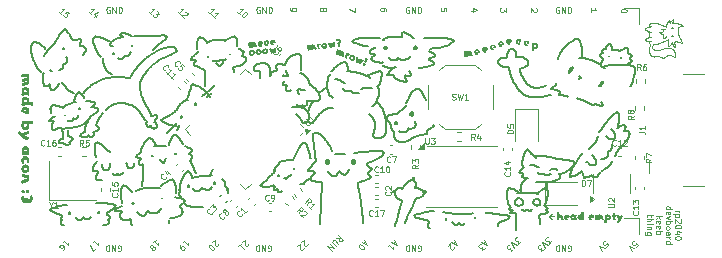
<source format=gbr>
%TF.GenerationSoftware,KiCad,Pcbnew,8.0.4*%
%TF.CreationDate,2025-01-25T23:18:52-05:00*%
%TF.ProjectId,catkeeb_devboard,6361746b-6565-4625-9f64-6576626f6172,rev?*%
%TF.SameCoordinates,Original*%
%TF.FileFunction,Legend,Top*%
%TF.FilePolarity,Positive*%
%FSLAX46Y46*%
G04 Gerber Fmt 4.6, Leading zero omitted, Abs format (unit mm)*
G04 Created by KiCad (PCBNEW 8.0.4) date 2025-01-25 23:18:52*
%MOMM*%
%LPD*%
G01*
G04 APERTURE LIST*
%ADD10C,0.100000*%
%ADD11C,0.071437*%
%ADD12C,0.095249*%
%ADD13C,0.206374*%
%ADD14C,0.000000*%
%ADD15C,0.203199*%
%ADD16C,0.406399*%
%ADD17C,0.120000*%
G04 APERTURE END LIST*
D10*
X93731306Y-61985715D02*
X94064639Y-61985715D01*
X93969401Y-61985715D02*
X94017020Y-62009525D01*
X94017020Y-62009525D02*
X94040830Y-62033334D01*
X94040830Y-62033334D02*
X94064639Y-62080953D01*
X94064639Y-62080953D02*
X94064639Y-62128572D01*
X94064639Y-62295239D02*
X93564639Y-62295239D01*
X94040830Y-62295239D02*
X94064639Y-62342858D01*
X94064639Y-62342858D02*
X94064639Y-62438096D01*
X94064639Y-62438096D02*
X94040830Y-62485715D01*
X94040830Y-62485715D02*
X94017020Y-62509525D01*
X94017020Y-62509525D02*
X93969401Y-62533334D01*
X93969401Y-62533334D02*
X93826544Y-62533334D01*
X93826544Y-62533334D02*
X93778925Y-62509525D01*
X93778925Y-62509525D02*
X93755116Y-62485715D01*
X93755116Y-62485715D02*
X93731306Y-62438096D01*
X93731306Y-62438096D02*
X93731306Y-62342858D01*
X93731306Y-62342858D02*
X93755116Y-62295239D01*
X94183687Y-62723811D02*
X94207496Y-62747620D01*
X94207496Y-62747620D02*
X94231306Y-62795239D01*
X94231306Y-62795239D02*
X94231306Y-62914287D01*
X94231306Y-62914287D02*
X94207496Y-62961906D01*
X94207496Y-62961906D02*
X94183687Y-62985715D01*
X94183687Y-62985715D02*
X94136068Y-63009525D01*
X94136068Y-63009525D02*
X94088449Y-63009525D01*
X94088449Y-63009525D02*
X94017020Y-62985715D01*
X94017020Y-62985715D02*
X93731306Y-62700001D01*
X93731306Y-62700001D02*
X93731306Y-63009525D01*
X94231306Y-63319048D02*
X94231306Y-63366667D01*
X94231306Y-63366667D02*
X94207496Y-63414286D01*
X94207496Y-63414286D02*
X94183687Y-63438096D01*
X94183687Y-63438096D02*
X94136068Y-63461905D01*
X94136068Y-63461905D02*
X94040830Y-63485715D01*
X94040830Y-63485715D02*
X93921782Y-63485715D01*
X93921782Y-63485715D02*
X93826544Y-63461905D01*
X93826544Y-63461905D02*
X93778925Y-63438096D01*
X93778925Y-63438096D02*
X93755116Y-63414286D01*
X93755116Y-63414286D02*
X93731306Y-63366667D01*
X93731306Y-63366667D02*
X93731306Y-63319048D01*
X93731306Y-63319048D02*
X93755116Y-63271429D01*
X93755116Y-63271429D02*
X93778925Y-63247620D01*
X93778925Y-63247620D02*
X93826544Y-63223810D01*
X93826544Y-63223810D02*
X93921782Y-63200001D01*
X93921782Y-63200001D02*
X94040830Y-63200001D01*
X94040830Y-63200001D02*
X94136068Y-63223810D01*
X94136068Y-63223810D02*
X94183687Y-63247620D01*
X94183687Y-63247620D02*
X94207496Y-63271429D01*
X94207496Y-63271429D02*
X94231306Y-63319048D01*
X94064639Y-63914286D02*
X93731306Y-63914286D01*
X94255116Y-63795238D02*
X93897973Y-63676191D01*
X93897973Y-63676191D02*
X93897973Y-63985714D01*
X94231306Y-64271428D02*
X94231306Y-64319047D01*
X94231306Y-64319047D02*
X94207496Y-64366666D01*
X94207496Y-64366666D02*
X94183687Y-64390476D01*
X94183687Y-64390476D02*
X94136068Y-64414285D01*
X94136068Y-64414285D02*
X94040830Y-64438095D01*
X94040830Y-64438095D02*
X93921782Y-64438095D01*
X93921782Y-64438095D02*
X93826544Y-64414285D01*
X93826544Y-64414285D02*
X93778925Y-64390476D01*
X93778925Y-64390476D02*
X93755116Y-64366666D01*
X93755116Y-64366666D02*
X93731306Y-64319047D01*
X93731306Y-64319047D02*
X93731306Y-64271428D01*
X93731306Y-64271428D02*
X93755116Y-64223809D01*
X93755116Y-64223809D02*
X93778925Y-64200000D01*
X93778925Y-64200000D02*
X93826544Y-64176190D01*
X93826544Y-64176190D02*
X93921782Y-64152381D01*
X93921782Y-64152381D02*
X94040830Y-64152381D01*
X94040830Y-64152381D02*
X94136068Y-64176190D01*
X94136068Y-64176190D02*
X94183687Y-64200000D01*
X94183687Y-64200000D02*
X94207496Y-64223809D01*
X94207496Y-64223809D02*
X94231306Y-64271428D01*
X92926334Y-61842857D02*
X93426334Y-61842857D01*
X92950144Y-61842857D02*
X92926334Y-61795238D01*
X92926334Y-61795238D02*
X92926334Y-61700000D01*
X92926334Y-61700000D02*
X92950144Y-61652381D01*
X92950144Y-61652381D02*
X92973953Y-61628571D01*
X92973953Y-61628571D02*
X93021572Y-61604762D01*
X93021572Y-61604762D02*
X93164429Y-61604762D01*
X93164429Y-61604762D02*
X93212048Y-61628571D01*
X93212048Y-61628571D02*
X93235858Y-61652381D01*
X93235858Y-61652381D02*
X93259667Y-61700000D01*
X93259667Y-61700000D02*
X93259667Y-61795238D01*
X93259667Y-61795238D02*
X93235858Y-61842857D01*
X92950144Y-62271428D02*
X92926334Y-62223809D01*
X92926334Y-62223809D02*
X92926334Y-62128571D01*
X92926334Y-62128571D02*
X92950144Y-62080952D01*
X92950144Y-62080952D02*
X92997763Y-62057143D01*
X92997763Y-62057143D02*
X93188239Y-62057143D01*
X93188239Y-62057143D02*
X93235858Y-62080952D01*
X93235858Y-62080952D02*
X93259667Y-62128571D01*
X93259667Y-62128571D02*
X93259667Y-62223809D01*
X93259667Y-62223809D02*
X93235858Y-62271428D01*
X93235858Y-62271428D02*
X93188239Y-62295238D01*
X93188239Y-62295238D02*
X93140620Y-62295238D01*
X93140620Y-62295238D02*
X93093001Y-62057143D01*
X93259667Y-62461904D02*
X92926334Y-62580952D01*
X92926334Y-62580952D02*
X93259667Y-62699999D01*
X92926334Y-62890475D02*
X93426334Y-62890475D01*
X93235858Y-62890475D02*
X93259667Y-62938094D01*
X93259667Y-62938094D02*
X93259667Y-63033332D01*
X93259667Y-63033332D02*
X93235858Y-63080951D01*
X93235858Y-63080951D02*
X93212048Y-63104761D01*
X93212048Y-63104761D02*
X93164429Y-63128570D01*
X93164429Y-63128570D02*
X93021572Y-63128570D01*
X93021572Y-63128570D02*
X92973953Y-63104761D01*
X92973953Y-63104761D02*
X92950144Y-63080951D01*
X92950144Y-63080951D02*
X92926334Y-63033332D01*
X92926334Y-63033332D02*
X92926334Y-62938094D01*
X92926334Y-62938094D02*
X92950144Y-62890475D01*
X92926334Y-63414285D02*
X92950144Y-63366666D01*
X92950144Y-63366666D02*
X92973953Y-63342856D01*
X92973953Y-63342856D02*
X93021572Y-63319047D01*
X93021572Y-63319047D02*
X93164429Y-63319047D01*
X93164429Y-63319047D02*
X93212048Y-63342856D01*
X93212048Y-63342856D02*
X93235858Y-63366666D01*
X93235858Y-63366666D02*
X93259667Y-63414285D01*
X93259667Y-63414285D02*
X93259667Y-63485713D01*
X93259667Y-63485713D02*
X93235858Y-63533332D01*
X93235858Y-63533332D02*
X93212048Y-63557142D01*
X93212048Y-63557142D02*
X93164429Y-63580951D01*
X93164429Y-63580951D02*
X93021572Y-63580951D01*
X93021572Y-63580951D02*
X92973953Y-63557142D01*
X92973953Y-63557142D02*
X92950144Y-63533332D01*
X92950144Y-63533332D02*
X92926334Y-63485713D01*
X92926334Y-63485713D02*
X92926334Y-63414285D01*
X92926334Y-64009523D02*
X93188239Y-64009523D01*
X93188239Y-64009523D02*
X93235858Y-63985713D01*
X93235858Y-63985713D02*
X93259667Y-63938094D01*
X93259667Y-63938094D02*
X93259667Y-63842856D01*
X93259667Y-63842856D02*
X93235858Y-63795237D01*
X92950144Y-64009523D02*
X92926334Y-63961904D01*
X92926334Y-63961904D02*
X92926334Y-63842856D01*
X92926334Y-63842856D02*
X92950144Y-63795237D01*
X92950144Y-63795237D02*
X92997763Y-63771428D01*
X92997763Y-63771428D02*
X93045382Y-63771428D01*
X93045382Y-63771428D02*
X93093001Y-63795237D01*
X93093001Y-63795237D02*
X93116810Y-63842856D01*
X93116810Y-63842856D02*
X93116810Y-63961904D01*
X93116810Y-63961904D02*
X93140620Y-64009523D01*
X92926334Y-64247618D02*
X93259667Y-64247618D01*
X93164429Y-64247618D02*
X93212048Y-64271428D01*
X93212048Y-64271428D02*
X93235858Y-64295237D01*
X93235858Y-64295237D02*
X93259667Y-64342856D01*
X93259667Y-64342856D02*
X93259667Y-64390475D01*
X92926334Y-64771428D02*
X93426334Y-64771428D01*
X92950144Y-64771428D02*
X92926334Y-64723809D01*
X92926334Y-64723809D02*
X92926334Y-64628571D01*
X92926334Y-64628571D02*
X92950144Y-64580952D01*
X92950144Y-64580952D02*
X92973953Y-64557142D01*
X92973953Y-64557142D02*
X93021572Y-64533333D01*
X93021572Y-64533333D02*
X93164429Y-64533333D01*
X93164429Y-64533333D02*
X93212048Y-64557142D01*
X93212048Y-64557142D02*
X93235858Y-64580952D01*
X93235858Y-64580952D02*
X93259667Y-64628571D01*
X93259667Y-64628571D02*
X93259667Y-64723809D01*
X93259667Y-64723809D02*
X93235858Y-64771428D01*
X92121362Y-62461905D02*
X92621362Y-62461905D01*
X92311838Y-62509524D02*
X92121362Y-62652381D01*
X92454695Y-62652381D02*
X92264219Y-62461905D01*
X92145172Y-63057143D02*
X92121362Y-63009524D01*
X92121362Y-63009524D02*
X92121362Y-62914286D01*
X92121362Y-62914286D02*
X92145172Y-62866667D01*
X92145172Y-62866667D02*
X92192791Y-62842858D01*
X92192791Y-62842858D02*
X92383267Y-62842858D01*
X92383267Y-62842858D02*
X92430886Y-62866667D01*
X92430886Y-62866667D02*
X92454695Y-62914286D01*
X92454695Y-62914286D02*
X92454695Y-63009524D01*
X92454695Y-63009524D02*
X92430886Y-63057143D01*
X92430886Y-63057143D02*
X92383267Y-63080953D01*
X92383267Y-63080953D02*
X92335648Y-63080953D01*
X92335648Y-63080953D02*
X92288029Y-62842858D01*
X92145172Y-63485714D02*
X92121362Y-63438095D01*
X92121362Y-63438095D02*
X92121362Y-63342857D01*
X92121362Y-63342857D02*
X92145172Y-63295238D01*
X92145172Y-63295238D02*
X92192791Y-63271429D01*
X92192791Y-63271429D02*
X92383267Y-63271429D01*
X92383267Y-63271429D02*
X92430886Y-63295238D01*
X92430886Y-63295238D02*
X92454695Y-63342857D01*
X92454695Y-63342857D02*
X92454695Y-63438095D01*
X92454695Y-63438095D02*
X92430886Y-63485714D01*
X92430886Y-63485714D02*
X92383267Y-63509524D01*
X92383267Y-63509524D02*
X92335648Y-63509524D01*
X92335648Y-63509524D02*
X92288029Y-63271429D01*
X92121362Y-63723809D02*
X92621362Y-63723809D01*
X92430886Y-63723809D02*
X92454695Y-63771428D01*
X92454695Y-63771428D02*
X92454695Y-63866666D01*
X92454695Y-63866666D02*
X92430886Y-63914285D01*
X92430886Y-63914285D02*
X92407076Y-63938095D01*
X92407076Y-63938095D02*
X92359457Y-63961904D01*
X92359457Y-63961904D02*
X92216600Y-63961904D01*
X92216600Y-63961904D02*
X92168981Y-63938095D01*
X92168981Y-63938095D02*
X92145172Y-63914285D01*
X92145172Y-63914285D02*
X92121362Y-63866666D01*
X92121362Y-63866666D02*
X92121362Y-63771428D01*
X92121362Y-63771428D02*
X92145172Y-63723809D01*
X91649723Y-62307143D02*
X91649723Y-62497619D01*
X91816390Y-62378571D02*
X91387819Y-62378571D01*
X91387819Y-62378571D02*
X91340200Y-62402381D01*
X91340200Y-62402381D02*
X91316390Y-62450000D01*
X91316390Y-62450000D02*
X91316390Y-62497619D01*
X91316390Y-62664285D02*
X91816390Y-62664285D01*
X91316390Y-62878571D02*
X91578295Y-62878571D01*
X91578295Y-62878571D02*
X91625914Y-62854761D01*
X91625914Y-62854761D02*
X91649723Y-62807142D01*
X91649723Y-62807142D02*
X91649723Y-62735714D01*
X91649723Y-62735714D02*
X91625914Y-62688095D01*
X91625914Y-62688095D02*
X91602104Y-62664285D01*
X91316390Y-63116666D02*
X91649723Y-63116666D01*
X91816390Y-63116666D02*
X91792580Y-63092857D01*
X91792580Y-63092857D02*
X91768771Y-63116666D01*
X91768771Y-63116666D02*
X91792580Y-63140476D01*
X91792580Y-63140476D02*
X91816390Y-63116666D01*
X91816390Y-63116666D02*
X91768771Y-63116666D01*
X91649723Y-63354761D02*
X91316390Y-63354761D01*
X91602104Y-63354761D02*
X91625914Y-63378571D01*
X91625914Y-63378571D02*
X91649723Y-63426190D01*
X91649723Y-63426190D02*
X91649723Y-63497618D01*
X91649723Y-63497618D02*
X91625914Y-63545237D01*
X91625914Y-63545237D02*
X91578295Y-63569047D01*
X91578295Y-63569047D02*
X91316390Y-63569047D01*
X91649723Y-64021428D02*
X91244961Y-64021428D01*
X91244961Y-64021428D02*
X91197342Y-63997618D01*
X91197342Y-63997618D02*
X91173533Y-63973809D01*
X91173533Y-63973809D02*
X91149723Y-63926190D01*
X91149723Y-63926190D02*
X91149723Y-63854761D01*
X91149723Y-63854761D02*
X91173533Y-63807142D01*
X91340200Y-64021428D02*
X91316390Y-63973809D01*
X91316390Y-63973809D02*
X91316390Y-63878571D01*
X91316390Y-63878571D02*
X91340200Y-63830952D01*
X91340200Y-63830952D02*
X91364009Y-63807142D01*
X91364009Y-63807142D02*
X91411628Y-63783333D01*
X91411628Y-63783333D02*
X91554485Y-63783333D01*
X91554485Y-63783333D02*
X91602104Y-63807142D01*
X91602104Y-63807142D02*
X91625914Y-63830952D01*
X91625914Y-63830952D02*
X91649723Y-63878571D01*
X91649723Y-63878571D02*
X91649723Y-63973809D01*
X91649723Y-63973809D02*
X91625914Y-64021428D01*
D11*
X92939104Y-47204280D02*
X92944314Y-47187553D01*
X92914482Y-47253499D02*
X92924091Y-47237411D01*
X92891546Y-47283936D02*
X92903601Y-47269060D01*
X92833526Y-47333444D02*
X92841508Y-47328337D01*
D12*
X94320197Y-47755774D02*
X94317642Y-47750867D01*
X91957750Y-48347270D02*
X91943154Y-48342910D01*
D11*
X92817058Y-47342536D02*
X92825372Y-47338184D01*
D13*
X93488426Y-47168549D02*
X93487587Y-47168767D01*
D11*
X92791280Y-47353070D02*
X92800000Y-47349998D01*
D12*
X93463659Y-47690186D02*
X93463764Y-47690266D01*
X92311250Y-48369201D02*
X92292680Y-48371384D01*
D11*
X92782449Y-47355675D02*
X92791280Y-47353070D01*
X92764502Y-47359408D02*
X92773519Y-47357794D01*
X92727810Y-47360416D02*
X92737053Y-47361020D01*
D12*
X93988477Y-46449309D02*
X93988984Y-46448487D01*
D11*
X92723435Y-47359943D02*
X92727810Y-47360416D01*
D12*
X91558617Y-46196797D02*
X91552411Y-46206926D01*
X93697330Y-47664095D02*
X93702145Y-47661558D01*
X93089488Y-47480594D02*
X93090722Y-47480871D01*
D11*
X92719058Y-47359372D02*
X92723435Y-47359943D01*
X92705997Y-47357040D02*
X92710331Y-47357924D01*
X92697425Y-47354932D02*
X92701692Y-47356043D01*
X92693203Y-47353700D02*
X92697425Y-47354932D01*
D12*
X93091618Y-47572156D02*
X93107493Y-47746781D01*
D11*
X92688111Y-47351217D02*
X92690518Y-47352641D01*
D12*
X91869538Y-48302476D02*
X91860039Y-48295169D01*
X91535303Y-48530312D02*
X91542830Y-48564632D01*
D11*
X92678821Y-47336300D02*
X92679816Y-47339431D01*
X92676649Y-47321956D02*
X92677398Y-47329446D01*
X92852065Y-46607726D02*
X92851489Y-46607429D01*
X92676479Y-47314012D02*
X92676649Y-47321956D01*
D12*
X91828437Y-48267365D02*
X91822047Y-48260668D01*
D11*
X92677488Y-47297490D02*
X92676791Y-47305796D01*
X92678473Y-47289277D02*
X92677488Y-47297490D01*
X92680921Y-47273860D02*
X92678473Y-47289277D01*
D12*
X92450817Y-48942724D02*
X92484761Y-48955462D01*
X91461760Y-46791542D02*
X91461089Y-46781661D01*
D11*
X92685019Y-47252164D02*
X92680921Y-47273860D01*
X92707277Y-47150734D02*
X92700599Y-47175758D01*
X92714713Y-47125932D02*
X92707277Y-47150734D01*
X92731896Y-47077000D02*
X92722916Y-47101354D01*
D12*
X93534406Y-48899339D02*
X93573811Y-48924590D01*
D11*
X92742434Y-47050422D02*
X92742136Y-47051591D01*
D12*
X91382932Y-46438966D02*
X91414011Y-46428437D01*
D11*
X92742566Y-47049360D02*
X92742434Y-47050422D01*
X92742366Y-47047537D02*
X92742540Y-47048400D01*
X92741606Y-47046082D02*
X92742052Y-47046765D01*
D12*
X93585584Y-45772623D02*
X93585236Y-45771872D01*
X92843412Y-48988127D02*
X92859297Y-48973853D01*
X93524791Y-47941720D02*
X93535670Y-47967806D01*
X92421296Y-48346348D02*
X92403161Y-48351318D01*
D11*
X92739574Y-47044512D02*
X92740359Y-47044960D01*
D12*
X94168849Y-47443007D02*
X94131067Y-47360165D01*
D11*
X92736683Y-47043567D02*
X92737727Y-47043820D01*
X92735571Y-47043369D02*
X92736683Y-47043567D01*
D12*
X94276715Y-46333672D02*
X94310151Y-46324302D01*
D11*
X92733175Y-47043121D02*
X92735571Y-47043369D01*
X92715708Y-47044001D02*
X92717779Y-47043853D01*
X92676888Y-47043382D02*
X92689225Y-47043774D01*
D12*
X93986664Y-46460111D02*
X93986645Y-46457155D01*
D11*
X92639958Y-47040921D02*
X92652258Y-47041979D01*
X92604206Y-47036058D02*
X92615368Y-47037971D01*
X92855823Y-46612065D02*
X92855505Y-46611399D01*
X92593404Y-47033615D02*
X92604206Y-47036058D01*
X92582935Y-47030665D02*
X92593404Y-47033615D01*
X92572774Y-47027232D02*
X92582935Y-47030665D01*
X92553273Y-47019015D02*
X92562895Y-47023341D01*
X92541579Y-46596263D02*
X92541320Y-46596144D01*
X92525695Y-47003676D02*
X92534699Y-47009158D01*
X92698255Y-46592572D02*
X92663642Y-46592302D01*
X92482491Y-46971686D02*
X92490975Y-46978613D01*
X92465579Y-46957207D02*
X92482491Y-46971686D01*
D12*
X93434112Y-47773598D02*
X93440222Y-47761488D01*
X92330370Y-48902258D02*
X92347889Y-48907068D01*
D11*
X92450424Y-46943522D02*
X92465579Y-46957207D01*
D12*
X94237676Y-47751448D02*
X94249708Y-47755961D01*
D11*
X92701899Y-46704353D02*
X92703488Y-46709367D01*
D12*
X92908407Y-48931653D02*
X92925201Y-48917996D01*
X93158139Y-48050643D02*
X93158966Y-48052160D01*
D11*
X92393469Y-46885724D02*
X92407277Y-46900563D01*
X92379847Y-46870685D02*
X92393469Y-46885724D01*
X92351939Y-46839069D02*
X92352922Y-46840144D01*
D12*
X92780769Y-49046672D02*
X92783664Y-49045655D01*
D11*
X92349008Y-46836275D02*
X92349955Y-46837131D01*
X92852603Y-46608052D02*
X92852065Y-46607726D01*
X92346667Y-46834184D02*
X92347337Y-46834798D01*
D12*
X93652371Y-47721813D02*
X93654978Y-47713516D01*
D11*
X92345688Y-46833026D02*
X92345791Y-46833213D01*
D12*
X91214811Y-47498659D02*
X91212541Y-47491859D01*
D11*
X92345646Y-46832722D02*
X92345639Y-46832863D01*
D13*
X93504576Y-47166508D02*
X93497334Y-47167226D01*
D11*
X92347061Y-46832385D02*
X92346645Y-46832380D01*
X92350406Y-46832802D02*
X92348801Y-46832556D01*
X92357229Y-46833873D02*
X92350406Y-46832802D01*
X92377928Y-46836412D02*
X92371003Y-46835671D01*
D12*
X93166243Y-48057971D02*
X93167509Y-48057935D01*
D11*
X92391789Y-46837606D02*
X92384860Y-46837055D01*
D12*
X93361498Y-48213068D02*
X93333539Y-48202964D01*
X91292632Y-46473245D02*
X91322489Y-46461439D01*
D11*
X92405580Y-46838462D02*
X92398699Y-46838073D01*
X92466629Y-46838221D02*
X92446362Y-46839015D01*
D12*
X91531616Y-46251490D02*
X91527478Y-46263652D01*
D11*
X92486822Y-46836792D02*
X92466629Y-46838221D01*
D12*
X94226553Y-47747607D02*
X94237676Y-47751448D01*
X94007407Y-46713582D02*
X94006837Y-46687197D01*
D11*
X92566984Y-46825925D02*
X92527012Y-46832269D01*
D12*
X92777777Y-49047505D02*
X92780769Y-49046672D01*
D11*
X92606788Y-46818238D02*
X92566984Y-46825925D01*
D12*
X91189117Y-46528161D02*
X91195183Y-46521788D01*
D11*
X92646477Y-46809684D02*
X92606788Y-46818238D01*
X92725715Y-46791892D02*
X92646477Y-46809684D01*
X92726674Y-46791547D02*
X92725715Y-46791892D01*
X92728015Y-46780218D02*
X92728666Y-46783763D01*
D12*
X93647860Y-47748493D02*
X93648850Y-47739332D01*
D11*
X92726967Y-46776285D02*
X92728015Y-46780218D01*
X92542856Y-46596447D02*
X92541925Y-46596352D01*
X92725600Y-46772073D02*
X92726967Y-46776285D01*
D13*
X93490096Y-47168209D02*
X93489263Y-47168361D01*
D11*
X92712078Y-46739449D02*
X92723995Y-46767689D01*
D12*
X94043740Y-47692379D02*
X94089749Y-47705271D01*
X92401537Y-47772378D02*
X92460587Y-47747607D01*
D11*
X92694271Y-46684886D02*
X92696413Y-46689632D01*
D12*
X91512412Y-47648659D02*
X91515568Y-47662022D01*
D11*
X92691934Y-46680246D02*
X92694271Y-46684886D01*
D12*
X91984131Y-46081772D02*
X91929872Y-46075113D01*
X92736426Y-46319387D02*
X92714251Y-46310859D01*
D11*
X92686587Y-46671354D02*
X92689380Y-46675730D01*
D12*
X93464791Y-47706267D02*
X93465311Y-47711762D01*
D11*
X92680193Y-46663082D02*
X92683532Y-46667132D01*
D12*
X94216578Y-46216000D02*
X94187017Y-46204530D01*
D11*
X92675426Y-46657900D02*
X92680193Y-46663082D01*
X92670446Y-46652916D02*
X92675426Y-46657900D01*
X92665269Y-46648124D02*
X92670446Y-46652916D01*
X92618554Y-46615978D02*
X92624769Y-46619451D01*
D12*
X94137664Y-46382639D02*
X94177372Y-46366926D01*
X94312236Y-47741023D02*
X94307090Y-47732075D01*
D11*
X92612277Y-46612644D02*
X92618554Y-46615978D01*
X92574196Y-46595253D02*
X92577085Y-46596373D01*
X92568105Y-46593198D02*
X92571192Y-46594181D01*
D12*
X93159844Y-48053535D02*
X93160774Y-48054753D01*
X91239716Y-47537302D02*
X91234375Y-47531165D01*
X93680323Y-48542405D02*
X93673161Y-48517915D01*
D11*
X92561812Y-46591649D02*
X92564968Y-46592341D01*
D12*
X92931054Y-46399375D02*
X92925257Y-46397027D01*
X91568811Y-48025885D02*
X91566109Y-48037076D01*
D11*
X92558671Y-46591161D02*
X92561812Y-46591649D01*
D12*
X93491362Y-46072323D02*
X93491335Y-46071850D01*
D11*
X92555577Y-46590916D02*
X92558671Y-46591161D01*
X92554058Y-46590897D02*
X92555577Y-46590916D01*
D12*
X91215312Y-46666574D02*
X91207734Y-46660198D01*
X92585893Y-46249485D02*
X92532445Y-46223842D01*
D11*
X92549660Y-46591310D02*
X92551095Y-46591089D01*
D12*
X93585899Y-45774511D02*
X93585802Y-45773505D01*
X93174161Y-45899337D02*
X93167468Y-45907607D01*
X92312695Y-48897965D02*
X92330370Y-48902258D01*
D11*
X92545586Y-46592532D02*
X92546901Y-46592027D01*
X92541946Y-46594693D02*
X92543104Y-46593860D01*
D12*
X91792638Y-48886495D02*
X91810823Y-48895256D01*
D11*
X92541552Y-46595033D02*
X92541946Y-46594693D01*
X92541089Y-46595810D02*
X92541129Y-46595589D01*
D12*
X91245462Y-47543297D02*
X91239716Y-47537302D01*
D11*
X92541155Y-46595994D02*
X92541089Y-46595810D01*
D12*
X93627707Y-48100400D02*
X93637792Y-48108696D01*
X91571333Y-48667650D02*
X91574738Y-48677795D01*
D11*
X92541320Y-46596144D02*
X92541155Y-46595994D01*
D12*
X91702283Y-46088190D02*
X91680520Y-46096384D01*
X91842655Y-47873266D02*
X91844014Y-47871881D01*
D11*
X92727445Y-46790984D02*
X92726674Y-46791547D01*
X92560615Y-46594693D02*
X92557826Y-46594915D01*
D12*
X93989930Y-46907271D02*
X93994457Y-46885145D01*
D11*
X92663642Y-46592302D02*
X92629094Y-46592694D01*
D12*
X93971920Y-47066582D02*
X93971473Y-47065240D01*
D11*
X92732827Y-46593697D02*
X92698255Y-46592572D01*
X92818376Y-46601516D02*
X92801420Y-46599283D01*
D12*
X91514080Y-47137350D02*
X91511301Y-47121709D01*
D11*
X92845239Y-46605727D02*
X92835229Y-46604131D01*
D12*
X91545512Y-48116439D02*
X91536325Y-48151219D01*
X92416794Y-48930027D02*
X92450817Y-48942724D01*
D11*
X92848760Y-46606468D02*
X92847108Y-46606082D01*
X92850873Y-46607157D02*
X92850214Y-46606909D01*
X92854423Y-46609706D02*
X92854013Y-46609234D01*
X92855166Y-46610786D02*
X92854807Y-46610222D01*
D12*
X94259901Y-46338603D02*
X94276715Y-46333672D01*
X91897961Y-47875059D02*
X91920239Y-47878248D01*
D11*
X92856125Y-46612787D02*
X92855823Y-46612065D01*
X92856688Y-46614412D02*
X92856413Y-46613569D01*
D12*
X93975933Y-47010201D02*
X93976562Y-46995584D01*
D13*
X93477860Y-46501188D02*
X93477059Y-46500920D01*
D11*
X92398699Y-46838073D02*
X92391789Y-46837606D01*
D13*
X93480347Y-46501608D02*
X93479506Y-46501528D01*
D12*
X93463764Y-47690266D02*
X93463847Y-47690597D01*
D11*
X92545499Y-46596367D02*
X92544063Y-46596447D01*
D13*
X93482054Y-46501616D02*
X93481197Y-46501636D01*
D12*
X94327503Y-47775454D02*
X94327557Y-47774528D01*
D13*
X93485521Y-46501158D02*
X93483784Y-46501452D01*
D12*
X92451384Y-46187871D02*
X92423989Y-46176923D01*
D13*
X93487252Y-46500773D02*
X93485521Y-46501158D01*
X93493804Y-46499126D02*
X93492251Y-46499474D01*
D12*
X94007021Y-46766306D02*
X94007477Y-46739973D01*
D13*
X93495978Y-46498823D02*
X93495277Y-46498888D01*
X93473339Y-46498384D02*
X93472665Y-46497603D01*
X93507402Y-46499095D02*
X93503815Y-46498966D01*
X93510991Y-46499185D02*
X93507402Y-46499095D01*
D12*
X93752220Y-47647251D02*
X93762556Y-47646381D01*
X93222805Y-45857900D02*
X93222424Y-45854083D01*
D13*
X93519957Y-46498900D02*
X93518165Y-46499041D01*
D12*
X91494157Y-46375410D02*
X91493024Y-46381738D01*
D13*
X93521747Y-46498703D02*
X93519957Y-46498900D01*
X93526412Y-46497861D02*
X93525323Y-46498117D01*
X93531852Y-46495870D02*
X93529677Y-46496765D01*
D12*
X93196427Y-48038750D02*
X93220382Y-48020751D01*
X93762556Y-47646381D02*
X93772962Y-47646023D01*
D13*
X93534027Y-46494943D02*
X93531852Y-46495870D01*
D12*
X91784587Y-48155996D02*
X91785183Y-48147807D01*
D13*
X93536203Y-46494072D02*
X93534027Y-46494943D01*
X93537291Y-46493685D02*
X93536203Y-46494072D01*
D12*
X93434032Y-45863913D02*
X93416031Y-45878417D01*
D13*
X93540557Y-46492843D02*
X93539468Y-46493059D01*
X93516373Y-46499134D02*
X93514579Y-46499185D01*
X93541647Y-46492705D02*
X93540557Y-46492843D01*
X93542192Y-46492669D02*
X93541647Y-46492705D01*
D12*
X94226394Y-46349109D02*
X94243107Y-46343739D01*
D13*
X93542738Y-46492656D02*
X93542192Y-46492669D01*
X93477514Y-47171419D02*
X93476690Y-47171448D01*
D12*
X93654978Y-47713516D02*
X93658199Y-47705567D01*
D13*
X93478342Y-47171337D02*
X93477514Y-47171419D01*
D12*
X94262385Y-47760780D02*
X94275440Y-47765541D01*
D13*
X93480009Y-47171040D02*
X93479174Y-47171209D01*
X93503815Y-46498966D02*
X93500231Y-46498850D01*
D12*
X91562659Y-47841105D02*
X91567835Y-47857360D01*
D13*
X93493715Y-47167678D02*
X93490096Y-47168209D01*
D12*
X91482629Y-46405798D02*
X91481534Y-46406952D01*
X91485505Y-46402111D02*
X91484612Y-46403376D01*
X91490724Y-46390951D02*
X91489698Y-46393890D01*
X91491603Y-46387936D02*
X91490724Y-46390951D01*
X91474641Y-47630721D02*
X91472154Y-47630394D01*
X91492362Y-46384860D02*
X91491603Y-46387936D01*
X91495196Y-46369066D02*
X91494157Y-46375410D01*
X91497738Y-46356375D02*
X91496339Y-46362823D01*
X91541186Y-46228394D02*
X91536189Y-46239738D01*
X91445993Y-46418472D02*
X91479123Y-46409138D01*
X91499273Y-46350002D02*
X91497738Y-46356375D01*
X91506504Y-46325072D02*
X91502697Y-46337441D01*
X93427511Y-47785525D02*
X93434112Y-47773598D01*
X91774135Y-48877270D02*
X91792638Y-48886495D01*
X92463200Y-48333755D02*
X92421296Y-48346348D01*
X91519133Y-46288413D02*
X91510584Y-46312823D01*
X91182058Y-46632710D02*
X91177309Y-46625477D01*
X93985770Y-47088876D02*
X93982358Y-47084322D01*
X93152387Y-48030972D02*
X93153201Y-48035203D01*
X91527478Y-46263652D02*
X91523385Y-46276111D01*
X91536189Y-46239738D02*
X91531616Y-46251490D01*
X91565203Y-46187070D02*
X91558617Y-46196797D01*
X91587139Y-46160282D02*
X91579475Y-46168814D01*
X91595140Y-46152144D02*
X91587139Y-46160282D01*
X93046116Y-46081714D02*
X93030646Y-46112182D01*
D11*
X92346305Y-46832399D02*
X92346039Y-46832443D01*
D12*
X91603467Y-46144399D02*
X91595140Y-46152144D01*
X91724871Y-46081493D02*
X91702283Y-46088190D01*
X91861974Y-47867682D02*
X91864167Y-47867972D01*
X93584411Y-45782642D02*
X93585245Y-45779589D01*
X91748197Y-46076279D02*
X91724871Y-46081493D01*
X91500176Y-47632264D02*
X91497625Y-47632045D01*
X91772173Y-46072534D02*
X91748197Y-46076279D01*
X93677336Y-47967874D02*
X93675754Y-47947187D01*
X91796713Y-46070244D02*
X91772173Y-46072534D01*
X91546598Y-46217458D02*
X91541186Y-46228394D01*
X91291087Y-47373360D02*
X91299847Y-47368987D01*
X92038380Y-46090157D02*
X91984131Y-46081772D01*
X94005623Y-46433799D02*
X94007818Y-46432440D01*
X94037306Y-47169826D02*
X94029712Y-47156760D01*
D11*
X92728461Y-46789254D02*
X92728037Y-46790215D01*
D12*
X92282654Y-46134269D02*
X92253275Y-46128817D01*
X93976562Y-46995584D02*
X93977289Y-46984553D01*
X92368430Y-46157162D02*
X92340197Y-46148536D01*
X91516057Y-48289654D02*
X91514826Y-48324125D01*
X92396349Y-46166656D02*
X92368430Y-46157162D01*
X92423989Y-46176923D02*
X92396349Y-46166656D01*
X91816226Y-48254031D02*
X91810956Y-48247435D01*
X92692600Y-46301355D02*
X92585893Y-46249485D01*
X91469692Y-46840920D02*
X91465799Y-46821171D01*
X92714251Y-46310859D02*
X92703348Y-46306250D01*
X92870050Y-46368562D02*
X92859432Y-46363610D01*
X92913590Y-46391627D02*
X92870050Y-46368562D01*
D13*
X93497334Y-47167226D02*
X93493715Y-47167678D01*
D12*
X92919426Y-46394426D02*
X92913590Y-46391627D01*
X92925257Y-46397027D02*
X92919426Y-46394426D01*
X92947970Y-46404368D02*
X92942439Y-46403099D01*
X92955986Y-46405376D02*
X92953356Y-46405168D01*
X92959574Y-46372016D02*
X92958570Y-46405447D01*
X92801692Y-49034234D02*
X92804015Y-49032111D01*
X93030646Y-46112182D02*
X93016439Y-46143262D01*
X93118891Y-45967374D02*
X93099235Y-45994689D01*
X93187358Y-45882608D02*
X93174161Y-45899337D01*
X93207817Y-45858198D02*
X93204281Y-45862137D01*
X94356792Y-46307417D02*
X94355840Y-46305793D01*
X91207734Y-46660198D02*
X91200518Y-46653596D01*
X93211426Y-45854333D02*
X93207817Y-45858198D01*
X93215117Y-45850552D02*
X93211426Y-45854333D01*
X92292680Y-48371384D02*
X92274065Y-48373103D01*
X93216363Y-45849433D02*
X93215117Y-45850552D01*
X93222951Y-45862407D02*
X93222805Y-45857900D01*
X91481534Y-46406952D02*
X91480367Y-46408066D01*
X93222915Y-45867457D02*
X93222951Y-45862407D01*
X93190571Y-48802347D02*
X93212613Y-48801448D01*
X93222021Y-45890111D02*
X93222915Y-45867457D01*
X93222491Y-45909568D02*
X93222059Y-45905523D01*
X93232292Y-45953342D02*
X93229901Y-45944633D01*
X93471313Y-45836400D02*
X93452470Y-45849919D01*
X91582441Y-48697250D02*
X91586724Y-48706573D01*
X93246794Y-45996316D02*
X93240539Y-45979258D01*
X91876300Y-48921328D02*
X91885953Y-48923901D01*
X93267981Y-46046037D02*
X93260626Y-46029741D01*
X93670255Y-48132783D02*
X93671438Y-48133438D01*
X94354508Y-46304046D02*
X94352775Y-46302172D01*
X93270745Y-46048981D02*
X93269995Y-46048653D01*
X93273175Y-46048557D02*
X93272338Y-46048917D01*
X93274911Y-46047260D02*
X93274034Y-46047999D01*
X93283028Y-46035080D02*
X93281258Y-46038349D01*
X93284725Y-46031726D02*
X93283028Y-46035080D01*
X93287786Y-46025268D02*
X93284725Y-46031726D01*
X93290207Y-46019998D02*
X93287786Y-46025268D01*
X93291104Y-46018128D02*
X93290207Y-46019998D01*
X93333751Y-45959791D02*
X93319071Y-45978078D01*
X92786468Y-49044464D02*
X92789187Y-49043109D01*
X93349067Y-45942221D02*
X93333751Y-45959791D01*
X93381475Y-45909092D02*
X93364986Y-45925333D01*
X91572876Y-48011354D02*
X91568811Y-48025885D01*
X93398501Y-45893465D02*
X93381475Y-45909092D01*
X93265941Y-47982702D02*
X93276847Y-47972688D01*
X91850281Y-47868328D02*
X91852046Y-47867879D01*
X93416031Y-45878417D02*
X93398501Y-45893465D01*
X93279444Y-46041402D02*
X93277616Y-46044114D01*
X91581618Y-47894342D02*
X91585651Y-47904797D01*
X93529935Y-45798353D02*
X93510079Y-45810652D01*
X93572764Y-45773473D02*
X93570432Y-45774733D01*
D11*
X92345639Y-46832863D02*
X92345688Y-46833026D01*
D12*
X93583329Y-45770492D02*
X93582378Y-45770352D01*
X93584750Y-45771260D02*
X93584117Y-45770798D01*
X93585884Y-45775630D02*
X93585899Y-45774511D01*
X93183623Y-48174119D02*
X93151065Y-48172142D01*
X93583330Y-45785946D02*
X93584411Y-45782642D01*
X91514826Y-48324125D02*
X91515017Y-48358555D01*
X93560249Y-45850350D02*
X93576575Y-45803832D01*
X93502441Y-46031412D02*
X93507566Y-46010994D01*
X91535310Y-47281516D02*
X91534929Y-47277431D01*
X93497295Y-46051765D02*
X93499920Y-46041610D01*
X93494466Y-46061854D02*
X93497295Y-46051765D01*
X93420481Y-47797272D02*
X93427511Y-47785525D01*
X93501134Y-46073349D02*
X93496857Y-46073415D01*
X93564630Y-46066696D02*
X93553242Y-46067947D01*
X93572479Y-46066119D02*
X93564630Y-46066696D01*
X94300729Y-47721373D02*
X94293980Y-47709645D01*
X91838486Y-48907731D02*
X91847831Y-48911541D01*
X93665767Y-46063083D02*
X93642853Y-46063567D01*
X91591918Y-47950299D02*
X91591347Y-47953072D01*
X93690561Y-48899609D02*
X93692106Y-48886204D01*
X93735105Y-46066529D02*
X93723370Y-46065247D01*
X93805748Y-46081137D02*
X93790248Y-46077065D01*
X94029712Y-47156760D02*
X94021933Y-47143823D01*
X93455008Y-47724017D02*
X93458553Y-47711134D01*
X93821164Y-46085570D02*
X93805748Y-46081137D01*
X94310151Y-46324302D02*
X94343801Y-46319738D01*
X93663876Y-48492897D02*
X93658350Y-48480201D01*
X93851794Y-46095300D02*
X93821164Y-46085570D01*
X93942926Y-46127538D02*
X93882232Y-46105825D01*
X91943154Y-48342910D02*
X91929048Y-48337845D01*
X93507566Y-46010994D02*
X93510369Y-46000824D01*
X93163886Y-48057318D02*
X93165035Y-48057760D01*
X94004018Y-46147264D02*
X93973373Y-46137864D01*
X91171355Y-46557732D02*
X91172931Y-46553721D01*
X94096589Y-46174281D02*
X94065940Y-46165108D01*
D13*
X93523536Y-46498444D02*
X93521747Y-46498703D01*
D12*
X94127000Y-46183814D02*
X94096589Y-46174281D01*
X91314562Y-46723810D02*
X91292758Y-46714036D01*
X94187017Y-46204530D02*
X94157150Y-46193849D01*
X94245810Y-46228401D02*
X94216578Y-46216000D01*
D11*
X92683532Y-46667132D02*
X92686587Y-46671354D01*
D12*
X94259690Y-46235062D02*
X94252691Y-46231584D01*
X94266776Y-46238812D02*
X94259690Y-46235062D01*
X93573811Y-48924590D02*
X93611834Y-48951821D01*
X91326668Y-47597199D02*
X91310365Y-47589316D01*
D11*
X92742136Y-47051591D02*
X92741661Y-47052869D01*
D12*
X94281086Y-46247038D02*
X94273918Y-46242811D01*
X94288248Y-46251470D02*
X94281086Y-46247038D01*
X94295374Y-46256085D02*
X94288248Y-46251470D01*
X93986874Y-46463285D02*
X93986664Y-46460111D01*
X94322896Y-46275928D02*
X94316225Y-46270804D01*
X93653652Y-48980362D02*
X93654885Y-48979409D01*
X94329377Y-46281123D02*
X94322896Y-46275928D01*
D11*
X92347337Y-46834798D02*
X92349008Y-46836275D01*
D12*
X93167468Y-45907607D02*
X93160610Y-45915711D01*
X91938573Y-47880512D02*
X91946675Y-47881290D01*
X94347366Y-46296914D02*
X94341643Y-46291639D01*
D11*
X92541129Y-46595589D02*
X92541282Y-46595331D01*
D12*
X94355840Y-46305793D02*
X94354508Y-46304046D01*
X94357384Y-46308925D02*
X94356792Y-46307417D01*
X93155313Y-48043458D02*
X93156632Y-48047244D01*
X94357636Y-46310320D02*
X94357384Y-46308925D01*
X94357570Y-46311609D02*
X94357636Y-46310320D01*
X93993269Y-46443413D02*
X93995079Y-46441711D01*
X94347974Y-46318682D02*
X94351600Y-46317381D01*
X93220090Y-45848536D02*
X93219333Y-45848260D01*
X94343801Y-46319738D02*
X94347974Y-46318682D01*
D11*
X92746257Y-47361041D02*
X92755410Y-47360497D01*
D12*
X94243107Y-46343739D02*
X94259901Y-46338603D01*
D11*
X92421333Y-46915165D02*
X92435695Y-46929497D01*
D12*
X91166751Y-46592276D02*
X91166482Y-46587757D01*
X94177372Y-46366926D02*
X94193465Y-46360672D01*
X93308423Y-47941238D02*
X93318570Y-47930243D01*
D11*
X92508127Y-46991722D02*
X92516847Y-46997855D01*
D12*
X94057658Y-46412886D02*
X94097729Y-46397933D01*
X91989981Y-48922761D02*
X92004420Y-48919919D01*
X94017543Y-46427577D02*
X94057658Y-46412886D01*
X94015866Y-46428242D02*
X94017543Y-46427577D01*
X93702145Y-47661558D02*
X93711895Y-47657152D01*
X94007818Y-46432440D02*
X94009970Y-46431190D01*
X94009970Y-46431190D02*
X94012049Y-46430063D01*
X93970273Y-47057082D02*
X93970360Y-47055711D01*
X93790248Y-46077065D02*
X93774652Y-46073406D01*
X94003417Y-46435253D02*
X94005623Y-46433799D01*
X93995079Y-46441711D02*
X93997029Y-46440030D01*
X93990191Y-46446815D02*
X93991629Y-46445119D01*
X91511301Y-47121709D02*
X91509039Y-47106241D01*
X93989557Y-46447655D02*
X93990191Y-46446815D01*
X93162793Y-48056660D02*
X93163886Y-48057318D01*
X93694429Y-48734008D02*
X93694868Y-48715156D01*
X93988984Y-46448487D02*
X93989557Y-46447655D01*
X93986847Y-46454468D02*
X93987041Y-46453243D01*
X93987744Y-46470068D02*
X93987244Y-46466621D01*
X93991096Y-46487087D02*
X93989707Y-46480536D01*
X93992260Y-46492799D02*
X93991096Y-46487087D01*
X93992953Y-46497244D02*
X93992681Y-46495207D01*
X94002382Y-46608718D02*
X93997950Y-46552958D01*
X94004299Y-46634702D02*
X94002382Y-46608718D01*
X91235119Y-47413903D02*
X91242289Y-47406769D01*
X94007477Y-46739973D02*
X94007407Y-46713582D01*
X94006014Y-46792519D02*
X94007021Y-46766306D01*
X94004430Y-46818546D02*
X94006014Y-46792519D01*
X94003438Y-46829674D02*
X94004430Y-46818546D01*
D11*
X92700599Y-47175758D02*
X92694670Y-47201005D01*
D12*
X94002110Y-46840789D02*
X94003438Y-46829674D01*
D13*
X93538379Y-46493343D02*
X93537291Y-46493685D01*
D12*
X93998652Y-46862986D02*
X94002110Y-46840789D01*
X93985474Y-46929371D02*
X93989930Y-46907271D01*
X93647333Y-47757882D02*
X93647860Y-47748493D01*
X93979805Y-46962488D02*
X93981492Y-46951452D01*
X93668801Y-48505470D02*
X93663876Y-48492897D01*
X91520179Y-47168925D02*
X91514080Y-47137350D01*
X91915464Y-48928954D02*
X91925503Y-48929608D01*
X93978387Y-46973521D02*
X93979805Y-46962488D01*
X93648298Y-48980753D02*
X93649241Y-48981327D01*
X93977289Y-46984553D02*
X93978387Y-46973521D01*
X93975121Y-47024367D02*
X93975583Y-47017315D01*
D11*
X92599594Y-46606366D02*
X92612277Y-46612644D01*
D12*
X93974480Y-47031407D02*
X93975121Y-47024367D01*
X93637792Y-48108696D02*
X93648298Y-48116439D01*
X93973039Y-47042056D02*
X93973595Y-47038486D01*
X93681227Y-48121381D02*
X93681375Y-48118667D01*
X93970543Y-47054338D02*
X93970823Y-47052964D01*
X93970773Y-47062539D02*
X93970529Y-47061180D01*
X93977246Y-47077008D02*
X93975685Y-47074462D01*
X91529268Y-47246108D02*
X91528550Y-47242004D01*
X93099235Y-45994689D02*
X93080497Y-46022897D01*
X93978902Y-47079503D02*
X93977246Y-47077008D01*
X93982358Y-47084322D02*
X93980618Y-47081943D01*
X93658199Y-47705567D02*
X93662073Y-47697996D01*
X93988857Y-47093120D02*
X93985770Y-47088876D01*
X93997433Y-47105664D02*
X93988857Y-47093120D01*
X94013965Y-47131003D02*
X94005800Y-47118287D01*
X94131067Y-47360165D02*
X94092771Y-47277606D01*
X94219848Y-47549496D02*
X94208107Y-47525071D01*
X94231026Y-47574249D02*
X94219848Y-47549496D01*
X91876077Y-47870432D02*
X91886626Y-47872917D01*
X94275273Y-47673584D02*
X94263766Y-47648998D01*
X91420030Y-47326083D02*
X91459880Y-47314397D01*
X94317642Y-47750867D02*
X94312236Y-47741023D01*
X92585915Y-48292247D02*
X92504533Y-48320400D01*
X94322522Y-47760483D02*
X94320197Y-47755774D01*
X94324519Y-47764854D02*
X94322522Y-47760483D01*
D11*
X92706441Y-46719459D02*
X92712078Y-46739449D01*
D12*
X94327557Y-47774528D02*
X94327430Y-47773376D01*
X91527781Y-47715552D02*
X91531167Y-47728924D01*
X94326806Y-47776561D02*
X94327257Y-47776138D01*
X94307993Y-47774794D02*
X94314223Y-47775826D01*
X94301625Y-47773428D02*
X94307993Y-47774794D01*
X94295153Y-47771774D02*
X94301625Y-47773428D01*
D11*
X92903601Y-47269060D02*
X92914482Y-47253499D01*
D12*
X93997479Y-47680524D02*
X94043740Y-47692379D01*
D11*
X92710331Y-47357924D02*
X92714687Y-47358700D01*
D12*
X93950937Y-47669964D02*
X93997479Y-47680524D01*
X93904086Y-47660955D02*
X93950937Y-47669964D01*
X91484746Y-46910114D02*
X91482849Y-46900217D01*
X93711895Y-47657152D02*
X93721793Y-47653583D01*
X93671931Y-47684109D02*
X93677990Y-47677853D01*
X93691880Y-48612360D02*
X93689402Y-48589662D01*
X93478570Y-47781512D02*
X93490913Y-47834138D01*
X92250896Y-48890229D02*
X92266622Y-48891154D01*
X93666638Y-47690833D02*
X93671931Y-47684109D01*
D11*
X92854013Y-46609234D02*
X92853575Y-46608803D01*
D12*
X93574874Y-45772439D02*
X93572764Y-45773473D01*
X93662073Y-47697996D02*
X93666638Y-47690833D01*
X93648850Y-47739332D02*
X93650341Y-47730429D01*
X92972491Y-47547185D02*
X92997266Y-47535734D01*
X93675754Y-47947187D02*
X93649101Y-47797115D01*
X93681493Y-48112343D02*
X93681251Y-48070927D01*
X93681375Y-48118667D02*
X93681493Y-48112343D01*
X91247190Y-46689291D02*
X91239190Y-46684084D01*
X93680749Y-48125964D02*
X93681019Y-48123810D01*
X93679052Y-48132024D02*
X93679570Y-48130872D01*
X93677822Y-48133661D02*
X93678469Y-48132951D01*
X93988039Y-46450119D02*
X93988477Y-46449309D01*
X91808469Y-48025843D02*
X91817704Y-47980483D01*
X93672553Y-48133957D02*
X93673599Y-48134331D01*
X93666282Y-48130103D02*
X93669001Y-48132002D01*
X93663277Y-48127819D02*
X93666282Y-48130103D01*
X93618033Y-48091578D02*
X93627707Y-48100400D01*
X93591365Y-48062239D02*
X93608758Y-48082259D01*
X93467062Y-47724697D02*
X93468387Y-47732033D01*
X93462903Y-47692502D02*
X93463360Y-47690804D01*
X93445782Y-47749190D02*
X93450731Y-47736701D01*
X93440222Y-47761488D02*
X93445782Y-47749190D01*
X93405376Y-47820243D02*
X93413083Y-47808844D01*
X93416025Y-48238228D02*
X93388967Y-48224796D01*
X93397422Y-47831474D02*
X93405376Y-47820243D01*
X93381014Y-47853448D02*
X93397422Y-47831474D01*
X93347896Y-47895546D02*
X93381014Y-47853448D01*
X93338306Y-47907410D02*
X93347896Y-47895546D01*
D11*
X92856413Y-46613569D02*
X92856125Y-46612787D01*
D12*
X93298087Y-47951968D02*
X93308423Y-47941238D01*
X93287562Y-47962447D02*
X93298087Y-47951968D01*
D13*
X93525323Y-46498117D02*
X93523536Y-46498444D01*
D12*
X93243551Y-48002102D02*
X93254843Y-47992502D01*
X91519261Y-47298015D02*
X91534042Y-47294344D01*
X93220382Y-48020751D02*
X93232064Y-48011514D01*
X91488503Y-46396739D02*
X91487114Y-46399485D01*
X93260626Y-46029741D02*
X93253527Y-46013155D01*
X93170224Y-48057065D02*
X93171676Y-48056201D01*
X93168836Y-48057639D02*
X93170224Y-48057065D01*
X91866733Y-48918382D02*
X91876300Y-48921328D01*
X93988341Y-46473572D02*
X93987744Y-46470068D01*
X93167509Y-48057935D02*
X93168836Y-48057639D01*
X93161756Y-48055800D02*
X93162793Y-48056660D01*
X92591643Y-47693724D02*
X92625372Y-47680797D01*
X91175255Y-46621825D02*
X91173431Y-46618154D01*
X93158966Y-48052160D02*
X93159844Y-48053535D01*
X93154173Y-48039405D02*
X93155313Y-48043458D01*
X93413083Y-47808844D02*
X93420481Y-47797272D01*
X93153201Y-48035203D02*
X93154173Y-48039405D01*
X93148093Y-47981319D02*
X93150363Y-48013577D01*
X93144630Y-47949309D02*
X93148093Y-47981319D01*
X93095491Y-47508917D02*
X93091618Y-47572156D01*
X92821856Y-47609156D02*
X92868339Y-47591024D01*
X91983154Y-47881531D02*
X91990801Y-47880830D01*
X93468387Y-47732033D02*
X93478570Y-47781512D01*
X91177309Y-46625477D02*
X91175255Y-46621825D01*
X93095291Y-47494515D02*
X93095557Y-47501292D01*
X93094115Y-47486454D02*
X93094622Y-47488821D01*
X91483088Y-47631344D02*
X91477324Y-47630978D01*
X93093480Y-47484446D02*
X93094115Y-47486454D01*
X93084719Y-47482919D02*
X93086496Y-47481588D01*
X93072821Y-47493552D02*
X93082744Y-47484844D01*
X91788022Y-48200658D02*
X91786527Y-48193644D01*
X93058696Y-47503181D02*
X93072821Y-47493552D01*
X93020302Y-47524459D02*
X93040984Y-47513546D01*
X91509039Y-47635315D02*
X91512412Y-47648659D01*
X92920194Y-47569870D02*
X92972491Y-47547185D01*
X91459880Y-47314397D02*
X91501156Y-47302828D01*
X92764728Y-47630394D02*
X92821856Y-47609156D01*
X93584117Y-45770798D02*
X93583329Y-45770492D01*
X92529823Y-47718616D02*
X92560540Y-47706061D01*
X92460587Y-47747607D02*
X92529823Y-47718616D01*
X92357282Y-47790494D02*
X92401537Y-47772378D01*
X92312852Y-47807796D02*
X92357282Y-47790494D01*
X92253275Y-47830125D02*
X92312852Y-47807796D01*
X92124584Y-48370121D02*
X92096127Y-48367135D01*
X93650254Y-48981555D02*
X93651331Y-48981456D01*
X92039899Y-47873416D02*
X92253275Y-47830125D01*
X92017426Y-47877174D02*
X92039899Y-47873416D01*
X92062299Y-48908625D02*
X92123473Y-48899087D01*
D11*
X92722916Y-47101354D02*
X92714713Y-47125932D01*
D12*
X91998952Y-47879871D02*
X92017426Y-47877174D01*
X93492556Y-46073000D02*
X93491777Y-46072705D01*
X93220741Y-45849115D02*
X93220090Y-45848536D01*
D11*
X92728818Y-46785356D02*
X92728841Y-46786811D01*
D12*
X91990801Y-47880830D02*
X91998952Y-47879871D01*
X91968707Y-47882176D02*
X91975844Y-47881979D01*
X93585245Y-45779589D02*
X93585764Y-45776856D01*
X91961576Y-47882125D02*
X91968707Y-47882176D01*
X91864167Y-47867972D02*
X91866426Y-47868345D01*
X91857789Y-47867397D02*
X91859847Y-47867486D01*
X91166482Y-46587757D02*
X91166468Y-46583287D01*
X91848593Y-47868942D02*
X91850281Y-47868328D01*
X94275440Y-47765541D02*
X94282027Y-47767785D01*
X91844014Y-47871881D02*
X91845458Y-47870707D01*
X91528550Y-47242004D02*
X91527983Y-47238184D01*
X91840199Y-47876712D02*
X91841383Y-47874872D01*
X91839105Y-47878796D02*
X91840199Y-47876712D01*
X92834264Y-48997408D02*
X92838750Y-48992623D01*
X91838103Y-47881137D02*
X91839105Y-47878796D01*
X91836383Y-47886635D02*
X91837195Y-47883746D01*
X91794156Y-48092342D02*
X91798782Y-48070949D01*
D11*
X92586841Y-46600567D02*
X92599594Y-46606366D01*
D12*
X93229901Y-45944633D02*
X93227711Y-45935896D01*
X93652496Y-48119461D02*
X93656388Y-48122419D01*
X91536325Y-48151219D02*
X91528843Y-48185924D01*
X91790254Y-48112174D02*
X91794156Y-48092342D01*
X92155112Y-48894933D02*
X92187080Y-48891779D01*
X91787216Y-48130607D02*
X91790254Y-48112174D01*
X91784296Y-48163937D02*
X91784587Y-48155996D01*
X91789926Y-48207548D02*
X91788022Y-48200658D01*
X91336125Y-47353706D02*
X91354646Y-47347074D01*
X91792259Y-48214335D02*
X91789926Y-48207548D01*
X92951915Y-48183443D02*
X92909851Y-48191281D01*
X91798278Y-48227680D02*
X91795037Y-48221039D01*
X92771480Y-49048575D02*
X92774683Y-49048143D01*
X91806220Y-48240858D02*
X91802000Y-48234280D01*
X91835413Y-48274143D02*
X91828437Y-48267365D01*
X93496857Y-46073415D02*
X93493678Y-46073214D01*
X91810956Y-48247435D02*
X91806220Y-48240858D01*
X91506272Y-47633331D02*
X91504547Y-47632892D01*
X91851197Y-48288025D02*
X91842994Y-48281023D01*
D11*
X92664567Y-47042792D02*
X92676888Y-47043382D01*
D12*
X91915523Y-48331999D02*
X91902669Y-48325296D01*
X92065986Y-48364331D02*
X92034889Y-48361107D01*
X92143247Y-48372121D02*
X92124584Y-48370121D01*
X93671438Y-48133438D02*
X93672553Y-48133957D01*
X92199340Y-48375331D02*
X92180633Y-48374726D01*
X92274065Y-48373103D02*
X92255416Y-48374357D01*
X92942439Y-46403099D02*
X92936791Y-46401417D01*
X92666289Y-48263575D02*
X92585915Y-48292247D01*
D11*
X92676791Y-47305796D02*
X92676479Y-47314012D01*
D12*
X92786817Y-48223277D02*
X92746504Y-48236068D01*
X93656156Y-48978212D02*
X93657462Y-48976792D01*
D11*
X92841508Y-47328337D02*
X92849306Y-47322881D01*
D12*
X92827409Y-48211408D02*
X92786817Y-48223277D01*
X92909851Y-48191281D02*
X92868385Y-48200673D01*
X91972745Y-48350998D02*
X91957750Y-48347270D01*
D13*
X93539468Y-46493059D02*
X93538379Y-46493343D01*
D12*
X93215218Y-48177257D02*
X93183623Y-48174119D01*
X93275832Y-48187325D02*
X93245928Y-48181633D01*
X91560902Y-48633295D02*
X91571333Y-48667650D01*
X93305010Y-48194409D02*
X93275832Y-48187325D01*
X93469218Y-48270512D02*
X93442748Y-48253441D01*
X93521710Y-48310538D02*
X93495512Y-48289518D01*
X93547889Y-48333648D02*
X93521710Y-48310538D01*
X93146662Y-48807561D02*
X93168580Y-48804373D01*
X93562337Y-48347414D02*
X93547889Y-48333648D01*
X93575799Y-48361105D02*
X93562337Y-48347414D01*
X93588309Y-48374715D02*
X93575799Y-48361105D01*
X93610616Y-48401679D02*
X93599903Y-48388241D01*
X93620482Y-48415024D02*
X93610616Y-48401679D01*
X93637817Y-48441417D02*
X93629538Y-48428271D01*
X93582378Y-45770352D02*
X93581255Y-45770387D01*
X93684853Y-47672095D02*
X93692558Y-47666867D01*
X93658350Y-48480201D02*
X93652188Y-48467386D01*
X93463973Y-47691985D02*
X93464224Y-47697483D01*
X93693357Y-48634391D02*
X93691880Y-48612360D01*
X93694868Y-48715156D02*
X93694431Y-48676315D01*
X93694563Y-48759912D02*
X93694429Y-48734008D01*
X93693249Y-48871573D02*
X93694044Y-48856014D01*
X94353157Y-46316627D02*
X94354516Y-46315796D01*
X93682962Y-48929469D02*
X93686043Y-48921540D01*
X93677919Y-48940583D02*
X93682962Y-48929469D01*
D11*
X92689225Y-47043774D02*
X92701584Y-47043991D01*
D12*
X93668377Y-48959879D02*
X93671014Y-48954866D01*
X93662896Y-48969294D02*
X93665655Y-48964744D01*
X93657462Y-48976792D02*
X93660148Y-48973365D01*
X92384932Y-48355823D02*
X92366619Y-48359864D01*
X93654885Y-48979409D02*
X93656156Y-48978212D01*
X91523009Y-48220560D02*
X91518766Y-48255135D01*
X93493795Y-48876351D02*
X93534406Y-48899339D01*
D11*
X92552563Y-46590953D02*
X92554058Y-46590897D01*
D12*
X93452155Y-48855905D02*
X93493795Y-48876351D01*
X93366492Y-48823763D02*
X93409662Y-48838282D01*
X91567835Y-47857360D02*
X91573381Y-47873416D01*
X91462802Y-46801419D02*
X91461760Y-46791542D01*
X91532799Y-47264084D02*
X91529268Y-47246108D01*
X93322821Y-48812630D02*
X93366492Y-48823763D01*
X93278827Y-48805162D02*
X93322821Y-48812630D01*
X93256763Y-48802890D02*
X93278827Y-48805162D01*
X92859432Y-46363610D02*
X92848642Y-46358951D01*
X94252691Y-46231584D02*
X94245810Y-46228401D01*
X92997142Y-48865365D02*
X93017929Y-48853059D01*
X92959317Y-48891665D02*
X92976604Y-48879113D01*
X92891813Y-48945555D02*
X92908407Y-48931653D01*
X91212980Y-47449732D02*
X91215682Y-47442576D01*
X92875437Y-48959642D02*
X92891813Y-48945555D01*
X91515568Y-47662022D02*
X91521583Y-47688783D01*
X92829910Y-49002401D02*
X92834264Y-48997408D01*
X93599903Y-48388241D02*
X93588309Y-48374715D01*
X92825642Y-49007519D02*
X92829910Y-49002401D01*
X94089749Y-47705271D02*
X94135535Y-47718944D01*
X92817184Y-49017802D02*
X92825642Y-49007519D01*
X92804015Y-49032111D02*
X92808529Y-49027600D01*
X92812903Y-49022803D02*
X92817184Y-49017802D01*
X93645356Y-48454457D02*
X93637817Y-48441417D01*
X92799317Y-49036255D02*
X92801692Y-49034234D01*
X92789187Y-49043109D02*
X92791825Y-49041600D01*
X92992156Y-46206973D02*
X92982253Y-46239464D01*
X92774683Y-49048143D02*
X92777777Y-49047505D01*
X92609588Y-48994652D02*
X92620557Y-48998723D01*
X94293980Y-47709645D02*
X94287509Y-47697759D01*
X92553037Y-48978742D02*
X92570301Y-48983683D01*
X92235044Y-48889883D02*
X92250896Y-48890229D01*
D11*
X92345944Y-46833423D02*
X92346143Y-46833654D01*
D12*
X91228904Y-47421060D02*
X91235119Y-47413903D01*
X92187080Y-48891779D02*
X92203102Y-48890714D01*
X91975451Y-48925334D02*
X91989981Y-48922761D01*
X91945911Y-48929112D02*
X91953372Y-48928381D01*
X91935650Y-48929674D02*
X91945911Y-48929112D01*
X91551382Y-48598957D02*
X91560902Y-48633295D01*
X91810823Y-48895256D02*
X91829207Y-48903718D01*
X93882232Y-46105825D02*
X93851794Y-46095300D01*
X91720958Y-48847321D02*
X91738236Y-48857737D01*
D11*
X92346143Y-46833654D02*
X92346667Y-46834184D01*
X92677398Y-47329446D02*
X92678019Y-47332964D01*
D12*
X91688035Y-48824923D02*
X91704204Y-48836401D01*
X91672508Y-48812834D02*
X91688035Y-48824923D01*
X93673599Y-48134331D02*
X93674577Y-48134548D01*
X91657682Y-48800079D02*
X91672508Y-48812834D01*
X92781602Y-46334836D02*
X92758938Y-46327269D01*
X91643615Y-48786605D02*
X91657682Y-48800079D01*
X93673161Y-48517915D02*
X93668801Y-48505470D01*
X91630367Y-48772358D02*
X91643615Y-48786605D01*
X91606558Y-48741333D02*
X91617995Y-48757286D01*
X91444109Y-46775922D02*
X91421669Y-46767606D01*
X91601208Y-48733010D02*
X91606558Y-48741333D01*
D11*
X92499512Y-46985300D02*
X92508127Y-46991722D01*
X92654384Y-46639091D02*
X92659910Y-46643517D01*
D12*
X91586724Y-48706573D02*
X91591284Y-48715637D01*
X91578444Y-48687659D02*
X91582441Y-48697250D01*
X91574738Y-48677795D02*
X91578444Y-48687659D01*
X91621056Y-46130082D02*
X91603467Y-46144399D01*
X91542830Y-48564632D02*
X91551382Y-48598957D01*
X91528857Y-48495990D02*
X91535303Y-48530312D01*
X91519434Y-48427316D02*
X91523548Y-48461660D01*
X91528843Y-48185924D02*
X91523009Y-48220560D01*
X91560108Y-48063035D02*
X91554470Y-48084606D01*
X91534929Y-47277431D02*
X91534355Y-47273122D01*
X91579472Y-47990081D02*
X91572876Y-48011354D01*
X93150803Y-48019305D02*
X93151723Y-48026832D01*
X91589771Y-47958665D02*
X91579472Y-47990081D01*
X93677110Y-48134167D02*
X93677822Y-48133661D01*
X91591347Y-47953072D02*
X91590633Y-47955861D01*
D13*
X93489263Y-47168361D02*
X93488426Y-47168549D01*
D12*
X91592903Y-47939340D02*
X91592840Y-47942061D01*
X93040984Y-47513546D02*
X93058696Y-47503181D01*
X91592440Y-47931246D02*
X91592853Y-47936632D01*
D13*
X93474038Y-46499067D02*
X93473339Y-46498384D01*
D12*
X92794389Y-49039948D02*
X92796885Y-49038163D01*
X92587682Y-48988127D02*
X92598630Y-48991084D01*
X91526215Y-47208353D02*
X91525317Y-47200509D01*
X91591649Y-47925900D02*
X91592440Y-47931246D01*
X91509039Y-47106241D02*
X91498367Y-47023104D01*
X91587481Y-47910041D02*
X91589122Y-47915302D01*
X92758938Y-46327269D02*
X92736426Y-46319387D01*
X91853887Y-47867581D02*
X91855802Y-47867424D01*
D13*
X93483784Y-46501452D02*
X93482054Y-46501616D01*
D12*
X91585651Y-47904797D02*
X91587481Y-47910041D01*
X91573381Y-47873416D02*
X91577401Y-47883896D01*
X93274034Y-46047999D02*
X93273175Y-46048557D01*
X91553093Y-47808203D02*
X91557772Y-47824702D01*
X92675615Y-49022885D02*
X92697759Y-49032330D01*
X91544041Y-47775124D02*
X91553093Y-47808203D01*
X91534860Y-47742281D02*
X91544041Y-47775124D01*
D13*
X93527501Y-46497543D02*
X93526412Y-46497861D01*
D12*
X91317789Y-47360950D02*
X91326921Y-47357241D01*
X91925503Y-48929608D02*
X91935650Y-48929674D01*
X91282504Y-47377998D02*
X91291087Y-47373360D01*
X91250443Y-47399667D02*
X91258066Y-47393737D01*
X92620557Y-48998723D02*
X92631539Y-49003190D01*
X91219216Y-47435406D02*
X91223614Y-47428231D01*
X91294461Y-47580496D02*
X91279200Y-47570810D01*
X92180633Y-48374726D02*
X92161933Y-48373656D01*
X93970529Y-47061180D02*
X93970361Y-47059817D01*
X91215682Y-47442576D02*
X91219216Y-47435406D01*
X94351600Y-46317381D02*
X94353157Y-46316627D01*
X91209886Y-47478032D02*
X91209564Y-47471024D01*
X91229469Y-47524894D02*
X91225029Y-47518499D01*
X91251583Y-47549140D02*
X91245462Y-47543297D01*
X91264826Y-47560334D02*
X91251583Y-47549140D01*
X91279200Y-47570810D02*
X91264826Y-47560334D01*
X91310365Y-47589316D02*
X91294461Y-47580496D01*
D11*
X92713967Y-47044059D02*
X92715708Y-47044001D01*
D12*
X91335687Y-47601059D02*
X91326668Y-47597199D01*
X91829207Y-48903718D02*
X91838486Y-48907731D01*
X91344689Y-47604533D02*
X91335687Y-47601059D01*
D13*
X93548024Y-47162232D02*
X93544407Y-47162882D01*
D12*
X91352507Y-46449989D02*
X91382932Y-46438966D01*
X91398655Y-47619032D02*
X91389636Y-47617211D01*
X91472154Y-47630394D02*
X91435025Y-47625001D01*
X94327430Y-47773376D02*
X94327135Y-47772017D01*
X91507627Y-47633871D02*
X91506999Y-47633587D01*
X91464164Y-46811296D02*
X91462802Y-46801419D01*
X91465799Y-46821171D02*
X91464164Y-46811296D01*
X91590527Y-47920587D02*
X91591649Y-47925900D01*
X91487849Y-46929929D02*
X91486429Y-46920018D01*
X92962531Y-46338631D02*
X92959574Y-46372016D01*
X91522994Y-47184745D02*
X91520179Y-47168925D01*
X91525317Y-47200509D02*
X91522994Y-47184745D01*
X91527478Y-47231646D02*
X91527327Y-47223929D01*
X92759112Y-49048462D02*
X92764728Y-49048785D01*
X91535321Y-47288759D02*
X91535455Y-47285313D01*
X93092709Y-47482826D02*
X93093480Y-47484446D01*
X91841383Y-47874872D02*
X91842655Y-47873266D01*
X91534042Y-47294344D02*
X91534502Y-47293131D01*
X91596115Y-48724447D02*
X91601208Y-48733010D01*
D11*
X92700205Y-46699382D02*
X92701899Y-46704353D01*
D12*
X91414011Y-46428437D02*
X91445993Y-46418472D01*
X91232409Y-46497657D02*
X91292632Y-46473245D01*
X91224236Y-46501344D02*
X91232409Y-46497657D01*
X91208867Y-46510492D02*
X91216370Y-46505633D01*
X91201786Y-46515887D02*
X91208867Y-46510492D01*
X91174705Y-46549792D02*
X91176671Y-46545949D01*
X91172931Y-46553721D02*
X91174705Y-46549792D01*
X91167890Y-46570214D02*
X91168827Y-46565982D01*
X94051968Y-47196395D02*
X94044723Y-47183034D01*
X91166703Y-46578870D02*
X91167179Y-46574512D01*
X91169165Y-46606090D02*
X91168086Y-46601447D01*
X91187578Y-46639825D02*
X91182058Y-46632710D01*
X91193765Y-46646796D02*
X91187578Y-46639825D01*
X94005800Y-47118287D02*
X93997433Y-47105664D01*
X91223149Y-46672698D02*
X91215312Y-46666574D01*
X91566109Y-48037076D02*
X91560108Y-48063035D01*
X91755981Y-48867702D02*
X91774135Y-48877270D01*
X91255040Y-46694138D02*
X91247190Y-46689291D01*
X91340216Y-46734816D02*
X91314562Y-46723810D01*
X91523548Y-48461660D02*
X91528857Y-48495990D01*
X94263766Y-47648998D02*
X94252727Y-47624148D01*
X91534355Y-47273122D02*
X91532799Y-47264084D01*
X91421669Y-46767606D02*
X91395633Y-46757475D01*
D11*
X92516847Y-46997855D02*
X92525695Y-47003676D01*
X92446362Y-46839015D02*
X92426014Y-46839115D01*
X92371003Y-46835671D02*
X92364099Y-46834827D01*
X92728841Y-46786811D02*
X92728725Y-46788115D01*
D12*
X91173431Y-46618154D02*
X91171852Y-46614466D01*
D11*
X92345712Y-46832605D02*
X92345646Y-46832722D01*
D12*
X92570301Y-48983683D02*
X92587682Y-48988127D01*
D11*
X92534699Y-47009158D02*
X92543883Y-47014280D01*
X92659910Y-46643517D02*
X92665269Y-46648124D01*
X92741661Y-47052869D02*
X92731896Y-47077000D01*
X92426014Y-46839115D02*
X92405580Y-46838462D01*
D12*
X91480367Y-46408066D02*
X91479123Y-46409138D01*
X92783664Y-49045655D02*
X92786468Y-49044464D01*
D11*
X92648705Y-46634839D02*
X92654384Y-46639091D01*
D12*
X93723370Y-46065247D02*
X93711734Y-46064293D01*
D11*
X92857462Y-46617347D02*
X92856953Y-46615321D01*
X92853105Y-46608410D02*
X92852603Y-46608052D01*
D13*
X93478677Y-46501389D02*
X93477860Y-46501188D01*
D12*
X93553242Y-46067947D02*
X93525615Y-46071202D01*
D11*
X92346039Y-46832443D02*
X92345842Y-46832512D01*
D12*
X93649241Y-48981327D02*
X93650254Y-48981555D01*
X91592853Y-47936632D02*
X91592903Y-47939340D01*
D11*
X92564968Y-46592341D02*
X92568105Y-46593198D01*
D12*
X91822047Y-48260668D02*
X91816226Y-48254031D01*
X92034889Y-48361107D02*
X92003566Y-48356864D01*
D11*
X92740359Y-47044960D02*
X92741039Y-47045482D01*
D13*
X93486746Y-47169010D02*
X93483372Y-47170090D01*
D11*
X92582388Y-46598605D02*
X92586841Y-46600567D01*
D12*
X93232064Y-48011514D02*
X93243551Y-48002102D01*
D11*
X92847108Y-46606082D02*
X92845239Y-46605727D01*
D12*
X93575445Y-48040561D02*
X93591365Y-48062239D01*
X91496339Y-46362823D02*
X91495196Y-46369066D01*
D11*
X92689480Y-47226474D02*
X92685019Y-47252164D01*
X92696413Y-46689632D02*
X92698384Y-46694469D01*
D12*
X94335636Y-46286367D02*
X94329377Y-46281123D01*
D13*
X93526307Y-47164958D02*
X93519063Y-47165474D01*
D12*
X91523385Y-46276111D02*
X91519133Y-46288413D01*
D11*
X92825372Y-47338184D02*
X92833526Y-47333444D01*
D12*
X91552411Y-46206926D02*
X91546598Y-46217458D01*
X91170529Y-46610767D02*
X91169165Y-46606090D01*
D11*
X92571192Y-46594181D02*
X92574196Y-46595253D01*
D12*
X93305061Y-45997115D02*
X93291754Y-46016938D01*
X91875705Y-46070786D02*
X91848687Y-46069686D01*
D11*
X92345842Y-46832512D02*
X92345712Y-46832605D01*
D12*
X92982253Y-46239464D02*
X92973957Y-46272285D01*
X93194013Y-45874303D02*
X93187358Y-45882608D01*
X93218465Y-45848305D02*
X93217477Y-45848690D01*
D13*
X93528589Y-46497174D02*
X93527501Y-46497543D01*
D12*
X91821729Y-46069397D02*
X91796713Y-46070244D01*
X93271527Y-46049064D02*
X93270745Y-46048981D01*
X93272338Y-46048917D02*
X93271527Y-46049064D01*
D11*
X92544063Y-46596447D02*
X92542856Y-46596447D01*
D12*
X93277616Y-46044114D02*
X93275803Y-46046356D01*
D11*
X92348801Y-46832556D02*
X92347557Y-46832417D01*
D12*
X93319071Y-45978078D02*
X93305061Y-45997115D01*
D13*
X93474762Y-46499657D02*
X93474038Y-46499067D01*
D12*
X93134747Y-47884912D02*
X93140130Y-47917266D01*
X93999089Y-46438383D02*
X94001229Y-46436785D01*
D13*
X93477059Y-46500920D02*
X93476274Y-46500578D01*
D12*
X93689402Y-48589662D02*
X93685644Y-48566332D01*
D11*
X92435695Y-46929497D02*
X92450424Y-46943522D01*
D12*
X91866426Y-47868345D02*
X91871132Y-47869292D01*
X93582068Y-45789433D02*
X93583330Y-45785946D01*
D11*
X92722631Y-47043432D02*
X92727953Y-47043090D01*
D12*
X93544353Y-45897037D02*
X93560249Y-45850350D01*
X92848642Y-46358951D02*
X92837703Y-46354543D01*
X91416768Y-47622216D02*
X91398655Y-47619032D01*
X93578459Y-45771013D02*
X93576770Y-45771621D01*
X94001229Y-46436785D02*
X94003417Y-46435253D01*
X93513464Y-45990713D02*
X93544353Y-45897037D01*
X93253527Y-46013155D02*
X93246794Y-45996316D01*
X92255416Y-48374357D02*
X92236740Y-48375146D01*
X93525615Y-46071202D02*
X93512260Y-46072573D01*
X91354646Y-47347074D02*
X91391421Y-47334920D01*
D11*
X92407277Y-46900563D02*
X92421333Y-46915165D01*
D12*
X93721793Y-47653583D02*
X93731823Y-47650787D01*
X91902771Y-46072620D02*
X91875705Y-46070786D01*
X93619774Y-46064415D02*
X93572479Y-46066119D01*
D13*
X93529677Y-46496765D02*
X93528589Y-46497174D01*
D11*
X92755410Y-47360497D02*
X92764502Y-47359408D01*
D12*
X93688674Y-46063235D02*
X93665767Y-46063083D01*
X93219333Y-45848260D02*
X93218465Y-45848305D01*
X93746957Y-46068174D02*
X93735105Y-46066529D01*
D11*
X92878413Y-47297970D02*
X92891546Y-47283936D01*
D12*
X93758947Y-46070215D02*
X93746957Y-46068174D01*
X93774652Y-46073406D02*
X93758947Y-46070215D01*
D13*
X93472019Y-46496720D02*
X93471403Y-46495728D01*
D11*
X92350941Y-46838063D02*
X92351939Y-46839069D01*
D12*
X93973373Y-46137864D02*
X93942926Y-46127538D01*
X93003580Y-46174882D02*
X92992156Y-46206973D01*
D11*
X92864301Y-47311004D02*
X92878413Y-47297970D01*
D12*
X94302433Y-46260861D02*
X94295374Y-46256085D01*
X94006837Y-46687197D02*
X94005792Y-46660883D01*
X92936791Y-46401417D02*
X92931054Y-46399375D01*
X94309393Y-46265774D02*
X94302433Y-46260861D01*
D11*
X92849306Y-47322881D02*
X92864301Y-47311004D01*
X92554385Y-46595329D02*
X92547113Y-46596223D01*
D12*
X94355657Y-46314884D02*
X94356560Y-46313886D01*
X94193465Y-46360672D02*
X94209826Y-46354743D01*
X94014024Y-46429076D02*
X94015866Y-46428242D01*
D11*
X92703488Y-46709367D02*
X92706441Y-46719459D01*
D12*
X93671014Y-48954866D02*
X93673516Y-48949869D01*
X92253275Y-46128817D02*
X92038380Y-46090157D01*
X93660148Y-48973365D02*
X93662896Y-48969294D01*
X92958570Y-46405447D02*
X92955986Y-46405376D01*
X93991629Y-46445119D02*
X93993269Y-46443413D01*
X91504547Y-47632892D02*
X91502499Y-47632541D01*
D11*
X92547113Y-46596223D02*
X92545499Y-46596367D01*
D12*
X93514961Y-47915089D02*
X93524791Y-47941720D01*
X93987244Y-46466621D02*
X93986874Y-46463285D01*
D11*
X92800000Y-47349998D02*
X92808597Y-47346480D01*
D12*
X91484612Y-46403376D02*
X91483654Y-46404606D01*
X93989707Y-46480536D02*
X93988341Y-46473572D01*
D11*
X92685969Y-47349451D02*
X92688111Y-47351217D01*
D12*
X93997950Y-46552958D02*
X93995601Y-46525094D01*
X93576770Y-45771621D02*
X93574874Y-45772439D01*
D11*
X92506948Y-46834788D02*
X92486822Y-46836792D01*
D12*
X92366619Y-48359864D02*
X92348228Y-48363441D01*
X93975583Y-47017315D02*
X93975933Y-47010201D01*
D11*
X92850214Y-46606909D02*
X92849510Y-46606680D01*
D12*
X93465311Y-47711762D02*
X93466053Y-47717922D01*
X93491335Y-46071850D02*
X93494466Y-46061854D01*
X93970823Y-47052964D02*
X93971662Y-47049289D01*
D11*
X92728725Y-46788115D02*
X92728461Y-46789254D01*
D12*
X93512260Y-46072573D02*
X93501134Y-46073349D01*
X93972986Y-47069244D02*
X93972426Y-47067917D01*
X91494891Y-47631872D02*
X91483088Y-47631344D01*
X92340197Y-46148536D02*
X92311617Y-46140874D01*
X92953356Y-46405168D02*
X92947970Y-46404368D01*
X94021933Y-47143823D02*
X94013965Y-47131003D01*
X93081569Y-48824449D02*
X93103135Y-48817564D01*
X93974253Y-47071873D02*
X93972986Y-47069244D01*
X94044723Y-47183034D02*
X94037306Y-47169826D01*
X93088082Y-47480823D02*
X93089488Y-47480594D01*
D11*
X92737727Y-47043820D02*
X92738694Y-47044134D01*
D12*
X93992681Y-46495207D02*
X93992260Y-46492799D01*
D11*
X92352922Y-46840144D02*
X92379847Y-46870685D01*
X92835229Y-46604131D02*
X92818376Y-46601516D01*
D12*
X94307090Y-47732075D02*
X94300729Y-47721373D01*
X91223614Y-47428231D02*
X91228904Y-47421060D01*
X94320282Y-47776478D02*
X94326137Y-47776706D01*
X92708862Y-49036577D02*
X92719986Y-49040365D01*
X91209952Y-47463965D02*
X91211080Y-47456865D01*
X93245928Y-48181633D02*
X93215218Y-48177257D01*
X94282027Y-47767785D02*
X94288609Y-47769878D01*
X91322489Y-46461439D02*
X91352507Y-46449989D01*
X93692106Y-48886204D02*
X93693249Y-48871573D01*
X93016439Y-46143262D02*
X93003580Y-46174882D01*
X94135535Y-47718944D02*
X94226553Y-47747607D01*
X94316225Y-46270804D02*
X94309393Y-46265774D01*
X92161933Y-48373656D02*
X92143247Y-48372121D01*
X93856896Y-47653754D02*
X93904086Y-47660955D01*
X91929872Y-46075113D02*
X91902771Y-46072620D01*
X91167179Y-46574512D02*
X91167890Y-46570214D01*
X93814983Y-47648402D02*
X93836015Y-47650967D01*
X93694431Y-48676315D02*
X93693357Y-48634391D01*
X91557772Y-47824702D02*
X91562659Y-47841105D01*
X92625372Y-47680797D02*
X92663969Y-47666471D01*
X93240539Y-45979258D02*
X93234871Y-45962018D01*
X93995601Y-46525094D02*
X93992953Y-46497244D01*
X93685644Y-48566332D02*
X93680323Y-48542405D01*
X93793924Y-47646580D02*
X93804449Y-47647366D01*
X93463847Y-47690597D02*
X93463973Y-47691985D01*
X93269995Y-46048653D02*
X93269283Y-46048064D01*
X93731823Y-47650787D02*
X93741971Y-47648698D01*
D11*
X92684081Y-47347367D02*
X92685969Y-47349451D01*
D12*
X93981492Y-46951452D02*
X93985474Y-46929371D01*
X93692558Y-47666867D02*
X93697330Y-47664095D01*
D13*
X93476274Y-46500578D02*
X93475507Y-46500159D01*
D12*
X91168827Y-46565982D02*
X91169985Y-46561820D01*
X93677990Y-47677853D02*
X93684853Y-47672095D01*
X91846985Y-47869731D02*
X91848593Y-47868942D01*
D13*
X93540789Y-47163437D02*
X93533549Y-47164312D01*
D12*
X91895694Y-48926059D02*
X91905529Y-48927757D01*
D11*
X92490975Y-46978613D02*
X92499512Y-46985300D01*
D12*
X93673516Y-48949869D02*
X93677919Y-48940583D01*
D11*
X92727953Y-47043090D02*
X92730612Y-47043040D01*
D13*
X93492251Y-46499474D02*
X93490631Y-46499891D01*
D12*
X93650341Y-47730429D02*
X93652371Y-47721813D01*
X93234685Y-48801641D02*
X93256763Y-48802890D01*
X94327135Y-47772017D02*
X94326090Y-47768745D01*
X91946675Y-47881290D02*
X91954288Y-47881829D01*
X91579475Y-46168814D02*
X91572160Y-46177743D01*
X93222424Y-45854083D02*
X93221754Y-45851105D01*
X93972426Y-47067917D02*
X93971920Y-47066582D01*
X93647518Y-47777223D02*
X93647333Y-47757882D01*
X91506999Y-47633587D02*
X91506272Y-47633331D01*
X93649101Y-47797115D02*
X93647518Y-47777223D01*
X91367861Y-46746291D02*
X91340216Y-46734816D01*
X93678613Y-47988509D02*
X93677336Y-47967874D01*
X91210889Y-47484980D02*
X91209886Y-47478032D01*
X91527611Y-47234710D02*
X91527478Y-47231646D01*
X93221754Y-45851105D02*
X93221294Y-45849977D01*
X93681251Y-48070927D02*
X93680368Y-48029703D01*
X93678469Y-48132951D02*
X93679052Y-48132024D01*
X91169985Y-46561820D02*
X91171355Y-46557732D01*
X92504533Y-48320400D02*
X92463200Y-48333755D01*
X92994680Y-48177370D02*
X92951915Y-48183443D01*
X93674577Y-48134548D02*
X93675488Y-48134600D01*
X91483654Y-46404606D02*
X91482629Y-46405798D01*
X94092771Y-47277606D02*
X94072807Y-47236766D01*
X93971089Y-47063892D02*
X93970773Y-47062539D01*
X91975844Y-47881979D02*
X91983154Y-47881531D01*
X93700175Y-46063633D02*
X93688674Y-46063235D01*
D13*
X93475507Y-46500159D02*
X93474762Y-46499657D01*
D11*
X92728037Y-46790215D02*
X92727445Y-46790984D01*
D12*
X93086496Y-47481588D02*
X93088082Y-47480823D01*
D13*
X93481687Y-47170607D02*
X93480847Y-47170837D01*
D12*
X93656388Y-48122419D02*
X93663277Y-48127819D01*
D11*
X92678019Y-47332964D02*
X92678821Y-47336300D01*
D12*
X93608758Y-48082259D02*
X93618033Y-48091578D01*
X94012049Y-46430063D02*
X94014024Y-46429076D01*
D11*
X92345791Y-46833213D02*
X92345944Y-46833423D01*
D12*
X93160610Y-45915711D02*
X93139379Y-45941025D01*
X92868339Y-47591024D02*
X92920194Y-47569870D01*
X94341643Y-46291639D02*
X94335636Y-46286367D01*
X93506094Y-47888133D02*
X93514961Y-47915089D01*
X93510369Y-46000824D02*
X93513464Y-45990713D01*
X93466053Y-47717922D02*
X93467062Y-47724697D01*
X94065940Y-46165108D02*
X94004018Y-46147264D01*
X93669001Y-48132002D02*
X93670255Y-48132783D01*
X91461089Y-46781661D02*
X91444109Y-46775922D01*
X91589122Y-47915302D02*
X91590527Y-47920587D01*
X91498367Y-47023104D02*
X91493336Y-46981531D01*
X93222059Y-45905523D02*
X93221872Y-45900833D01*
X91508565Y-47634528D02*
X91508151Y-47634184D01*
X92348228Y-48363441D02*
X92329769Y-48366553D01*
X93463360Y-47690804D02*
X93463526Y-47690363D01*
X93107493Y-47746781D02*
X93121955Y-47818148D01*
X93458553Y-47711134D02*
X93462903Y-47692502D01*
X91798782Y-48070949D02*
X91808469Y-48025843D01*
X93694044Y-48856014D02*
X93694808Y-48823307D01*
X91389636Y-47617211D02*
X91380635Y-47615194D01*
X91920239Y-47878248D02*
X91938573Y-47880512D01*
X91817704Y-47980483D02*
X91835667Y-47889815D01*
D11*
X92577085Y-46596373D02*
X92582388Y-46598605D01*
D12*
X91572160Y-46177743D02*
X91565203Y-46187070D01*
X93328531Y-47918971D02*
X93338306Y-47907410D01*
X93318570Y-47930243D02*
X93328531Y-47918971D01*
D11*
X92853575Y-46608803D02*
X92853105Y-46608410D01*
D12*
X91171852Y-46614466D02*
X91170529Y-46610767D01*
X92598630Y-48991084D02*
X92609588Y-48994652D01*
X91493024Y-46381738D02*
X91492362Y-46384860D01*
X91845458Y-47870707D02*
X91846985Y-47869731D01*
X93276847Y-47972688D02*
X93287562Y-47962447D01*
X92033232Y-48913979D02*
X92047708Y-48911159D01*
X93254843Y-47992502D02*
X93265941Y-47982702D01*
X93510079Y-45810652D02*
X93490527Y-45823323D01*
X92703348Y-46306250D02*
X92692600Y-46301355D01*
X93450731Y-47736701D02*
X93455008Y-47724017D01*
X91855802Y-47867424D02*
X91857789Y-47867397D01*
X93970361Y-47059817D02*
X93970274Y-47058451D01*
X93971473Y-47065240D02*
X93971089Y-47063892D01*
X92282187Y-48892716D02*
X92297556Y-48894967D01*
D11*
X92652258Y-47041979D02*
X92664567Y-47042792D01*
D12*
X93171676Y-48056201D02*
X93196427Y-48038750D01*
X93165035Y-48057760D02*
X93166243Y-48057971D01*
X92868385Y-48200673D02*
X92827409Y-48211408D01*
X94356560Y-46313886D02*
X94357204Y-46312795D01*
X93156632Y-48047244D02*
X93158139Y-48050643D01*
X91953372Y-48928381D02*
X91960778Y-48927497D01*
X91362662Y-47610446D02*
X91353679Y-47607651D01*
D11*
X92347557Y-46832417D02*
X92347061Y-46832385D01*
D12*
X93498106Y-47861075D02*
X93506094Y-47888133D01*
D13*
X93533549Y-47164312D02*
X93526307Y-47164958D01*
D12*
X93151723Y-48026832D02*
X93152387Y-48030972D01*
X93150363Y-48013577D02*
X93150803Y-48019305D01*
X91554470Y-48084606D02*
X91545512Y-48116439D01*
X93140130Y-47917266D02*
X93144630Y-47949309D01*
X94288609Y-47769878D02*
X94295153Y-47771774D01*
D11*
X92801420Y-46599283D02*
X92767250Y-46595869D01*
X92855505Y-46611399D02*
X92855166Y-46610786D01*
D12*
X93128637Y-47851966D02*
X93134747Y-47884912D01*
X93442748Y-48253441D02*
X93416025Y-48238228D01*
D11*
X92551095Y-46591089D02*
X92552563Y-46590953D01*
D12*
X93121955Y-47818148D02*
X93128637Y-47851966D01*
X93200808Y-45866140D02*
X93194013Y-45874303D01*
X93095557Y-47501292D02*
X93095491Y-47508917D01*
X91488957Y-46939847D02*
X91487849Y-46929929D01*
D11*
X92730612Y-47043040D02*
X92733175Y-47043121D01*
D12*
X91516572Y-48392949D02*
X91519434Y-48427316D01*
X93090722Y-47480871D02*
X93091792Y-47481625D01*
X91886626Y-47872917D02*
X91892203Y-47874078D01*
X93038255Y-48173271D02*
X92994680Y-48177370D01*
X93082744Y-47484844D02*
X93084719Y-47482919D01*
X91183643Y-46534974D02*
X91189117Y-46528161D01*
X93987633Y-46451062D02*
X93988039Y-46450119D01*
X93017929Y-48853059D02*
X93038944Y-48842161D01*
D13*
X93519063Y-47165474D02*
X93504576Y-47166508D01*
D12*
X92997266Y-47535734D02*
X93020302Y-47524459D01*
X91178821Y-46542195D02*
X91181147Y-46538536D01*
D11*
X92642890Y-46630755D02*
X92648705Y-46634839D01*
D12*
X93783423Y-47646111D02*
X93793924Y-47646580D01*
D11*
X92364099Y-46834827D02*
X92357229Y-46833873D01*
D12*
X92731134Y-49043587D02*
X92742306Y-49046136D01*
D11*
X92738694Y-47044134D02*
X92739574Y-47044512D01*
D12*
X93987041Y-46453243D02*
X93987301Y-46452106D01*
X92709674Y-47649939D02*
X92764728Y-47630394D01*
X91217669Y-47505372D02*
X91214811Y-47498659D01*
X92663969Y-47666471D02*
X92709674Y-47649939D01*
X92838750Y-48992623D02*
X92843412Y-48988127D01*
X92560540Y-47706061D02*
X92591643Y-47693724D01*
X92311617Y-46140874D02*
X92282654Y-46134269D01*
X91785425Y-48186485D02*
X91784697Y-48179161D01*
X93681019Y-48123810D02*
X93681227Y-48121381D01*
X91892203Y-47874078D02*
X91897961Y-47875059D01*
X92719986Y-49040365D02*
X92731134Y-49043587D01*
X91265967Y-47388164D02*
X91274122Y-47382926D01*
D13*
X93487587Y-47168767D02*
X93486746Y-47169010D01*
D12*
X91871132Y-47869292D02*
X91876077Y-47870432D01*
X91234375Y-47531165D02*
X91229469Y-47524894D01*
X94208107Y-47525071D02*
X94188169Y-47484203D01*
X92003566Y-48356864D02*
X91988047Y-48354171D01*
X91479123Y-46409138D02*
X91662868Y-46381531D01*
X91988047Y-48354171D02*
X91972745Y-48350998D01*
X93997029Y-46440030D02*
X93999089Y-46438383D01*
X91852046Y-47867879D02*
X91853887Y-47867581D01*
X93038944Y-48842161D02*
X93060165Y-48832636D01*
D11*
X92627663Y-47039593D02*
X92639958Y-47040921D01*
D12*
X93585236Y-45771872D02*
X93584750Y-45771260D01*
X94327257Y-47776138D02*
X94327503Y-47775454D01*
D11*
X92741039Y-47045482D02*
X92741606Y-47046082D01*
D12*
X92967354Y-46305364D02*
X92962531Y-46338631D01*
X93680026Y-48129485D02*
X93680419Y-48127852D01*
X91835667Y-47889815D02*
X91836383Y-47886635D01*
X91167283Y-46596841D02*
X91166751Y-46592276D01*
X92266622Y-48891154D02*
X92282187Y-48892716D01*
X93223993Y-45918359D02*
X93222491Y-45909568D01*
X91784327Y-48171652D02*
X91784296Y-48163937D01*
X91784697Y-48179161D02*
X91784327Y-48171652D01*
D11*
X92543883Y-47014280D02*
X92553273Y-47019015D01*
D12*
X91487114Y-46399485D02*
X91485505Y-46402111D01*
X93268610Y-46047197D02*
X93267981Y-46046037D01*
X94188169Y-47484203D02*
X94168849Y-47443007D01*
X93973595Y-47038486D02*
X93974480Y-47031407D01*
D11*
X92714687Y-47358700D02*
X92719058Y-47359372D01*
D12*
X92826640Y-46350346D02*
X92804231Y-46342418D01*
X94005792Y-46660883D02*
X94004299Y-46634702D01*
X92219101Y-48890063D02*
X92235044Y-48889883D01*
X91857244Y-48915105D02*
X91866733Y-48918382D01*
X91842994Y-48281023D02*
X91835413Y-48274143D01*
X91860039Y-48295169D02*
X91851197Y-48288025D01*
X94072807Y-47236766D02*
X94051968Y-47196395D01*
X91960778Y-48927497D02*
X91975451Y-48925334D01*
D11*
X92548260Y-46591621D02*
X92549660Y-46591310D01*
D12*
X91890579Y-48317662D02*
X91869538Y-48302476D01*
X91738236Y-48857737D02*
X91755981Y-48867702D01*
X91929048Y-48337845D02*
X91915523Y-48331999D01*
X93651331Y-48981456D02*
X93652466Y-48981052D01*
D13*
X93483372Y-47170090D02*
X93481687Y-47170607D01*
D12*
X93281258Y-46038349D02*
X93279444Y-46041402D01*
X91786527Y-48193644D02*
X91785425Y-48186485D01*
D11*
X92742052Y-47046765D02*
X92742366Y-47047537D01*
D12*
X92218045Y-48375471D02*
X92199340Y-48375331D01*
X93103135Y-48817564D02*
X93124840Y-48811946D01*
X92236740Y-48375146D02*
X92218045Y-48375471D01*
X91502499Y-47632541D02*
X91500176Y-47632264D01*
X91176671Y-46545949D02*
X91178821Y-46542195D01*
X92403161Y-48351318D02*
X92384932Y-48355823D01*
X92746504Y-48236068D02*
X92666289Y-48263575D01*
D11*
X92924091Y-47237411D02*
X92932331Y-47220952D01*
D12*
X93570432Y-45774733D02*
X93529935Y-45798353D01*
X93082744Y-48171358D02*
X93038255Y-48173271D01*
D11*
X92636952Y-46626833D02*
X92642890Y-46630755D01*
D12*
X93333539Y-48202964D02*
X93305010Y-48194409D01*
X93388967Y-48224796D02*
X93361498Y-48213068D01*
X92808529Y-49027600D02*
X92812903Y-49022803D01*
X93987301Y-46452106D02*
X93987633Y-46451062D01*
X93495512Y-48289518D02*
X93469218Y-48270512D01*
X92004420Y-48919919D02*
X92033232Y-48913979D01*
X93694808Y-48823307D02*
X93694563Y-48759912D01*
X93652188Y-48467386D02*
X93645356Y-48454457D01*
X91527327Y-47223929D02*
X91526896Y-47216162D01*
D11*
X92717779Y-47043853D02*
X92722631Y-47043432D01*
D12*
X94352775Y-46302172D02*
X94347366Y-46296914D01*
X93364986Y-45925333D02*
X93349067Y-45942221D01*
X93062761Y-46051929D02*
X93046116Y-46081714D01*
D11*
X92690518Y-47352641D02*
X92693203Y-47353700D01*
D12*
X93585764Y-45776856D02*
X93585884Y-45775630D01*
X92203102Y-48890714D02*
X92219101Y-48890063D01*
X93535670Y-47967806D02*
X93547682Y-47993122D01*
X91509039Y-47635315D02*
X91508863Y-47634904D01*
X93772962Y-47646023D02*
X93783423Y-47646111D01*
X93629538Y-48428271D02*
X93620482Y-48415024D01*
X93151065Y-48172142D02*
X93117465Y-48171247D01*
X93652466Y-48981052D02*
X93653652Y-48980362D01*
X91380635Y-47615194D02*
X91371646Y-47612950D01*
X93688558Y-48911487D02*
X93690561Y-48899609D01*
X91474091Y-46860674D02*
X91469692Y-46840920D01*
X91902669Y-48325296D02*
X91890579Y-48317662D01*
D13*
X93480847Y-47170837D02*
X93480009Y-47171040D01*
D12*
X91847831Y-48911541D02*
X91857244Y-48915105D01*
D13*
X93500231Y-46498850D02*
X93496653Y-46498800D01*
D12*
X94354516Y-46315796D02*
X94355657Y-46314884D01*
X91391421Y-47334920D02*
X91420030Y-47326083D01*
X92976604Y-48879113D02*
X92997142Y-48865365D01*
X92742306Y-49046136D02*
X92753503Y-49047904D01*
X93675488Y-48134600D02*
X93676332Y-48134476D01*
X91534042Y-47294344D02*
X91702555Y-47266563D01*
X93168580Y-48804373D02*
X93190571Y-48802347D01*
D11*
X92679816Y-47339431D02*
X92681017Y-47342334D01*
D12*
X93409662Y-48838282D02*
X93452155Y-48855905D01*
X91659670Y-46106088D02*
X91639819Y-46117316D01*
X93679570Y-48130872D02*
X93680026Y-48129485D01*
D11*
X92543104Y-46593860D02*
X92544319Y-46593141D01*
X92854807Y-46610222D02*
X92854423Y-46609706D01*
D12*
X91802000Y-48234280D02*
X91798278Y-48227680D01*
D11*
X92701584Y-47043991D02*
X92713967Y-47044059D01*
D13*
X93495277Y-46498888D02*
X93493804Y-46499126D01*
D12*
X93212613Y-48801448D02*
X93234685Y-48801641D01*
X93080497Y-46022897D02*
X93062761Y-46051929D01*
X93225737Y-45927137D02*
X93223993Y-45918359D01*
X93124840Y-48811946D02*
X93146662Y-48807561D01*
X93676332Y-48134476D02*
X93677110Y-48134167D01*
D11*
X92698384Y-46694469D02*
X92700205Y-46699382D01*
X92384860Y-46837055D02*
X92377928Y-46836412D01*
D13*
X93479506Y-46501528D02*
X93478677Y-46501389D01*
D12*
X92791825Y-49041600D02*
X92794389Y-49039948D01*
X91292758Y-46714036D02*
X91276669Y-46706255D01*
X92329769Y-48366553D02*
X92311250Y-48369201D01*
D13*
X93518165Y-46499041D02*
X93516373Y-46499134D01*
D12*
X92942177Y-48904647D02*
X92959317Y-48891665D01*
D13*
X93514579Y-46499185D02*
X93510991Y-46499185D01*
D12*
X91531167Y-47728924D02*
X91534860Y-47742281D01*
X94252727Y-47624148D02*
X94231026Y-47574249D01*
X93060165Y-48832636D02*
X93081569Y-48824449D01*
X91535455Y-47285313D02*
X91535310Y-47281516D01*
X91510584Y-46312823D02*
X91506504Y-46325072D01*
X93463526Y-47690363D02*
X93463659Y-47690186D01*
X94326090Y-47768745D02*
X94324519Y-47764854D01*
D11*
X92689380Y-46675730D02*
X92691934Y-46680246D01*
D12*
X93547682Y-47993122D02*
X93560912Y-48017448D01*
X91515017Y-48358555D02*
X91516572Y-48392949D01*
X94326137Y-47776706D02*
X94326806Y-47776561D01*
X94097729Y-46397933D02*
X94137664Y-46382639D01*
X92804231Y-46342418D02*
X92781602Y-46334836D01*
X93680368Y-48029703D02*
X93679614Y-48009112D01*
D11*
X92562895Y-47023341D02*
X92572774Y-47027232D01*
D12*
X91502697Y-46337441D02*
X91499273Y-46350002D01*
X92768164Y-49048793D02*
X92771480Y-49048575D01*
D13*
X93472665Y-46497603D02*
X93472019Y-46496720D01*
D12*
X91704204Y-48836401D02*
X91720958Y-48847321D01*
X91239190Y-46684084D02*
X91231142Y-46678544D01*
X92653545Y-49012887D02*
X92675615Y-49022885D01*
X93160774Y-48054753D02*
X93161756Y-48055800D01*
X92925201Y-48917996D02*
X92942177Y-48904647D01*
X93234871Y-45962018D02*
X93232292Y-45953342D01*
X91195183Y-46521788D02*
X91201786Y-46515887D01*
D11*
X92681017Y-47342334D02*
X92682434Y-47344987D01*
D12*
X93642853Y-46063567D02*
X93619774Y-46064415D01*
X92518782Y-48967661D02*
X92553037Y-48978742D01*
X92365272Y-48912322D02*
X92382537Y-48917949D01*
X93986645Y-46457155D02*
X93986847Y-46454468D01*
X92484761Y-48955462D02*
X92518782Y-48967661D01*
X93972398Y-47045655D02*
X93973039Y-47042056D01*
X92347889Y-48907068D02*
X92365272Y-48912322D01*
X91209564Y-47471024D02*
X91209952Y-47463965D01*
D11*
X92546901Y-46592027D02*
X92548260Y-46591621D01*
D12*
X91225029Y-47518499D02*
X91221086Y-47511988D01*
X91577401Y-47883896D02*
X91581618Y-47894342D01*
D11*
X92557826Y-46594915D02*
X92554385Y-46595329D01*
D12*
X92796885Y-49038163D02*
X92799317Y-49036255D01*
X93686043Y-48921540D02*
X93688558Y-48911487D01*
X93741971Y-47648698D02*
X93752220Y-47647251D01*
X91795037Y-48221039D02*
X91792259Y-48214335D01*
X93490527Y-45823323D02*
X93471313Y-45836400D01*
X93094622Y-47488821D02*
X93095291Y-47494515D01*
X93139379Y-45941025D02*
X93118891Y-45967374D01*
X93665655Y-48964744D02*
X93668377Y-48959879D01*
X92764728Y-49048785D02*
X92768164Y-49048793D01*
D13*
X93496653Y-46498800D02*
X93495978Y-46498823D01*
D12*
X91395633Y-46757475D02*
X91367861Y-46746291D01*
X94314223Y-47775826D02*
X94320282Y-47776478D01*
X93994457Y-46885145D02*
X93998652Y-46862986D01*
D11*
X92737053Y-47361020D02*
X92746257Y-47361041D01*
D12*
X93611834Y-48951821D02*
X93648298Y-48980753D01*
X93970274Y-47058451D02*
X93970273Y-47057082D01*
X93227711Y-45935896D02*
X93225737Y-45927137D01*
D11*
X92346645Y-46832380D02*
X92346305Y-46832399D01*
D12*
X94209826Y-46354743D02*
X94226394Y-46349109D01*
X91518766Y-48255135D02*
X91516057Y-48289654D01*
D13*
X93479174Y-47171209D02*
X93478342Y-47171337D01*
D12*
X91885953Y-48923901D02*
X91895694Y-48926059D01*
X91592659Y-47944794D02*
X91592354Y-47947539D01*
X92382537Y-48917949D02*
X92416794Y-48930027D01*
X93452470Y-45849919D02*
X93434032Y-45863913D01*
X91954288Y-47881829D02*
X91961576Y-47882125D01*
X93576575Y-45803832D02*
X93582068Y-45789433D01*
X91527983Y-47238184D02*
X91527611Y-47234710D01*
D11*
X92541925Y-46596352D02*
X92541579Y-46596263D01*
D12*
X91221086Y-47511988D02*
X91217669Y-47505372D01*
X91591284Y-48715637D02*
X91596115Y-48724447D01*
X93221294Y-45849977D02*
X93220741Y-45849115D01*
D11*
X92767250Y-46595869D02*
X92732827Y-46593697D01*
D12*
X92753503Y-49047904D02*
X92759112Y-49048462D01*
X91353679Y-47607651D02*
X91344689Y-47604533D01*
X91211080Y-47456865D02*
X91212980Y-47449732D01*
X91639819Y-46117316D02*
X91621056Y-46130082D01*
X93680419Y-48127852D02*
X93680749Y-48125964D01*
X92697759Y-49032330D02*
X92708862Y-49036577D01*
D11*
X92682434Y-47344987D02*
X92684081Y-47347367D01*
X92349955Y-46837131D02*
X92350941Y-46838063D01*
D12*
X93975685Y-47074462D02*
X93974253Y-47071873D01*
X91848687Y-46069686D02*
X91821729Y-46069397D01*
X93091792Y-47481625D02*
X93092709Y-47482826D01*
D11*
X92851489Y-46607429D02*
X92850873Y-46607157D01*
D12*
X93490913Y-47834138D02*
X93498106Y-47861075D01*
X93980618Y-47081943D02*
X93978902Y-47079503D01*
X93679614Y-48009112D02*
X93678613Y-47988509D01*
X92096127Y-48367135D02*
X92065986Y-48364331D01*
X91200518Y-46653596D02*
X91193765Y-46646796D01*
D11*
X92544319Y-46593141D02*
X92545586Y-46592532D01*
D13*
X93481197Y-46501636D02*
X93480347Y-46501608D01*
D12*
X91592840Y-47942061D02*
X91592659Y-47944794D01*
X93499920Y-46041610D02*
X93502441Y-46031412D01*
X91592354Y-47947539D02*
X91591918Y-47950299D01*
X93970360Y-47055711D02*
X93970543Y-47054338D01*
X91489698Y-46393890D02*
X91488503Y-46396739D01*
X91785183Y-48147807D02*
X91787216Y-48130607D01*
D11*
X92723995Y-46767689D02*
X92725600Y-46772073D01*
D12*
X94249708Y-47755961D02*
X94262385Y-47760780D01*
X93117465Y-48171247D02*
X93082744Y-48171358D01*
X91231142Y-46678544D02*
X91223149Y-46672698D01*
X91526896Y-47216162D02*
X91526215Y-47208353D01*
X91258066Y-47393737D02*
X91265967Y-47388164D01*
X92047708Y-48911159D02*
X92062299Y-48908625D01*
D11*
X92742540Y-47048400D02*
X92742566Y-47049360D01*
X92541282Y-46595331D02*
X92541552Y-46595033D01*
D12*
X91497625Y-47632045D02*
X91494891Y-47631872D01*
X93648298Y-48116439D02*
X93652496Y-48119461D01*
X91435025Y-47625001D02*
X91416768Y-47622216D01*
X91521583Y-47688783D02*
X91527781Y-47715552D01*
X94357204Y-46312795D02*
X94357570Y-46311609D01*
X93464224Y-47697483D02*
X93464791Y-47706267D01*
X93971662Y-47049289D02*
X93972398Y-47045655D01*
X92631539Y-49003190D02*
X92653545Y-49012887D01*
X91326921Y-47357241D02*
X91336125Y-47353706D01*
X91534865Y-47291790D02*
X91535136Y-47290330D01*
D11*
X92932331Y-47220952D02*
X92939104Y-47204280D01*
D12*
X91308756Y-47364858D02*
X91317789Y-47360950D01*
X91509039Y-47635315D02*
X91670806Y-47655500D01*
X91299847Y-47368987D02*
X91308756Y-47364858D01*
D11*
X92630907Y-46623067D02*
X92636952Y-46626833D01*
D12*
X92532445Y-46223842D02*
X92478569Y-46199403D01*
X91274122Y-47382926D02*
X91282504Y-47377998D01*
X93204281Y-45862137D02*
X93200808Y-45866140D01*
X93560912Y-48017448D02*
X93575445Y-48040561D01*
X91482849Y-46900217D02*
X91478607Y-46880437D01*
D11*
X92856953Y-46615321D02*
X92856688Y-46614412D01*
X92808597Y-47346480D02*
X92817058Y-47342536D01*
D12*
X93493678Y-46073214D02*
X93492556Y-46073000D01*
X91859847Y-47867486D02*
X91861974Y-47867682D01*
X91534502Y-47293131D02*
X91534865Y-47291790D01*
X92973957Y-46272285D02*
X92967354Y-46305364D01*
X91905529Y-48927757D02*
X91915464Y-48928954D01*
X91216370Y-46505633D02*
X91224236Y-46501344D01*
X91486429Y-46920018D02*
X91484746Y-46910114D01*
X92859297Y-48973853D02*
X92875437Y-48959642D01*
X91276669Y-46706255D02*
X91262638Y-46698599D01*
X92123473Y-48899087D02*
X92155112Y-48894933D01*
D11*
X92629094Y-46592694D02*
X92560615Y-46594693D01*
D12*
X91535136Y-47290330D02*
X91535321Y-47288759D01*
X91493336Y-46981531D02*
X91488957Y-46939847D01*
X92478569Y-46199403D02*
X92451384Y-46187871D01*
X91371646Y-47612950D02*
X91362662Y-47610446D01*
X91477324Y-47630978D02*
X91474641Y-47630721D01*
D11*
X92849510Y-46606680D02*
X92848760Y-46606468D01*
D12*
X93711734Y-46064293D02*
X93700175Y-46063633D01*
X91617995Y-48757286D02*
X91630367Y-48772358D01*
X91166468Y-46583287D02*
X91166703Y-46578870D01*
X93804449Y-47647366D02*
X93814983Y-47648402D01*
D11*
X92773519Y-47357794D02*
X92782449Y-47355675D01*
X92694670Y-47201005D02*
X92689480Y-47226474D01*
D12*
X93291754Y-46016938D02*
X93291104Y-46018128D01*
X91590633Y-47955861D02*
X91589771Y-47958665D01*
X91242289Y-47406769D02*
X91250443Y-47399667D01*
X91508863Y-47634904D02*
X91508565Y-47634528D01*
X93217477Y-45848690D02*
X93216363Y-45849433D01*
X91501156Y-47302828D02*
X91519261Y-47298015D01*
X93585802Y-45773505D02*
X93585584Y-45772623D01*
X93836015Y-47650967D02*
X93856896Y-47653754D01*
X91680520Y-46096384D02*
X91659670Y-46106088D01*
X91212541Y-47491859D02*
X91210889Y-47484980D01*
D11*
X92527012Y-46832269D02*
X92506948Y-46834788D01*
D12*
X91168086Y-46601447D02*
X91167283Y-46596841D01*
X91181147Y-46538536D02*
X91183643Y-46534974D01*
D13*
X93490631Y-46499891D02*
X93487252Y-46500773D01*
D12*
X91837195Y-47883746D02*
X91838103Y-47881137D01*
X92837703Y-46354543D02*
X92826640Y-46350346D01*
X94157150Y-46193849D02*
X94127000Y-46183814D01*
X93275803Y-46046356D02*
X93274911Y-46047260D01*
X92297556Y-48894967D02*
X92312695Y-48897965D01*
X93491777Y-46072705D02*
X93491362Y-46072323D01*
D11*
X92615368Y-47037971D02*
X92627663Y-47039593D01*
D12*
X94273918Y-46242811D02*
X94266776Y-46238812D01*
D11*
X92701692Y-47356043D02*
X92705997Y-47357040D01*
X92624769Y-46619451D02*
X92630907Y-46623067D01*
X92728666Y-46783763D02*
X92728818Y-46785356D01*
D12*
X91508151Y-47634184D02*
X91507627Y-47633871D01*
X93269283Y-46048064D02*
X93268610Y-46047197D01*
X91461089Y-46781661D02*
X91658899Y-46826031D01*
X93221872Y-45900833D02*
X93222021Y-45890111D01*
X93579952Y-45770604D02*
X93578459Y-45771013D01*
D13*
X93544407Y-47162882D02*
X93540789Y-47163437D01*
D12*
X94287509Y-47697759D02*
X94275273Y-47673584D01*
X93581255Y-45770387D02*
X93579952Y-45770604D01*
X91478607Y-46880437D02*
X91474091Y-46860674D01*
X91262638Y-46698599D02*
X91255040Y-46694138D01*
D10*
G36*
X38401219Y-51025282D02*
G01*
X38425839Y-51046580D01*
X38825811Y-51026454D01*
X38811730Y-51067145D01*
X38780431Y-51094794D01*
X38743364Y-51108249D01*
X38702279Y-51115417D01*
X38662068Y-51118878D01*
X38650933Y-51119462D01*
X38611711Y-51123780D01*
X38560561Y-51136367D01*
X38517964Y-51154868D01*
X38483176Y-51177690D01*
X38447646Y-51212082D01*
X38422900Y-51247538D01*
X38404434Y-51287596D01*
X38395553Y-51324431D01*
X38411380Y-51358039D01*
X38440190Y-51388147D01*
X38469802Y-51418842D01*
X38497503Y-51446952D01*
X38504387Y-51453196D01*
X38522168Y-51462184D01*
X38551282Y-51442058D01*
X38580449Y-51412901D01*
X38618884Y-51391170D01*
X38657296Y-51379997D01*
X38700466Y-51373995D01*
X38720494Y-51372498D01*
X38776227Y-51365618D01*
X38827443Y-51352165D01*
X38873931Y-51332531D01*
X38915480Y-51307109D01*
X38951879Y-51276289D01*
X38982918Y-51240465D01*
X39008387Y-51200029D01*
X39028075Y-51155372D01*
X39041771Y-51106887D01*
X39049264Y-51054967D01*
X39050710Y-51018639D01*
X39048918Y-50976689D01*
X39043445Y-50933259D01*
X39034143Y-50888497D01*
X39023011Y-50849181D01*
X39011436Y-50815819D01*
X39023545Y-50778225D01*
X39031585Y-50738986D01*
X39035661Y-50698131D01*
X39036251Y-50674745D01*
X39034547Y-50634026D01*
X39029363Y-50592557D01*
X39020589Y-50550465D01*
X39008114Y-50507878D01*
X39004792Y-50440662D01*
X38982322Y-50420537D01*
X38980173Y-50420537D01*
X38397702Y-50448478D01*
X38375232Y-50469776D01*
X38375232Y-50471926D01*
X38385392Y-50681388D01*
X38410012Y-50702686D01*
X38816628Y-50682561D01*
X38806729Y-50722419D01*
X38778906Y-50753800D01*
X38738353Y-50770882D01*
X38699208Y-50778207D01*
X38650933Y-50782212D01*
X38414506Y-50793545D01*
X38392036Y-50814647D01*
X38392036Y-50816992D01*
X38401219Y-51025282D01*
G37*
G36*
X38760242Y-51501257D02*
G01*
X38801126Y-51508966D01*
X38842672Y-51522004D01*
X38883625Y-51540526D01*
X38922728Y-51564688D01*
X38958726Y-51594646D01*
X38990362Y-51630555D01*
X39016382Y-51672571D01*
X39035528Y-51720850D01*
X39046547Y-51775546D01*
X39048756Y-51815652D01*
X39047024Y-51852179D01*
X39041137Y-51892693D01*
X39031624Y-51930981D01*
X39017297Y-51970209D01*
X39028435Y-52000495D01*
X39028435Y-52006161D01*
X39011631Y-52199797D01*
X39010266Y-52209751D01*
X38981540Y-52236922D01*
X38975874Y-52236922D01*
X38966327Y-52235439D01*
X38919158Y-52228142D01*
X38873238Y-52221297D01*
X38828986Y-52215258D01*
X38786824Y-52210378D01*
X38747172Y-52207010D01*
X38703494Y-52205464D01*
X38679343Y-52206063D01*
X38636838Y-52211254D01*
X38599237Y-52224571D01*
X38569845Y-52253726D01*
X38546202Y-52277173D01*
X38536237Y-52273852D01*
X38400633Y-52204291D01*
X38395536Y-52201451D01*
X38371519Y-52168534D01*
X38371734Y-52165678D01*
X38381533Y-52127623D01*
X38396640Y-52090645D01*
X38416029Y-52056196D01*
X38442057Y-52022965D01*
X38433984Y-52006532D01*
X38418530Y-51967869D01*
X38407625Y-51929059D01*
X38401033Y-51890470D01*
X38400058Y-51873879D01*
X38602280Y-51873879D01*
X38605919Y-51908049D01*
X38617912Y-51945589D01*
X38631630Y-51944122D01*
X38671982Y-51941117D01*
X38712482Y-51940118D01*
X38726119Y-51940191D01*
X38765558Y-51941233D01*
X38804709Y-51943440D01*
X38810791Y-51939217D01*
X38834392Y-51907346D01*
X38842615Y-51867236D01*
X38840887Y-51848228D01*
X38825115Y-51810511D01*
X38796937Y-51782488D01*
X38761337Y-51764663D01*
X38717953Y-51757424D01*
X38706383Y-51757934D01*
X38663505Y-51769794D01*
X38629196Y-51796327D01*
X38609473Y-51830486D01*
X38602280Y-51873879D01*
X38400058Y-51873879D01*
X38398484Y-51847110D01*
X38400136Y-51812350D01*
X38408566Y-51761785D01*
X38423668Y-51713705D01*
X38444914Y-51668778D01*
X38471775Y-51627672D01*
X38503724Y-51591056D01*
X38540231Y-51559598D01*
X38580767Y-51533968D01*
X38624806Y-51514833D01*
X38671818Y-51502861D01*
X38721275Y-51498722D01*
X38760242Y-51501257D01*
G37*
G36*
X38760738Y-52338918D02*
G01*
X38801924Y-52346639D01*
X38843609Y-52359696D01*
X38884569Y-52378243D01*
X38923581Y-52402432D01*
X38959420Y-52432417D01*
X38990862Y-52468353D01*
X39016684Y-52510392D01*
X39035661Y-52558688D01*
X39046570Y-52613394D01*
X39048756Y-52653503D01*
X39048291Y-52671521D01*
X39044105Y-52711631D01*
X39036190Y-52750251D01*
X39023941Y-52790083D01*
X39324262Y-52810209D01*
X39338325Y-52814907D01*
X39354353Y-52851632D01*
X39351031Y-53045464D01*
X39350022Y-53058603D01*
X39320745Y-53085715D01*
X39317423Y-53085715D01*
X39309615Y-53084933D01*
X39267117Y-53081400D01*
X39216584Y-53077431D01*
X39176324Y-53074349D01*
X39132247Y-53071036D01*
X39085588Y-53067595D01*
X39037582Y-53064127D01*
X38989462Y-53060737D01*
X38942464Y-53057524D01*
X38897821Y-53054593D01*
X38856769Y-53052044D01*
X38804623Y-53049162D01*
X38759182Y-53047613D01*
X38734151Y-53047984D01*
X38688256Y-53051234D01*
X38648725Y-53058452D01*
X38607603Y-53075545D01*
X38579810Y-53107013D01*
X38558512Y-53131632D01*
X38548547Y-53129483D01*
X38408449Y-53068911D01*
X38399213Y-53064592D01*
X38376013Y-53031981D01*
X38377347Y-53022678D01*
X38386990Y-52981866D01*
X38400982Y-52944248D01*
X38423000Y-52904297D01*
X38448700Y-52872930D01*
X38436613Y-52849319D01*
X38419618Y-52807701D01*
X38407738Y-52765987D01*
X38400763Y-52724507D01*
X38399921Y-52709385D01*
X38602280Y-52709385D01*
X38602358Y-52714043D01*
X38608795Y-52754200D01*
X38623383Y-52793405D01*
X38632868Y-52791979D01*
X38673006Y-52787087D01*
X38716881Y-52783578D01*
X38758568Y-52781728D01*
X38803536Y-52781095D01*
X38811560Y-52775623D01*
X38834306Y-52742599D01*
X38841443Y-52703914D01*
X38839879Y-52685674D01*
X38825356Y-52648661D01*
X38794066Y-52617057D01*
X38758062Y-52600029D01*
X38717953Y-52594103D01*
X38706383Y-52594610D01*
X38663505Y-52606397D01*
X38629196Y-52632716D01*
X38609473Y-52666527D01*
X38602280Y-52709385D01*
X38399921Y-52709385D01*
X38398484Y-52683593D01*
X38400136Y-52648879D01*
X38408566Y-52598410D01*
X38423668Y-52550454D01*
X38444914Y-52505668D01*
X38471775Y-52464713D01*
X38503724Y-52428248D01*
X38540231Y-52396934D01*
X38580767Y-52371430D01*
X38624806Y-52352397D01*
X38671818Y-52340492D01*
X38721275Y-52336378D01*
X38760738Y-52338918D01*
G37*
G36*
X38373473Y-53572637D02*
G01*
X38384687Y-53611064D01*
X38406886Y-53628520D01*
X38445785Y-53644736D01*
X38484432Y-53659620D01*
X38522854Y-53672646D01*
X38532524Y-53674633D01*
X38560899Y-53647351D01*
X38561638Y-53639853D01*
X38561638Y-53637508D01*
X38560466Y-53612889D01*
X38564501Y-53564208D01*
X38575825Y-53522909D01*
X38598440Y-53481249D01*
X38628314Y-53450158D01*
X38663151Y-53429098D01*
X38700658Y-53417534D01*
X38731045Y-53414759D01*
X38773565Y-53420808D01*
X38812192Y-53440571D01*
X38837957Y-53470828D01*
X38848672Y-53513237D01*
X38838329Y-53552839D01*
X38808610Y-53580048D01*
X38802168Y-53581625D01*
X38778099Y-53547003D01*
X38770515Y-53515582D01*
X38749217Y-53491939D01*
X38708180Y-53502980D01*
X38667032Y-53515597D01*
X38633934Y-53526720D01*
X38612441Y-53554661D01*
X38615289Y-53595834D01*
X38620815Y-53640640D01*
X38627461Y-53679332D01*
X38637182Y-53721767D01*
X38645267Y-53748492D01*
X38662837Y-53785655D01*
X38692919Y-53816929D01*
X38730001Y-53832531D01*
X38762699Y-53835833D01*
X38802884Y-53832866D01*
X38845401Y-53824499D01*
X38894230Y-53807559D01*
X38931761Y-53787443D01*
X38967552Y-53759584D01*
X38999336Y-53722729D01*
X39024846Y-53675627D01*
X39037247Y-53637914D01*
X39045181Y-53594720D01*
X39047974Y-53545673D01*
X39046048Y-53499449D01*
X39040439Y-53456516D01*
X39031403Y-53416832D01*
X39011984Y-53363304D01*
X38986295Y-53316845D01*
X38955198Y-53277312D01*
X38919558Y-53244561D01*
X38880239Y-53218447D01*
X38838103Y-53198827D01*
X38794014Y-53185556D01*
X38748837Y-53178492D01*
X38718540Y-53177159D01*
X38670383Y-53180528D01*
X38622990Y-53190628D01*
X38577229Y-53207454D01*
X38533968Y-53230998D01*
X38494073Y-53261254D01*
X38458413Y-53298215D01*
X38427854Y-53341874D01*
X38403265Y-53392224D01*
X38390617Y-53429506D01*
X38381264Y-53469756D01*
X38375464Y-53512973D01*
X38373473Y-53559155D01*
X38373473Y-53572637D01*
G37*
G36*
X39347709Y-54392512D02*
G01*
X39358847Y-54616434D01*
X39358847Y-54618778D01*
X39336572Y-54641053D01*
X39028435Y-54656880D01*
X39032051Y-54668946D01*
X39041564Y-54710281D01*
X39047137Y-54753005D01*
X39048756Y-54792288D01*
X39047235Y-54831741D01*
X39039392Y-54887451D01*
X39025153Y-54938703D01*
X39004826Y-54985166D01*
X38978723Y-55026510D01*
X38947152Y-55062401D01*
X38910425Y-55092511D01*
X38868851Y-55116506D01*
X38822740Y-55134055D01*
X38772403Y-55144828D01*
X38718149Y-55148492D01*
X38681043Y-55146445D01*
X38628217Y-55136065D01*
X38579162Y-55117617D01*
X38534302Y-55091891D01*
X38494057Y-55059680D01*
X38458847Y-55021773D01*
X38429095Y-54978963D01*
X38405221Y-54932040D01*
X38387647Y-54881796D01*
X38376794Y-54829021D01*
X38373083Y-54774508D01*
X38373741Y-54751897D01*
X38375587Y-54735233D01*
X38586062Y-54735233D01*
X38591424Y-54777041D01*
X38606701Y-54813252D01*
X38635437Y-54846288D01*
X38674090Y-54866988D01*
X38713655Y-54872986D01*
X38732478Y-54871799D01*
X38773074Y-54860724D01*
X38805588Y-54838781D01*
X38828558Y-54802444D01*
X38835776Y-54757704D01*
X38835525Y-54748538D01*
X38828618Y-54707006D01*
X38813892Y-54668018D01*
X38593683Y-54680327D01*
X38589829Y-54696194D01*
X38586062Y-54735233D01*
X38375587Y-54735233D01*
X38378244Y-54711243D01*
X38387012Y-54670599D01*
X38400047Y-54629916D01*
X38389886Y-54442923D01*
X38412357Y-54418304D01*
X39323090Y-54371214D01*
X39325239Y-54371214D01*
X39347709Y-54392512D01*
G37*
G36*
X38077646Y-55427515D02*
G01*
X38073348Y-55447641D01*
X38092301Y-55482421D01*
X38143535Y-55524275D01*
X38192873Y-55563998D01*
X38240336Y-55601642D01*
X38285946Y-55637259D01*
X38329723Y-55670902D01*
X38371688Y-55702624D01*
X38411862Y-55732478D01*
X38450266Y-55760516D01*
X38486921Y-55786791D01*
X38521848Y-55811355D01*
X38555068Y-55834262D01*
X38616469Y-55875312D01*
X38671292Y-55910363D01*
X38719705Y-55939836D01*
X38761875Y-55964153D01*
X38797969Y-55983734D01*
X38841085Y-56005150D01*
X38878872Y-56021062D01*
X38895371Y-56025617D01*
X38919991Y-56005491D01*
X39006355Y-55838625D01*
X39015148Y-55810488D01*
X38997367Y-55783719D01*
X38964384Y-55762721D01*
X38930310Y-55740961D01*
X38895303Y-55718519D01*
X38859517Y-55695474D01*
X38823108Y-55671907D01*
X38786232Y-55647899D01*
X38749044Y-55623528D01*
X38711701Y-55598876D01*
X39012999Y-55465617D01*
X39043359Y-55438640D01*
X39046607Y-55423021D01*
X39044457Y-55409539D01*
X38991701Y-55231535D01*
X38965712Y-55201596D01*
X38961415Y-55201249D01*
X38941289Y-55206720D01*
X38467458Y-55416182D01*
X38451826Y-55425170D01*
X38190780Y-55249316D01*
X38167332Y-55240327D01*
X38140368Y-55265143D01*
X38077646Y-55427515D01*
G37*
G36*
X38760242Y-56516638D02*
G01*
X38801126Y-56524346D01*
X38842672Y-56537384D01*
X38883625Y-56555906D01*
X38922728Y-56580068D01*
X38958726Y-56610027D01*
X38990362Y-56645936D01*
X39016382Y-56687952D01*
X39035528Y-56736230D01*
X39046547Y-56790926D01*
X39048756Y-56831032D01*
X39047024Y-56867559D01*
X39041137Y-56908073D01*
X39031624Y-56946361D01*
X39017297Y-56985589D01*
X39028435Y-57015875D01*
X39028435Y-57021542D01*
X39011631Y-57215177D01*
X39010266Y-57225131D01*
X38981540Y-57252302D01*
X38975874Y-57252302D01*
X38966327Y-57250820D01*
X38919158Y-57243522D01*
X38873238Y-57236677D01*
X38828986Y-57230638D01*
X38786824Y-57225758D01*
X38747172Y-57222391D01*
X38703494Y-57220844D01*
X38679343Y-57221443D01*
X38636838Y-57226635D01*
X38599237Y-57239951D01*
X38569845Y-57269106D01*
X38546202Y-57292554D01*
X38536237Y-57289232D01*
X38400633Y-57219672D01*
X38395536Y-57216831D01*
X38371519Y-57183914D01*
X38371734Y-57181058D01*
X38381533Y-57143004D01*
X38396640Y-57106026D01*
X38416029Y-57071576D01*
X38442057Y-57038346D01*
X38433984Y-57021912D01*
X38418530Y-56983249D01*
X38407625Y-56944439D01*
X38401033Y-56905850D01*
X38400058Y-56889260D01*
X38602280Y-56889260D01*
X38605919Y-56923429D01*
X38617912Y-56960969D01*
X38631630Y-56959502D01*
X38671982Y-56956497D01*
X38712482Y-56955498D01*
X38726119Y-56955571D01*
X38765558Y-56956614D01*
X38804709Y-56958820D01*
X38810791Y-56954597D01*
X38834392Y-56922727D01*
X38842615Y-56882616D01*
X38840887Y-56863609D01*
X38825115Y-56825891D01*
X38796937Y-56797868D01*
X38761337Y-56780044D01*
X38717953Y-56772805D01*
X38706383Y-56773314D01*
X38663505Y-56785174D01*
X38629196Y-56811708D01*
X38609473Y-56845866D01*
X38602280Y-56889260D01*
X38400058Y-56889260D01*
X38398484Y-56862491D01*
X38400136Y-56827731D01*
X38408566Y-56777166D01*
X38423668Y-56729085D01*
X38444914Y-56684158D01*
X38471775Y-56643052D01*
X38503724Y-56606436D01*
X38540231Y-56574979D01*
X38580767Y-56549348D01*
X38624806Y-56530213D01*
X38671818Y-56518242D01*
X38721275Y-56514103D01*
X38760242Y-56516638D01*
G37*
G36*
X38976069Y-57954354D02*
G01*
X38983885Y-57955526D01*
X39017438Y-57926017D01*
X39035980Y-57887930D01*
X39048943Y-57846346D01*
X39056515Y-57807534D01*
X39060699Y-57764484D01*
X39061261Y-57741570D01*
X39058530Y-57689348D01*
X39050165Y-57637371D01*
X39035914Y-57586707D01*
X39015522Y-57538423D01*
X38988735Y-57493588D01*
X38955299Y-57453272D01*
X38914960Y-57418541D01*
X38867464Y-57390464D01*
X38812556Y-57370111D01*
X38771709Y-57361360D01*
X38727379Y-57356833D01*
X38703885Y-57356252D01*
X38649365Y-57360477D01*
X38598877Y-57372679D01*
X38552710Y-57392150D01*
X38511156Y-57418179D01*
X38474505Y-57450059D01*
X38443048Y-57487079D01*
X38417077Y-57528532D01*
X38396881Y-57573708D01*
X38382752Y-57621897D01*
X38374979Y-57672392D01*
X38373473Y-57706985D01*
X38376290Y-57754578D01*
X38384901Y-57802651D01*
X38396124Y-57841086D01*
X38411333Y-57879194D01*
X38430652Y-57916695D01*
X38454205Y-57953306D01*
X38482116Y-57988745D01*
X38497744Y-58005938D01*
X38533110Y-58024936D01*
X38536823Y-58025087D01*
X38559293Y-58019420D01*
X38596041Y-58000506D01*
X38633101Y-57980207D01*
X38656600Y-57967836D01*
X38674967Y-57943217D01*
X38662266Y-57916448D01*
X38636693Y-57885970D01*
X38614197Y-57850396D01*
X38597623Y-57810457D01*
X38589838Y-57767510D01*
X38589579Y-57758374D01*
X38596619Y-57713758D01*
X38616722Y-57676768D01*
X38648368Y-57649589D01*
X38690035Y-57634404D01*
X38717758Y-57631953D01*
X38759595Y-57636191D01*
X38798225Y-57651363D01*
X38827913Y-57679050D01*
X38845155Y-57716152D01*
X38850602Y-57755449D01*
X38850626Y-57758374D01*
X38846449Y-57798097D01*
X38833917Y-57835949D01*
X38820535Y-57857048D01*
X38814869Y-57871507D01*
X38840270Y-57901793D01*
X38976069Y-57954354D01*
G37*
G36*
X38727929Y-58068965D02*
G01*
X38769302Y-58072891D01*
X38807966Y-58080536D01*
X38860869Y-58098500D01*
X38907639Y-58123610D01*
X38948251Y-58155133D01*
X38982681Y-58192338D01*
X39010906Y-58234492D01*
X39032900Y-58280863D01*
X39048640Y-58330719D01*
X39058102Y-58383327D01*
X39061261Y-58437955D01*
X39060701Y-58460752D01*
X39056347Y-58503891D01*
X39047972Y-58543800D01*
X39028636Y-58597717D01*
X39002216Y-58644651D01*
X38969889Y-58684772D01*
X38932831Y-58718251D01*
X38892218Y-58745260D01*
X38849228Y-58765969D01*
X38805037Y-58780550D01*
X38760822Y-58789173D01*
X38717758Y-58792009D01*
X38677248Y-58789480D01*
X38620965Y-58776851D01*
X38570156Y-58754872D01*
X38524926Y-58724948D01*
X38485382Y-58688487D01*
X38451631Y-58646894D01*
X38423777Y-58601576D01*
X38401929Y-58553940D01*
X38386191Y-58505392D01*
X38376670Y-58457338D01*
X38375327Y-58437955D01*
X38587235Y-58437955D01*
X38590243Y-58465749D01*
X38608223Y-58504829D01*
X38638715Y-58532150D01*
X38677436Y-58548192D01*
X38720103Y-58553433D01*
X38750248Y-58550945D01*
X38789445Y-58539623D01*
X38822465Y-58517861D01*
X38846518Y-58480573D01*
X38853948Y-58434633D01*
X38850328Y-58402452D01*
X38833373Y-58364935D01*
X38801387Y-58335584D01*
X38762943Y-58319366D01*
X38720103Y-58313684D01*
X38684781Y-58317901D01*
X38648390Y-58332823D01*
X38615528Y-58360956D01*
X38594586Y-58397203D01*
X38587235Y-58437955D01*
X38375327Y-58437955D01*
X38373473Y-58411186D01*
X38375006Y-58377230D01*
X38382905Y-58327732D01*
X38397247Y-58280562D01*
X38417718Y-58236397D01*
X38444002Y-58195918D01*
X38475787Y-58159804D01*
X38512759Y-58128732D01*
X38554602Y-58103384D01*
X38601005Y-58084437D01*
X38651652Y-58072571D01*
X38706230Y-58068464D01*
X38727929Y-58068965D01*
G37*
G36*
X38695874Y-59605826D02*
G01*
X38735096Y-59603835D01*
X38790427Y-59593651D01*
X38841275Y-59575345D01*
X38887323Y-59549496D01*
X38928257Y-59516684D01*
X38963760Y-59477489D01*
X38993516Y-59432490D01*
X39017210Y-59382267D01*
X39034525Y-59327400D01*
X39042369Y-59288528D01*
X39047144Y-59248020D01*
X39048756Y-59206050D01*
X39047163Y-59164077D01*
X39042950Y-59124959D01*
X39036103Y-59084703D01*
X39035274Y-59080607D01*
X39041917Y-58955163D01*
X39041917Y-58952819D01*
X39019447Y-58930544D01*
X38437172Y-58900258D01*
X38412357Y-58922728D01*
X38401219Y-59146650D01*
X38401219Y-59148995D01*
X38422517Y-59170293D01*
X38829133Y-59191395D01*
X38821730Y-59234617D01*
X38803953Y-59271330D01*
X38774868Y-59300258D01*
X38733539Y-59320126D01*
X38689071Y-59328843D01*
X38657772Y-59330321D01*
X38619670Y-59330321D01*
X38567239Y-59334766D01*
X38521787Y-59346990D01*
X38482917Y-59365320D01*
X38450231Y-59388085D01*
X38415581Y-59422449D01*
X38390273Y-59457766D01*
X38370338Y-59497216D01*
X38360968Y-59529818D01*
X38373278Y-59562254D01*
X38398554Y-59597308D01*
X38424543Y-59633045D01*
X38448877Y-59665773D01*
X38454953Y-59673042D01*
X38474101Y-59684375D01*
X38503215Y-59666399D01*
X38536698Y-59637563D01*
X38573533Y-59618893D01*
X38614141Y-59608834D01*
X38658944Y-59605826D01*
X38695874Y-59605826D01*
G37*
G36*
X38896153Y-60494480D02*
G01*
X38937742Y-60488181D01*
X38974398Y-60470554D01*
X39004197Y-60443498D01*
X39025214Y-60408915D01*
X39035525Y-60368706D01*
X39036251Y-60354382D01*
X39029936Y-60312267D01*
X39012273Y-60275312D01*
X38985188Y-60245380D01*
X38950604Y-60224332D01*
X38910445Y-60214031D01*
X38896153Y-60213307D01*
X38854491Y-60219612D01*
X38817822Y-60237285D01*
X38788046Y-60264463D01*
X38767065Y-60299284D01*
X38756779Y-60339885D01*
X38756055Y-60354382D01*
X38762354Y-60396044D01*
X38779981Y-60432713D01*
X38807037Y-60462489D01*
X38841620Y-60483470D01*
X38881828Y-60493756D01*
X38896153Y-60494480D01*
G37*
G36*
X38520996Y-60494480D02*
G01*
X38562585Y-60488181D01*
X38599241Y-60470554D01*
X38629040Y-60443498D01*
X38650057Y-60408915D01*
X38660368Y-60368706D01*
X38661094Y-60354382D01*
X38654779Y-60312267D01*
X38637116Y-60275312D01*
X38610031Y-60245380D01*
X38575447Y-60224332D01*
X38535288Y-60214031D01*
X38520996Y-60213307D01*
X38479334Y-60219612D01*
X38442665Y-60237285D01*
X38412889Y-60264463D01*
X38391908Y-60299284D01*
X38381622Y-60339885D01*
X38380898Y-60354382D01*
X38387197Y-60396044D01*
X38404824Y-60432713D01*
X38431880Y-60462489D01*
X38466463Y-60483470D01*
X38506671Y-60493756D01*
X38520996Y-60494480D01*
G37*
G36*
X38446160Y-60739504D02*
G01*
X38423690Y-60735010D01*
X38403564Y-60757285D01*
X38392878Y-60797256D01*
X38384684Y-60836433D01*
X38378076Y-60881014D01*
X38374425Y-60924241D01*
X38373473Y-60960104D01*
X38375193Y-61005860D01*
X38380197Y-61049414D01*
X38388253Y-61090664D01*
X38399128Y-61129505D01*
X38420217Y-61183025D01*
X38446340Y-61230543D01*
X38476711Y-61271711D01*
X38510545Y-61306177D01*
X38547057Y-61333593D01*
X38585462Y-61353609D01*
X38624973Y-61365875D01*
X38664806Y-61370041D01*
X38706256Y-61365370D01*
X38746472Y-61351051D01*
X38784550Y-61326629D01*
X38813996Y-61298231D01*
X38840806Y-61262237D01*
X38860005Y-61227794D01*
X38893988Y-61259884D01*
X38927720Y-61285967D01*
X38967716Y-61309665D01*
X39007012Y-61325449D01*
X39045422Y-61333721D01*
X39070445Y-61335261D01*
X39111500Y-61331018D01*
X39150420Y-61318668D01*
X39186788Y-61298780D01*
X39220189Y-61271923D01*
X39250208Y-61238665D01*
X39276429Y-61199577D01*
X39298437Y-61155226D01*
X39315817Y-61106183D01*
X39328153Y-61053015D01*
X39335030Y-60996292D01*
X39336376Y-60956782D01*
X39334368Y-60908138D01*
X39329782Y-60868162D01*
X39322436Y-60827420D01*
X39312228Y-60786079D01*
X39299053Y-60744303D01*
X39282810Y-60702256D01*
X39263395Y-60660104D01*
X39246690Y-60628520D01*
X39225392Y-60612889D01*
X39207416Y-60620704D01*
X39082559Y-60727194D01*
X39062629Y-60750642D01*
X39073766Y-60770767D01*
X39093570Y-60804866D01*
X39105592Y-60843529D01*
X39111807Y-60887060D01*
X39112259Y-60901877D01*
X39108150Y-60942284D01*
X39093313Y-60980930D01*
X39063542Y-61010247D01*
X39025309Y-61019504D01*
X38983866Y-61009313D01*
X38954251Y-60982982D01*
X38938459Y-60942984D01*
X38936209Y-60916336D01*
X38936209Y-60910865D01*
X38910578Y-60880708D01*
X38906900Y-60880579D01*
X38901429Y-60880579D01*
X38735539Y-60895233D01*
X38709210Y-60925373D01*
X38708770Y-60932163D01*
X38708770Y-60935484D01*
X38704101Y-60979410D01*
X38689329Y-61016533D01*
X38658609Y-61044607D01*
X38639600Y-61048618D01*
X38600076Y-61030532D01*
X38581129Y-60996034D01*
X38573254Y-60956072D01*
X38573270Y-60907824D01*
X38579403Y-60864462D01*
X38591338Y-60817857D01*
X38594660Y-60799881D01*
X38572775Y-60774089D01*
X38446160Y-60739504D01*
G37*
X65014215Y-64279674D02*
X65300425Y-64330182D01*
X65216245Y-64077644D02*
X65569799Y-64431197D01*
X65569799Y-64431197D02*
X65435112Y-64565884D01*
X65435112Y-64565884D02*
X65384604Y-64582720D01*
X65384604Y-64582720D02*
X65350932Y-64582720D01*
X65350932Y-64582720D02*
X65300425Y-64565884D01*
X65300425Y-64565884D02*
X65249917Y-64515377D01*
X65249917Y-64515377D02*
X65233081Y-64464869D01*
X65233081Y-64464869D02*
X65233081Y-64431197D01*
X65233081Y-64431197D02*
X65249917Y-64380690D01*
X65249917Y-64380690D02*
X65384604Y-64246003D01*
X65216245Y-64784751D02*
X64930036Y-64498541D01*
X64930036Y-64498541D02*
X64879528Y-64481705D01*
X64879528Y-64481705D02*
X64845856Y-64481705D01*
X64845856Y-64481705D02*
X64795349Y-64498541D01*
X64795349Y-64498541D02*
X64728005Y-64565884D01*
X64728005Y-64565884D02*
X64711169Y-64616392D01*
X64711169Y-64616392D02*
X64711169Y-64650064D01*
X64711169Y-64650064D02*
X64728005Y-64700571D01*
X64728005Y-64700571D02*
X65014215Y-64986781D01*
X64492302Y-64801587D02*
X64845856Y-65155140D01*
X64845856Y-65155140D02*
X64290272Y-65003617D01*
X64290272Y-65003617D02*
X64643825Y-65357171D01*
X41881051Y-64662839D02*
X42083081Y-64460808D01*
X41982066Y-64561823D02*
X42335619Y-64915377D01*
X42335619Y-64915377D02*
X42318784Y-64831197D01*
X42318784Y-64831197D02*
X42318784Y-64763854D01*
X42318784Y-64763854D02*
X42335619Y-64713346D01*
X41931559Y-65319437D02*
X41998902Y-65252094D01*
X41998902Y-65252094D02*
X42015738Y-65201586D01*
X42015738Y-65201586D02*
X42015738Y-65167914D01*
X42015738Y-65167914D02*
X41998902Y-65083735D01*
X41998902Y-65083735D02*
X41948395Y-64999556D01*
X41948395Y-64999556D02*
X41813708Y-64864869D01*
X41813708Y-64864869D02*
X41763200Y-64848033D01*
X41763200Y-64848033D02*
X41729528Y-64848033D01*
X41729528Y-64848033D02*
X41679021Y-64864869D01*
X41679021Y-64864869D02*
X41611677Y-64932212D01*
X41611677Y-64932212D02*
X41594841Y-64982720D01*
X41594841Y-64982720D02*
X41594841Y-65016392D01*
X41594841Y-65016392D02*
X41611677Y-65066899D01*
X41611677Y-65066899D02*
X41695856Y-65151079D01*
X41695856Y-65151079D02*
X41746364Y-65167914D01*
X41746364Y-65167914D02*
X41780036Y-65167914D01*
X41780036Y-65167914D02*
X41830544Y-65151079D01*
X41830544Y-65151079D02*
X41897887Y-65083735D01*
X41897887Y-65083735D02*
X41914723Y-65033227D01*
X41914723Y-65033227D02*
X41914723Y-64999556D01*
X41914723Y-64999556D02*
X41897887Y-64949048D01*
X44431051Y-64662839D02*
X44633081Y-64460808D01*
X44532066Y-64561823D02*
X44885619Y-64915377D01*
X44885619Y-64915377D02*
X44868784Y-64831197D01*
X44868784Y-64831197D02*
X44868784Y-64763854D01*
X44868784Y-64763854D02*
X44885619Y-64713346D01*
X44666753Y-65134243D02*
X44431051Y-65369945D01*
X44431051Y-65369945D02*
X44229021Y-64864869D01*
X49531051Y-64662839D02*
X49733081Y-64460808D01*
X49632066Y-64561823D02*
X49985619Y-64915377D01*
X49985619Y-64915377D02*
X49968784Y-64831197D01*
X49968784Y-64831197D02*
X49968784Y-64763854D01*
X49968784Y-64763854D02*
X49985619Y-64713346D01*
X49531051Y-65066899D02*
X49581559Y-65050063D01*
X49581559Y-65050063D02*
X49615231Y-65050063D01*
X49615231Y-65050063D02*
X49665738Y-65066899D01*
X49665738Y-65066899D02*
X49682574Y-65083735D01*
X49682574Y-65083735D02*
X49699410Y-65134243D01*
X49699410Y-65134243D02*
X49699410Y-65167914D01*
X49699410Y-65167914D02*
X49682574Y-65218422D01*
X49682574Y-65218422D02*
X49615231Y-65285766D01*
X49615231Y-65285766D02*
X49564723Y-65302601D01*
X49564723Y-65302601D02*
X49531051Y-65302601D01*
X49531051Y-65302601D02*
X49480544Y-65285766D01*
X49480544Y-65285766D02*
X49463708Y-65268930D01*
X49463708Y-65268930D02*
X49446872Y-65218422D01*
X49446872Y-65218422D02*
X49446872Y-65184750D01*
X49446872Y-65184750D02*
X49463708Y-65134243D01*
X49463708Y-65134243D02*
X49531051Y-65066899D01*
X49531051Y-65066899D02*
X49547887Y-65016392D01*
X49547887Y-65016392D02*
X49547887Y-64982720D01*
X49547887Y-64982720D02*
X49531051Y-64932212D01*
X49531051Y-64932212D02*
X49463708Y-64864869D01*
X49463708Y-64864869D02*
X49413200Y-64848033D01*
X49413200Y-64848033D02*
X49379528Y-64848033D01*
X49379528Y-64848033D02*
X49329021Y-64864869D01*
X49329021Y-64864869D02*
X49261677Y-64932212D01*
X49261677Y-64932212D02*
X49244841Y-64982720D01*
X49244841Y-64982720D02*
X49244841Y-65016392D01*
X49244841Y-65016392D02*
X49261677Y-65066899D01*
X49261677Y-65066899D02*
X49329021Y-65134243D01*
X49329021Y-65134243D02*
X49379528Y-65151079D01*
X49379528Y-65151079D02*
X49413200Y-65151079D01*
X49413200Y-65151079D02*
X49463708Y-65134243D01*
X52031051Y-64662839D02*
X52233081Y-64460808D01*
X52132066Y-64561823D02*
X52485619Y-64915377D01*
X52485619Y-64915377D02*
X52468784Y-64831197D01*
X52468784Y-64831197D02*
X52468784Y-64763854D01*
X52468784Y-64763854D02*
X52485619Y-64713346D01*
X51862692Y-64831197D02*
X51795349Y-64898540D01*
X51795349Y-64898540D02*
X51778513Y-64949048D01*
X51778513Y-64949048D02*
X51778513Y-64982720D01*
X51778513Y-64982720D02*
X51795349Y-65066899D01*
X51795349Y-65066899D02*
X51845856Y-65151079D01*
X51845856Y-65151079D02*
X51980544Y-65285766D01*
X51980544Y-65285766D02*
X52031051Y-65302601D01*
X52031051Y-65302601D02*
X52064723Y-65302601D01*
X52064723Y-65302601D02*
X52115231Y-65285766D01*
X52115231Y-65285766D02*
X52182574Y-65218422D01*
X52182574Y-65218422D02*
X52199410Y-65167914D01*
X52199410Y-65167914D02*
X52199410Y-65134243D01*
X52199410Y-65134243D02*
X52182574Y-65083735D01*
X52182574Y-65083735D02*
X52098395Y-64999556D01*
X52098395Y-64999556D02*
X52047887Y-64982720D01*
X52047887Y-64982720D02*
X52014215Y-64982720D01*
X52014215Y-64982720D02*
X51963708Y-64999556D01*
X51963708Y-64999556D02*
X51896364Y-65066899D01*
X51896364Y-65066899D02*
X51879528Y-65117407D01*
X51879528Y-65117407D02*
X51879528Y-65151079D01*
X51879528Y-65151079D02*
X51896364Y-65201586D01*
X55052963Y-64780690D02*
X55052963Y-64814361D01*
X55052963Y-64814361D02*
X55036127Y-64864869D01*
X55036127Y-64864869D02*
X54951948Y-64949048D01*
X54951948Y-64949048D02*
X54901440Y-64965884D01*
X54901440Y-64965884D02*
X54867768Y-64965884D01*
X54867768Y-64965884D02*
X54817261Y-64949048D01*
X54817261Y-64949048D02*
X54783589Y-64915377D01*
X54783589Y-64915377D02*
X54749917Y-64848033D01*
X54749917Y-64848033D02*
X54749917Y-64443972D01*
X54749917Y-64443972D02*
X54531051Y-64662839D01*
X54665738Y-65235258D02*
X54632066Y-65268930D01*
X54632066Y-65268930D02*
X54581559Y-65285766D01*
X54581559Y-65285766D02*
X54547887Y-65285766D01*
X54547887Y-65285766D02*
X54497379Y-65268930D01*
X54497379Y-65268930D02*
X54413200Y-65218422D01*
X54413200Y-65218422D02*
X54329021Y-65134243D01*
X54329021Y-65134243D02*
X54278513Y-65050063D01*
X54278513Y-65050063D02*
X54261677Y-64999556D01*
X54261677Y-64999556D02*
X54261677Y-64965884D01*
X54261677Y-64965884D02*
X54278513Y-64915376D01*
X54278513Y-64915376D02*
X54312185Y-64881705D01*
X54312185Y-64881705D02*
X54362692Y-64864869D01*
X54362692Y-64864869D02*
X54396364Y-64864869D01*
X54396364Y-64864869D02*
X54446872Y-64881705D01*
X54446872Y-64881705D02*
X54531051Y-64932212D01*
X54531051Y-64932212D02*
X54615231Y-65016392D01*
X54615231Y-65016392D02*
X54665738Y-65100571D01*
X54665738Y-65100571D02*
X54682574Y-65151079D01*
X54682574Y-65151079D02*
X54682574Y-65184750D01*
X54682574Y-65184750D02*
X54665738Y-65235258D01*
X57602963Y-64780690D02*
X57602963Y-64814361D01*
X57602963Y-64814361D02*
X57586127Y-64864869D01*
X57586127Y-64864869D02*
X57501948Y-64949048D01*
X57501948Y-64949048D02*
X57451440Y-64965884D01*
X57451440Y-64965884D02*
X57417768Y-64965884D01*
X57417768Y-64965884D02*
X57367261Y-64949048D01*
X57367261Y-64949048D02*
X57333589Y-64915377D01*
X57333589Y-64915377D02*
X57299917Y-64848033D01*
X57299917Y-64848033D02*
X57299917Y-64443972D01*
X57299917Y-64443972D02*
X57081051Y-64662839D01*
X56744334Y-64999556D02*
X56946364Y-64797525D01*
X56845349Y-64898540D02*
X57198902Y-65252094D01*
X57198902Y-65252094D02*
X57182066Y-65167914D01*
X57182066Y-65167914D02*
X57182066Y-65100571D01*
X57182066Y-65100571D02*
X57198902Y-65050063D01*
X62602963Y-64780690D02*
X62602963Y-64814361D01*
X62602963Y-64814361D02*
X62586127Y-64864869D01*
X62586127Y-64864869D02*
X62501948Y-64949048D01*
X62501948Y-64949048D02*
X62451440Y-64965884D01*
X62451440Y-64965884D02*
X62417768Y-64965884D01*
X62417768Y-64965884D02*
X62367261Y-64949048D01*
X62367261Y-64949048D02*
X62333589Y-64915377D01*
X62333589Y-64915377D02*
X62299917Y-64848033D01*
X62299917Y-64848033D02*
X62299917Y-64443972D01*
X62299917Y-64443972D02*
X62081051Y-64662839D01*
X62266246Y-65117407D02*
X62266246Y-65151079D01*
X62266246Y-65151079D02*
X62249410Y-65201586D01*
X62249410Y-65201586D02*
X62165231Y-65285766D01*
X62165231Y-65285766D02*
X62114723Y-65302601D01*
X62114723Y-65302601D02*
X62081051Y-65302601D01*
X62081051Y-65302601D02*
X62030544Y-65285766D01*
X62030544Y-65285766D02*
X61996872Y-65252094D01*
X61996872Y-65252094D02*
X61963200Y-65184750D01*
X61963200Y-65184750D02*
X61963200Y-64780689D01*
X61963200Y-64780689D02*
X61744334Y-64999556D01*
X67484097Y-64561823D02*
X67315738Y-64730182D01*
X67416753Y-64427136D02*
X67652455Y-64898541D01*
X67652455Y-64898541D02*
X67181051Y-64662839D01*
X67349410Y-65201586D02*
X67315738Y-65235258D01*
X67315738Y-65235258D02*
X67265230Y-65252094D01*
X67265230Y-65252094D02*
X67231559Y-65252094D01*
X67231559Y-65252094D02*
X67181051Y-65235258D01*
X67181051Y-65235258D02*
X67096872Y-65184750D01*
X67096872Y-65184750D02*
X67012692Y-65100571D01*
X67012692Y-65100571D02*
X66962185Y-65016392D01*
X66962185Y-65016392D02*
X66945349Y-64965884D01*
X66945349Y-64965884D02*
X66945349Y-64932212D01*
X66945349Y-64932212D02*
X66962185Y-64881705D01*
X66962185Y-64881705D02*
X66995856Y-64848033D01*
X66995856Y-64848033D02*
X67046364Y-64831197D01*
X67046364Y-64831197D02*
X67080036Y-64831197D01*
X67080036Y-64831197D02*
X67130543Y-64848033D01*
X67130543Y-64848033D02*
X67214723Y-64898540D01*
X67214723Y-64898540D02*
X67298902Y-64982720D01*
X67298902Y-64982720D02*
X67349410Y-65066899D01*
X67349410Y-65066899D02*
X67366246Y-65117407D01*
X67366246Y-65117407D02*
X67366246Y-65151079D01*
X67366246Y-65151079D02*
X67349410Y-65201586D01*
X69984097Y-64561823D02*
X69815738Y-64730182D01*
X69916753Y-64427136D02*
X70152455Y-64898541D01*
X70152455Y-64898541D02*
X69681051Y-64662839D01*
X69378005Y-64965884D02*
X69580036Y-64763853D01*
X69479021Y-64864869D02*
X69832574Y-65218422D01*
X69832574Y-65218422D02*
X69815738Y-65134243D01*
X69815738Y-65134243D02*
X69815738Y-65066899D01*
X69815738Y-65066899D02*
X69832574Y-65016392D01*
X75084097Y-64561823D02*
X74915738Y-64730182D01*
X75016753Y-64427136D02*
X75252455Y-64898541D01*
X75252455Y-64898541D02*
X74781051Y-64662839D01*
X74999917Y-65083735D02*
X74999917Y-65117407D01*
X74999917Y-65117407D02*
X74983082Y-65167914D01*
X74983082Y-65167914D02*
X74898902Y-65252094D01*
X74898902Y-65252094D02*
X74848395Y-65268930D01*
X74848395Y-65268930D02*
X74814723Y-65268930D01*
X74814723Y-65268930D02*
X74764215Y-65252094D01*
X74764215Y-65252094D02*
X74730543Y-65218422D01*
X74730543Y-65218422D02*
X74696872Y-65151079D01*
X74696872Y-65151079D02*
X74696872Y-64747018D01*
X74696872Y-64747018D02*
X74478005Y-64965884D01*
X77634097Y-64561823D02*
X77465738Y-64730182D01*
X77566753Y-64427136D02*
X77802455Y-64898541D01*
X77802455Y-64898541D02*
X77331051Y-64662839D01*
X77600425Y-65100571D02*
X77381559Y-65319437D01*
X77381559Y-65319437D02*
X77364723Y-65066899D01*
X77364723Y-65066899D02*
X77314215Y-65117407D01*
X77314215Y-65117407D02*
X77263708Y-65134243D01*
X77263708Y-65134243D02*
X77230036Y-65134243D01*
X77230036Y-65134243D02*
X77179528Y-65117407D01*
X77179528Y-65117407D02*
X77095349Y-65033227D01*
X77095349Y-65033227D02*
X77078513Y-64982720D01*
X77078513Y-64982720D02*
X77078513Y-64949048D01*
X77078513Y-64949048D02*
X77095349Y-64898540D01*
X77095349Y-64898540D02*
X77196364Y-64797525D01*
X77196364Y-64797525D02*
X77246872Y-64780689D01*
X77246872Y-64780689D02*
X77280543Y-64780689D01*
X80653471Y-64547526D02*
X80434604Y-64766392D01*
X80434604Y-64766392D02*
X80417768Y-64513854D01*
X80417768Y-64513854D02*
X80367261Y-64564361D01*
X80367261Y-64564361D02*
X80316753Y-64581197D01*
X80316753Y-64581197D02*
X80283081Y-64581197D01*
X80283081Y-64581197D02*
X80232574Y-64564361D01*
X80232574Y-64564361D02*
X80148394Y-64480182D01*
X80148394Y-64480182D02*
X80131558Y-64429674D01*
X80131558Y-64429674D02*
X80131558Y-64396003D01*
X80131558Y-64396003D02*
X80148394Y-64345495D01*
X80148394Y-64345495D02*
X80249410Y-64244480D01*
X80249410Y-64244480D02*
X80299917Y-64227644D01*
X80299917Y-64227644D02*
X80333589Y-64227644D01*
X80333589Y-64867407D02*
X79862185Y-64631705D01*
X79862185Y-64631705D02*
X80097887Y-65103109D01*
X80013708Y-65187288D02*
X79794842Y-65406155D01*
X79794842Y-65406155D02*
X79778006Y-65153616D01*
X79778006Y-65153616D02*
X79727498Y-65204124D01*
X79727498Y-65204124D02*
X79676990Y-65220960D01*
X79676990Y-65220960D02*
X79643319Y-65220960D01*
X79643319Y-65220960D02*
X79592811Y-65204124D01*
X79592811Y-65204124D02*
X79508632Y-65119945D01*
X79508632Y-65119945D02*
X79491796Y-65069437D01*
X79491796Y-65069437D02*
X79491796Y-65035765D01*
X79491796Y-65035765D02*
X79508632Y-64985258D01*
X79508632Y-64985258D02*
X79609647Y-64884242D01*
X79609647Y-64884242D02*
X79660155Y-64867407D01*
X79660155Y-64867407D02*
X79693826Y-64867407D01*
X83253471Y-64547526D02*
X83034604Y-64766392D01*
X83034604Y-64766392D02*
X83017768Y-64513854D01*
X83017768Y-64513854D02*
X82967261Y-64564361D01*
X82967261Y-64564361D02*
X82916753Y-64581197D01*
X82916753Y-64581197D02*
X82883081Y-64581197D01*
X82883081Y-64581197D02*
X82832574Y-64564361D01*
X82832574Y-64564361D02*
X82748394Y-64480182D01*
X82748394Y-64480182D02*
X82731558Y-64429674D01*
X82731558Y-64429674D02*
X82731558Y-64396003D01*
X82731558Y-64396003D02*
X82748394Y-64345495D01*
X82748394Y-64345495D02*
X82849410Y-64244480D01*
X82849410Y-64244480D02*
X82899917Y-64227644D01*
X82899917Y-64227644D02*
X82933589Y-64227644D01*
X82933589Y-64867407D02*
X82462185Y-64631705D01*
X82462185Y-64631705D02*
X82697887Y-65103109D01*
X82613708Y-65187288D02*
X82394842Y-65406155D01*
X82394842Y-65406155D02*
X82378006Y-65153616D01*
X82378006Y-65153616D02*
X82327498Y-65204124D01*
X82327498Y-65204124D02*
X82276990Y-65220960D01*
X82276990Y-65220960D02*
X82243319Y-65220960D01*
X82243319Y-65220960D02*
X82192811Y-65204124D01*
X82192811Y-65204124D02*
X82108632Y-65119945D01*
X82108632Y-65119945D02*
X82091796Y-65069437D01*
X82091796Y-65069437D02*
X82091796Y-65035765D01*
X82091796Y-65035765D02*
X82108632Y-64985258D01*
X82108632Y-64985258D02*
X82209647Y-64884242D01*
X82209647Y-64884242D02*
X82260155Y-64867407D01*
X82260155Y-64867407D02*
X82293826Y-64867407D01*
X87901440Y-65049556D02*
X88069799Y-64881197D01*
X88069799Y-64881197D02*
X87918276Y-64696003D01*
X87918276Y-64696003D02*
X87918276Y-64729674D01*
X87918276Y-64729674D02*
X87901440Y-64780182D01*
X87901440Y-64780182D02*
X87817261Y-64864361D01*
X87817261Y-64864361D02*
X87766753Y-64881197D01*
X87766753Y-64881197D02*
X87733081Y-64881197D01*
X87733081Y-64881197D02*
X87682574Y-64864361D01*
X87682574Y-64864361D02*
X87598394Y-64780182D01*
X87598394Y-64780182D02*
X87581558Y-64729674D01*
X87581558Y-64729674D02*
X87581558Y-64696003D01*
X87581558Y-64696003D02*
X87598394Y-64645495D01*
X87598394Y-64645495D02*
X87682574Y-64561316D01*
X87682574Y-64561316D02*
X87733081Y-64544480D01*
X87733081Y-64544480D02*
X87766753Y-64544480D01*
X87783589Y-65167407D02*
X87312185Y-64931705D01*
X87312185Y-64931705D02*
X87547887Y-65403109D01*
X90401440Y-65049556D02*
X90569799Y-64881197D01*
X90569799Y-64881197D02*
X90418276Y-64696003D01*
X90418276Y-64696003D02*
X90418276Y-64729674D01*
X90418276Y-64729674D02*
X90401440Y-64780182D01*
X90401440Y-64780182D02*
X90317261Y-64864361D01*
X90317261Y-64864361D02*
X90266753Y-64881197D01*
X90266753Y-64881197D02*
X90233081Y-64881197D01*
X90233081Y-64881197D02*
X90182574Y-64864361D01*
X90182574Y-64864361D02*
X90098394Y-64780182D01*
X90098394Y-64780182D02*
X90081558Y-64729674D01*
X90081558Y-64729674D02*
X90081558Y-64696003D01*
X90081558Y-64696003D02*
X90098394Y-64645495D01*
X90098394Y-64645495D02*
X90182574Y-64561316D01*
X90182574Y-64561316D02*
X90233081Y-64544480D01*
X90233081Y-64544480D02*
X90266753Y-64544480D01*
X90283589Y-65167407D02*
X89812185Y-64931705D01*
X89812185Y-64931705D02*
X90047887Y-65403109D01*
X84653258Y-65392580D02*
X84700877Y-65416390D01*
X84700877Y-65416390D02*
X84772306Y-65416390D01*
X84772306Y-65416390D02*
X84843734Y-65392580D01*
X84843734Y-65392580D02*
X84891353Y-65344961D01*
X84891353Y-65344961D02*
X84915163Y-65297342D01*
X84915163Y-65297342D02*
X84938972Y-65202104D01*
X84938972Y-65202104D02*
X84938972Y-65130676D01*
X84938972Y-65130676D02*
X84915163Y-65035438D01*
X84915163Y-65035438D02*
X84891353Y-64987819D01*
X84891353Y-64987819D02*
X84843734Y-64940200D01*
X84843734Y-64940200D02*
X84772306Y-64916390D01*
X84772306Y-64916390D02*
X84724687Y-64916390D01*
X84724687Y-64916390D02*
X84653258Y-64940200D01*
X84653258Y-64940200D02*
X84629449Y-64964009D01*
X84629449Y-64964009D02*
X84629449Y-65130676D01*
X84629449Y-65130676D02*
X84724687Y-65130676D01*
X84415163Y-64916390D02*
X84415163Y-65416390D01*
X84415163Y-65416390D02*
X84129449Y-64916390D01*
X84129449Y-64916390D02*
X84129449Y-65416390D01*
X83891353Y-64916390D02*
X83891353Y-65416390D01*
X83891353Y-65416390D02*
X83772305Y-65416390D01*
X83772305Y-65416390D02*
X83700877Y-65392580D01*
X83700877Y-65392580D02*
X83653258Y-65344961D01*
X83653258Y-65344961D02*
X83629448Y-65297342D01*
X83629448Y-65297342D02*
X83605639Y-65202104D01*
X83605639Y-65202104D02*
X83605639Y-65130676D01*
X83605639Y-65130676D02*
X83629448Y-65035438D01*
X83629448Y-65035438D02*
X83653258Y-64987819D01*
X83653258Y-64987819D02*
X83700877Y-64940200D01*
X83700877Y-64940200D02*
X83772305Y-64916390D01*
X83772305Y-64916390D02*
X83891353Y-64916390D01*
X71953258Y-65392580D02*
X72000877Y-65416390D01*
X72000877Y-65416390D02*
X72072306Y-65416390D01*
X72072306Y-65416390D02*
X72143734Y-65392580D01*
X72143734Y-65392580D02*
X72191353Y-65344961D01*
X72191353Y-65344961D02*
X72215163Y-65297342D01*
X72215163Y-65297342D02*
X72238972Y-65202104D01*
X72238972Y-65202104D02*
X72238972Y-65130676D01*
X72238972Y-65130676D02*
X72215163Y-65035438D01*
X72215163Y-65035438D02*
X72191353Y-64987819D01*
X72191353Y-64987819D02*
X72143734Y-64940200D01*
X72143734Y-64940200D02*
X72072306Y-64916390D01*
X72072306Y-64916390D02*
X72024687Y-64916390D01*
X72024687Y-64916390D02*
X71953258Y-64940200D01*
X71953258Y-64940200D02*
X71929449Y-64964009D01*
X71929449Y-64964009D02*
X71929449Y-65130676D01*
X71929449Y-65130676D02*
X72024687Y-65130676D01*
X71715163Y-64916390D02*
X71715163Y-65416390D01*
X71715163Y-65416390D02*
X71429449Y-64916390D01*
X71429449Y-64916390D02*
X71429449Y-65416390D01*
X71191353Y-64916390D02*
X71191353Y-65416390D01*
X71191353Y-65416390D02*
X71072305Y-65416390D01*
X71072305Y-65416390D02*
X71000877Y-65392580D01*
X71000877Y-65392580D02*
X70953258Y-65344961D01*
X70953258Y-65344961D02*
X70929448Y-65297342D01*
X70929448Y-65297342D02*
X70905639Y-65202104D01*
X70905639Y-65202104D02*
X70905639Y-65130676D01*
X70905639Y-65130676D02*
X70929448Y-65035438D01*
X70929448Y-65035438D02*
X70953258Y-64987819D01*
X70953258Y-64987819D02*
X71000877Y-64940200D01*
X71000877Y-64940200D02*
X71072305Y-64916390D01*
X71072305Y-64916390D02*
X71191353Y-64916390D01*
X59253258Y-65392580D02*
X59300877Y-65416390D01*
X59300877Y-65416390D02*
X59372306Y-65416390D01*
X59372306Y-65416390D02*
X59443734Y-65392580D01*
X59443734Y-65392580D02*
X59491353Y-65344961D01*
X59491353Y-65344961D02*
X59515163Y-65297342D01*
X59515163Y-65297342D02*
X59538972Y-65202104D01*
X59538972Y-65202104D02*
X59538972Y-65130676D01*
X59538972Y-65130676D02*
X59515163Y-65035438D01*
X59515163Y-65035438D02*
X59491353Y-64987819D01*
X59491353Y-64987819D02*
X59443734Y-64940200D01*
X59443734Y-64940200D02*
X59372306Y-64916390D01*
X59372306Y-64916390D02*
X59324687Y-64916390D01*
X59324687Y-64916390D02*
X59253258Y-64940200D01*
X59253258Y-64940200D02*
X59229449Y-64964009D01*
X59229449Y-64964009D02*
X59229449Y-65130676D01*
X59229449Y-65130676D02*
X59324687Y-65130676D01*
X59015163Y-64916390D02*
X59015163Y-65416390D01*
X59015163Y-65416390D02*
X58729449Y-64916390D01*
X58729449Y-64916390D02*
X58729449Y-65416390D01*
X58491353Y-64916390D02*
X58491353Y-65416390D01*
X58491353Y-65416390D02*
X58372305Y-65416390D01*
X58372305Y-65416390D02*
X58300877Y-65392580D01*
X58300877Y-65392580D02*
X58253258Y-65344961D01*
X58253258Y-65344961D02*
X58229448Y-65297342D01*
X58229448Y-65297342D02*
X58205639Y-65202104D01*
X58205639Y-65202104D02*
X58205639Y-65130676D01*
X58205639Y-65130676D02*
X58229448Y-65035438D01*
X58229448Y-65035438D02*
X58253258Y-64987819D01*
X58253258Y-64987819D02*
X58300877Y-64940200D01*
X58300877Y-64940200D02*
X58372305Y-64916390D01*
X58372305Y-64916390D02*
X58491353Y-64916390D01*
X46553258Y-65392580D02*
X46600877Y-65416390D01*
X46600877Y-65416390D02*
X46672306Y-65416390D01*
X46672306Y-65416390D02*
X46743734Y-65392580D01*
X46743734Y-65392580D02*
X46791353Y-65344961D01*
X46791353Y-65344961D02*
X46815163Y-65297342D01*
X46815163Y-65297342D02*
X46838972Y-65202104D01*
X46838972Y-65202104D02*
X46838972Y-65130676D01*
X46838972Y-65130676D02*
X46815163Y-65035438D01*
X46815163Y-65035438D02*
X46791353Y-64987819D01*
X46791353Y-64987819D02*
X46743734Y-64940200D01*
X46743734Y-64940200D02*
X46672306Y-64916390D01*
X46672306Y-64916390D02*
X46624687Y-64916390D01*
X46624687Y-64916390D02*
X46553258Y-64940200D01*
X46553258Y-64940200D02*
X46529449Y-64964009D01*
X46529449Y-64964009D02*
X46529449Y-65130676D01*
X46529449Y-65130676D02*
X46624687Y-65130676D01*
X46315163Y-64916390D02*
X46315163Y-65416390D01*
X46315163Y-65416390D02*
X46029449Y-64916390D01*
X46029449Y-64916390D02*
X46029449Y-65416390D01*
X45791353Y-64916390D02*
X45791353Y-65416390D01*
X45791353Y-65416390D02*
X45672305Y-65416390D01*
X45672305Y-65416390D02*
X45600877Y-65392580D01*
X45600877Y-65392580D02*
X45553258Y-65344961D01*
X45553258Y-65344961D02*
X45529448Y-65297342D01*
X45529448Y-65297342D02*
X45505639Y-65202104D01*
X45505639Y-65202104D02*
X45505639Y-65130676D01*
X45505639Y-65130676D02*
X45529448Y-65035438D01*
X45529448Y-65035438D02*
X45553258Y-64987819D01*
X45553258Y-64987819D02*
X45600877Y-64940200D01*
X45600877Y-64940200D02*
X45672305Y-64916390D01*
X45672305Y-64916390D02*
X45791353Y-64916390D01*
X45846741Y-44757419D02*
X45799122Y-44733609D01*
X45799122Y-44733609D02*
X45727693Y-44733609D01*
X45727693Y-44733609D02*
X45656265Y-44757419D01*
X45656265Y-44757419D02*
X45608646Y-44805038D01*
X45608646Y-44805038D02*
X45584836Y-44852657D01*
X45584836Y-44852657D02*
X45561027Y-44947895D01*
X45561027Y-44947895D02*
X45561027Y-45019323D01*
X45561027Y-45019323D02*
X45584836Y-45114561D01*
X45584836Y-45114561D02*
X45608646Y-45162180D01*
X45608646Y-45162180D02*
X45656265Y-45209800D01*
X45656265Y-45209800D02*
X45727693Y-45233609D01*
X45727693Y-45233609D02*
X45775312Y-45233609D01*
X45775312Y-45233609D02*
X45846741Y-45209800D01*
X45846741Y-45209800D02*
X45870550Y-45185990D01*
X45870550Y-45185990D02*
X45870550Y-45019323D01*
X45870550Y-45019323D02*
X45775312Y-45019323D01*
X46084836Y-45233609D02*
X46084836Y-44733609D01*
X46084836Y-44733609D02*
X46370550Y-45233609D01*
X46370550Y-45233609D02*
X46370550Y-44733609D01*
X46608646Y-45233609D02*
X46608646Y-44733609D01*
X46608646Y-44733609D02*
X46727694Y-44733609D01*
X46727694Y-44733609D02*
X46799122Y-44757419D01*
X46799122Y-44757419D02*
X46846741Y-44805038D01*
X46846741Y-44805038D02*
X46870551Y-44852657D01*
X46870551Y-44852657D02*
X46894360Y-44947895D01*
X46894360Y-44947895D02*
X46894360Y-45019323D01*
X46894360Y-45019323D02*
X46870551Y-45114561D01*
X46870551Y-45114561D02*
X46846741Y-45162180D01*
X46846741Y-45162180D02*
X46799122Y-45209800D01*
X46799122Y-45209800D02*
X46727694Y-45233609D01*
X46727694Y-45233609D02*
X46608646Y-45233609D01*
X58546741Y-44757419D02*
X58499122Y-44733609D01*
X58499122Y-44733609D02*
X58427693Y-44733609D01*
X58427693Y-44733609D02*
X58356265Y-44757419D01*
X58356265Y-44757419D02*
X58308646Y-44805038D01*
X58308646Y-44805038D02*
X58284836Y-44852657D01*
X58284836Y-44852657D02*
X58261027Y-44947895D01*
X58261027Y-44947895D02*
X58261027Y-45019323D01*
X58261027Y-45019323D02*
X58284836Y-45114561D01*
X58284836Y-45114561D02*
X58308646Y-45162180D01*
X58308646Y-45162180D02*
X58356265Y-45209800D01*
X58356265Y-45209800D02*
X58427693Y-45233609D01*
X58427693Y-45233609D02*
X58475312Y-45233609D01*
X58475312Y-45233609D02*
X58546741Y-45209800D01*
X58546741Y-45209800D02*
X58570550Y-45185990D01*
X58570550Y-45185990D02*
X58570550Y-45019323D01*
X58570550Y-45019323D02*
X58475312Y-45019323D01*
X58784836Y-45233609D02*
X58784836Y-44733609D01*
X58784836Y-44733609D02*
X59070550Y-45233609D01*
X59070550Y-45233609D02*
X59070550Y-44733609D01*
X59308646Y-45233609D02*
X59308646Y-44733609D01*
X59308646Y-44733609D02*
X59427694Y-44733609D01*
X59427694Y-44733609D02*
X59499122Y-44757419D01*
X59499122Y-44757419D02*
X59546741Y-44805038D01*
X59546741Y-44805038D02*
X59570551Y-44852657D01*
X59570551Y-44852657D02*
X59594360Y-44947895D01*
X59594360Y-44947895D02*
X59594360Y-45019323D01*
X59594360Y-45019323D02*
X59570551Y-45114561D01*
X59570551Y-45114561D02*
X59546741Y-45162180D01*
X59546741Y-45162180D02*
X59499122Y-45209800D01*
X59499122Y-45209800D02*
X59427694Y-45233609D01*
X59427694Y-45233609D02*
X59308646Y-45233609D01*
X71196741Y-44757419D02*
X71149122Y-44733609D01*
X71149122Y-44733609D02*
X71077693Y-44733609D01*
X71077693Y-44733609D02*
X71006265Y-44757419D01*
X71006265Y-44757419D02*
X70958646Y-44805038D01*
X70958646Y-44805038D02*
X70934836Y-44852657D01*
X70934836Y-44852657D02*
X70911027Y-44947895D01*
X70911027Y-44947895D02*
X70911027Y-45019323D01*
X70911027Y-45019323D02*
X70934836Y-45114561D01*
X70934836Y-45114561D02*
X70958646Y-45162180D01*
X70958646Y-45162180D02*
X71006265Y-45209800D01*
X71006265Y-45209800D02*
X71077693Y-45233609D01*
X71077693Y-45233609D02*
X71125312Y-45233609D01*
X71125312Y-45233609D02*
X71196741Y-45209800D01*
X71196741Y-45209800D02*
X71220550Y-45185990D01*
X71220550Y-45185990D02*
X71220550Y-45019323D01*
X71220550Y-45019323D02*
X71125312Y-45019323D01*
X71434836Y-45233609D02*
X71434836Y-44733609D01*
X71434836Y-44733609D02*
X71720550Y-45233609D01*
X71720550Y-45233609D02*
X71720550Y-44733609D01*
X71958646Y-45233609D02*
X71958646Y-44733609D01*
X71958646Y-44733609D02*
X72077694Y-44733609D01*
X72077694Y-44733609D02*
X72149122Y-44757419D01*
X72149122Y-44757419D02*
X72196741Y-44805038D01*
X72196741Y-44805038D02*
X72220551Y-44852657D01*
X72220551Y-44852657D02*
X72244360Y-44947895D01*
X72244360Y-44947895D02*
X72244360Y-45019323D01*
X72244360Y-45019323D02*
X72220551Y-45114561D01*
X72220551Y-45114561D02*
X72196741Y-45162180D01*
X72196741Y-45162180D02*
X72149122Y-45209800D01*
X72149122Y-45209800D02*
X72077694Y-45233609D01*
X72077694Y-45233609D02*
X71958646Y-45233609D01*
X83896741Y-44757419D02*
X83849122Y-44733609D01*
X83849122Y-44733609D02*
X83777693Y-44733609D01*
X83777693Y-44733609D02*
X83706265Y-44757419D01*
X83706265Y-44757419D02*
X83658646Y-44805038D01*
X83658646Y-44805038D02*
X83634836Y-44852657D01*
X83634836Y-44852657D02*
X83611027Y-44947895D01*
X83611027Y-44947895D02*
X83611027Y-45019323D01*
X83611027Y-45019323D02*
X83634836Y-45114561D01*
X83634836Y-45114561D02*
X83658646Y-45162180D01*
X83658646Y-45162180D02*
X83706265Y-45209800D01*
X83706265Y-45209800D02*
X83777693Y-45233609D01*
X83777693Y-45233609D02*
X83825312Y-45233609D01*
X83825312Y-45233609D02*
X83896741Y-45209800D01*
X83896741Y-45209800D02*
X83920550Y-45185990D01*
X83920550Y-45185990D02*
X83920550Y-45019323D01*
X83920550Y-45019323D02*
X83825312Y-45019323D01*
X84134836Y-45233609D02*
X84134836Y-44733609D01*
X84134836Y-44733609D02*
X84420550Y-45233609D01*
X84420550Y-45233609D02*
X84420550Y-44733609D01*
X84658646Y-45233609D02*
X84658646Y-44733609D01*
X84658646Y-44733609D02*
X84777694Y-44733609D01*
X84777694Y-44733609D02*
X84849122Y-44757419D01*
X84849122Y-44757419D02*
X84896741Y-44805038D01*
X84896741Y-44805038D02*
X84920551Y-44852657D01*
X84920551Y-44852657D02*
X84944360Y-44947895D01*
X84944360Y-44947895D02*
X84944360Y-45019323D01*
X84944360Y-45019323D02*
X84920551Y-45114561D01*
X84920551Y-45114561D02*
X84896741Y-45162180D01*
X84896741Y-45162180D02*
X84849122Y-45209800D01*
X84849122Y-45209800D02*
X84777694Y-45233609D01*
X84777694Y-45233609D02*
X84658646Y-45233609D01*
X44262839Y-45318948D02*
X44060808Y-45116918D01*
X44161823Y-45217933D02*
X44515377Y-44864380D01*
X44515377Y-44864380D02*
X44431197Y-44881215D01*
X44431197Y-44881215D02*
X44363854Y-44881215D01*
X44363854Y-44881215D02*
X44313346Y-44864380D01*
X44801586Y-45386291D02*
X44565884Y-45621994D01*
X44852094Y-45167425D02*
X44515376Y-45335784D01*
X44515376Y-45335784D02*
X44734243Y-45554650D01*
X49362839Y-45318948D02*
X49160808Y-45116918D01*
X49261823Y-45217933D02*
X49615377Y-44864380D01*
X49615377Y-44864380D02*
X49531197Y-44881215D01*
X49531197Y-44881215D02*
X49463854Y-44881215D01*
X49463854Y-44881215D02*
X49413346Y-44864380D01*
X49834243Y-45083246D02*
X50053109Y-45302112D01*
X50053109Y-45302112D02*
X49800571Y-45318948D01*
X49800571Y-45318948D02*
X49851079Y-45369455D01*
X49851079Y-45369455D02*
X49867914Y-45419963D01*
X49867914Y-45419963D02*
X49867914Y-45453635D01*
X49867914Y-45453635D02*
X49851079Y-45504143D01*
X49851079Y-45504143D02*
X49766899Y-45588322D01*
X49766899Y-45588322D02*
X49716392Y-45605158D01*
X49716392Y-45605158D02*
X49682720Y-45605158D01*
X49682720Y-45605158D02*
X49632212Y-45588322D01*
X49632212Y-45588322D02*
X49531197Y-45487307D01*
X49531197Y-45487307D02*
X49514361Y-45436799D01*
X49514361Y-45436799D02*
X49514361Y-45403127D01*
D14*
G36*
X76282625Y-48452606D02*
G01*
X76295688Y-48453392D01*
X76308506Y-48454694D01*
X76321068Y-48456508D01*
X76333365Y-48458826D01*
X76345385Y-48461644D01*
X76357117Y-48464954D01*
X76368552Y-48468751D01*
X76379678Y-48473029D01*
X76390486Y-48477782D01*
X76400964Y-48483004D01*
X76411102Y-48488690D01*
X76420889Y-48494832D01*
X76430315Y-48501426D01*
X76439370Y-48508465D01*
X76448042Y-48515944D01*
X76456321Y-48523856D01*
X76464197Y-48532195D01*
X76471658Y-48540956D01*
X76478695Y-48550132D01*
X76485297Y-48559718D01*
X76491453Y-48569708D01*
X76497153Y-48580095D01*
X76502385Y-48590874D01*
X76507141Y-48602039D01*
X76511408Y-48613583D01*
X76515177Y-48625501D01*
X76518436Y-48637788D01*
X76521176Y-48650436D01*
X76523385Y-48663440D01*
X76525054Y-48676794D01*
X76526171Y-48690493D01*
X76526854Y-48700247D01*
X76527704Y-48709701D01*
X76528756Y-48718860D01*
X76530046Y-48727729D01*
X76531607Y-48736312D01*
X76533473Y-48744614D01*
X76535680Y-48752639D01*
X76538262Y-48760393D01*
X76541254Y-48767881D01*
X76544690Y-48775106D01*
X76548605Y-48782075D01*
X76553032Y-48788791D01*
X76558008Y-48795259D01*
X76563565Y-48801484D01*
X76569740Y-48807472D01*
X76576566Y-48813225D01*
X76578595Y-48814934D01*
X76580910Y-48816985D01*
X76582121Y-48818127D01*
X76583340Y-48819341D01*
X76584544Y-48820621D01*
X76585712Y-48821963D01*
X76586823Y-48823363D01*
X76587855Y-48824814D01*
X76588335Y-48825558D01*
X76588787Y-48826314D01*
X76589209Y-48827080D01*
X76589598Y-48827856D01*
X76589951Y-48828642D01*
X76590266Y-48829436D01*
X76590540Y-48830239D01*
X76590770Y-48831050D01*
X76590953Y-48831868D01*
X76591088Y-48832692D01*
X76591170Y-48833523D01*
X76591199Y-48834358D01*
X76591179Y-48835129D01*
X76591119Y-48835917D01*
X76591016Y-48836719D01*
X76590868Y-48837533D01*
X76590673Y-48838357D01*
X76590427Y-48839188D01*
X76590129Y-48840023D01*
X76589776Y-48840861D01*
X76589366Y-48841699D01*
X76588897Y-48842534D01*
X76588365Y-48843365D01*
X76587769Y-48844188D01*
X76587107Y-48845002D01*
X76586375Y-48845804D01*
X76585572Y-48846592D01*
X76584695Y-48847363D01*
X76583919Y-48848389D01*
X76581726Y-48850729D01*
X76573899Y-48858590D01*
X76550150Y-48881704D01*
X76515605Y-48914826D01*
X76513947Y-48916293D01*
X76512324Y-48917648D01*
X76510732Y-48918894D01*
X76509168Y-48920032D01*
X76507627Y-48921066D01*
X76506106Y-48921998D01*
X76504601Y-48922829D01*
X76503110Y-48923563D01*
X76501628Y-48924202D01*
X76500153Y-48924747D01*
X76498679Y-48925203D01*
X76497204Y-48925570D01*
X76495725Y-48925851D01*
X76494237Y-48926049D01*
X76492737Y-48926166D01*
X76491222Y-48926205D01*
X76487783Y-48925883D01*
X76481964Y-48924809D01*
X76474106Y-48922824D01*
X76464552Y-48919766D01*
X76453646Y-48915474D01*
X76441730Y-48909788D01*
X76435501Y-48906372D01*
X76429148Y-48902548D01*
X76422714Y-48898294D01*
X76416241Y-48893591D01*
X76409774Y-48888419D01*
X76403354Y-48882758D01*
X76397025Y-48876588D01*
X76390829Y-48869888D01*
X76384809Y-48862639D01*
X76379008Y-48854820D01*
X76373470Y-48846412D01*
X76368236Y-48837394D01*
X76363349Y-48827746D01*
X76358853Y-48817448D01*
X76354791Y-48806480D01*
X76351205Y-48794822D01*
X76348138Y-48782453D01*
X76345633Y-48769355D01*
X76343732Y-48755506D01*
X76342480Y-48740886D01*
X76341562Y-48725068D01*
X76340315Y-48710502D01*
X76338716Y-48697145D01*
X76336740Y-48684955D01*
X76334364Y-48673890D01*
X76331565Y-48663905D01*
X76328317Y-48654959D01*
X76324598Y-48647008D01*
X76320384Y-48640009D01*
X76318084Y-48636854D01*
X76315651Y-48633921D01*
X76313082Y-48631204D01*
X76310374Y-48628698D01*
X76307525Y-48626399D01*
X76304531Y-48624300D01*
X76298098Y-48620683D01*
X76291050Y-48617804D01*
X76283363Y-48615621D01*
X76275015Y-48614089D01*
X76289648Y-48904259D01*
X76289629Y-48905166D01*
X76289573Y-48906058D01*
X76289480Y-48906935D01*
X76289351Y-48907794D01*
X76289187Y-48908637D01*
X76288989Y-48909462D01*
X76288757Y-48910267D01*
X76288492Y-48911054D01*
X76288195Y-48911820D01*
X76287867Y-48912565D01*
X76287507Y-48913288D01*
X76287119Y-48913989D01*
X76286700Y-48914666D01*
X76286254Y-48915320D01*
X76285780Y-48915949D01*
X76285279Y-48916553D01*
X76284751Y-48917130D01*
X76284199Y-48917680D01*
X76283621Y-48918203D01*
X76283020Y-48918697D01*
X76282395Y-48919163D01*
X76281748Y-48919598D01*
X76281079Y-48920002D01*
X76280390Y-48920375D01*
X76279680Y-48920716D01*
X76278950Y-48921025D01*
X76278202Y-48921299D01*
X76277436Y-48921539D01*
X76276652Y-48921744D01*
X76275853Y-48921913D01*
X76275037Y-48922046D01*
X76274206Y-48922141D01*
X76123027Y-48930269D01*
X76121398Y-48930269D01*
X76120641Y-48930247D01*
X76119894Y-48930184D01*
X76119158Y-48930080D01*
X76118434Y-48929937D01*
X76117722Y-48929755D01*
X76117023Y-48929535D01*
X76116339Y-48929278D01*
X76115669Y-48928986D01*
X76115015Y-48928659D01*
X76114377Y-48928299D01*
X76113756Y-48927907D01*
X76113153Y-48927483D01*
X76112568Y-48927028D01*
X76112003Y-48926545D01*
X76111457Y-48926033D01*
X76110932Y-48925493D01*
X76110428Y-48924928D01*
X76109947Y-48924338D01*
X76109489Y-48923723D01*
X76109054Y-48923085D01*
X76108644Y-48922425D01*
X76108259Y-48921745D01*
X76107900Y-48921044D01*
X76107567Y-48920325D01*
X76107262Y-48919587D01*
X76106985Y-48918833D01*
X76106737Y-48918063D01*
X76106519Y-48917278D01*
X76106331Y-48916480D01*
X76106174Y-48915669D01*
X76106049Y-48914846D01*
X76105956Y-48914013D01*
X76097827Y-48742512D01*
X76096908Y-48727677D01*
X76095653Y-48713940D01*
X76094031Y-48701275D01*
X76092011Y-48689655D01*
X76089563Y-48679054D01*
X76086655Y-48669446D01*
X76083257Y-48660804D01*
X76079337Y-48653104D01*
X76077171Y-48649598D01*
X76074864Y-48646318D01*
X76072411Y-48643259D01*
X76069808Y-48640420D01*
X76067052Y-48637796D01*
X76064138Y-48635384D01*
X76061063Y-48633181D01*
X76057822Y-48631184D01*
X76054413Y-48629389D01*
X76050830Y-48627793D01*
X76047071Y-48626393D01*
X76043131Y-48625186D01*
X76034694Y-48623336D01*
X76025488Y-48622217D01*
X76040120Y-48917264D01*
X76040101Y-48918171D01*
X76040045Y-48919063D01*
X76039952Y-48919939D01*
X76039823Y-48920799D01*
X76039660Y-48921642D01*
X76039461Y-48922466D01*
X76039229Y-48923272D01*
X76038964Y-48924058D01*
X76038667Y-48924824D01*
X76038339Y-48925569D01*
X76037980Y-48926293D01*
X76037591Y-48926994D01*
X76037173Y-48927671D01*
X76036726Y-48928325D01*
X76036252Y-48928954D01*
X76035751Y-48929557D01*
X76035223Y-48930135D01*
X76034671Y-48930685D01*
X76034093Y-48931208D01*
X76033491Y-48931702D01*
X76032867Y-48932167D01*
X76032219Y-48932602D01*
X76031551Y-48933007D01*
X76030861Y-48933380D01*
X76030150Y-48933721D01*
X76029421Y-48934029D01*
X76028672Y-48934304D01*
X76027906Y-48934544D01*
X76027122Y-48934749D01*
X76026322Y-48934918D01*
X76025506Y-48935050D01*
X76024675Y-48935145D01*
X75872679Y-48942461D01*
X75871054Y-48942461D01*
X75870297Y-48942440D01*
X75869550Y-48942376D01*
X75868814Y-48942273D01*
X75868090Y-48942129D01*
X75867378Y-48941947D01*
X75866680Y-48941727D01*
X75865996Y-48941470D01*
X75865326Y-48941178D01*
X75864672Y-48940851D01*
X75864034Y-48940491D01*
X75863413Y-48940099D01*
X75862810Y-48939675D01*
X75862226Y-48939220D01*
X75861660Y-48938737D01*
X75861114Y-48938225D01*
X75860590Y-48937685D01*
X75860086Y-48937120D01*
X75859605Y-48936530D01*
X75859147Y-48935915D01*
X75858712Y-48935277D01*
X75858302Y-48934617D01*
X75857917Y-48933937D01*
X75857558Y-48933236D01*
X75857225Y-48932517D01*
X75856920Y-48931779D01*
X75856643Y-48931025D01*
X75856395Y-48930255D01*
X75856176Y-48929470D01*
X75855988Y-48928672D01*
X75855831Y-48927861D01*
X75855705Y-48927038D01*
X75855613Y-48926205D01*
X75835292Y-48503549D01*
X75835292Y-48501923D01*
X75835311Y-48501092D01*
X75835367Y-48500276D01*
X75835460Y-48499475D01*
X75835587Y-48498691D01*
X75835750Y-48497923D01*
X75835946Y-48497172D01*
X75836174Y-48496440D01*
X75836435Y-48495725D01*
X75836726Y-48495030D01*
X75837048Y-48494355D01*
X75837399Y-48493699D01*
X75837778Y-48493065D01*
X75838184Y-48492452D01*
X75838617Y-48491861D01*
X75839075Y-48491292D01*
X75839558Y-48490747D01*
X75840065Y-48490226D01*
X75840595Y-48489729D01*
X75841147Y-48489257D01*
X75841720Y-48488810D01*
X75842314Y-48488390D01*
X75842926Y-48487997D01*
X75843557Y-48487631D01*
X75844206Y-48487293D01*
X75844871Y-48486983D01*
X75845553Y-48486703D01*
X75846249Y-48486452D01*
X75846959Y-48486232D01*
X75847682Y-48486043D01*
X75848417Y-48485885D01*
X75849164Y-48485760D01*
X75849921Y-48485667D01*
X75898691Y-48483229D01*
X75914196Y-48478388D01*
X75929615Y-48474224D01*
X75944939Y-48470727D01*
X75960158Y-48467887D01*
X75975262Y-48465695D01*
X75990243Y-48464141D01*
X76005091Y-48463215D01*
X76019796Y-48462909D01*
X76033399Y-48463177D01*
X76046772Y-48463988D01*
X76053373Y-48464600D01*
X76059917Y-48465352D01*
X76066403Y-48466244D01*
X76072833Y-48467278D01*
X76079205Y-48468454D01*
X76085520Y-48469775D01*
X76091778Y-48471241D01*
X76097979Y-48472853D01*
X76104122Y-48474613D01*
X76110209Y-48476521D01*
X76116238Y-48478580D01*
X76122210Y-48480790D01*
X76131935Y-48477256D01*
X76141600Y-48473967D01*
X76151203Y-48470921D01*
X76160742Y-48468116D01*
X76170215Y-48465548D01*
X76179618Y-48463217D01*
X76188950Y-48461118D01*
X76198208Y-48459251D01*
X76207390Y-48457612D01*
X76216493Y-48456200D01*
X76225515Y-48455011D01*
X76234454Y-48454044D01*
X76243307Y-48453296D01*
X76252072Y-48452765D01*
X76260746Y-48452448D01*
X76269327Y-48452342D01*
X76282625Y-48452606D01*
G37*
G36*
X77001573Y-48317392D02*
G01*
X77018817Y-48318900D01*
X77035000Y-48321338D01*
X77050154Y-48324647D01*
X77064315Y-48328764D01*
X77077515Y-48333630D01*
X77089788Y-48339182D01*
X77101168Y-48345362D01*
X77111688Y-48352107D01*
X77121383Y-48359356D01*
X77130284Y-48367050D01*
X77138428Y-48375126D01*
X77145846Y-48383524D01*
X77152572Y-48392184D01*
X77158641Y-48401044D01*
X77164085Y-48410043D01*
X77168939Y-48419121D01*
X77173236Y-48428216D01*
X77180294Y-48446217D01*
X77185528Y-48463558D01*
X77189206Y-48479753D01*
X77191599Y-48494314D01*
X77192975Y-48506755D01*
X77193753Y-48523327D01*
X77193568Y-48530259D01*
X77192996Y-48537027D01*
X77192012Y-48543619D01*
X77190591Y-48550022D01*
X77188708Y-48556226D01*
X77186337Y-48562217D01*
X77184962Y-48565130D01*
X77183455Y-48567985D01*
X77181815Y-48570781D01*
X77180036Y-48573517D01*
X77178118Y-48576191D01*
X77176055Y-48578802D01*
X77173846Y-48581347D01*
X77171488Y-48583827D01*
X77168976Y-48586238D01*
X77166308Y-48588580D01*
X77163481Y-48590851D01*
X77160491Y-48593050D01*
X77157336Y-48595175D01*
X77154012Y-48597225D01*
X77150517Y-48599197D01*
X77146847Y-48601092D01*
X77142999Y-48602907D01*
X77138969Y-48604641D01*
X77134756Y-48606291D01*
X77130355Y-48607858D01*
X77122944Y-48610248D01*
X77115078Y-48612538D01*
X77098210Y-48616799D01*
X77080218Y-48620602D01*
X77061570Y-48623911D01*
X77042730Y-48626686D01*
X77024168Y-48628889D01*
X77006348Y-48630483D01*
X76989738Y-48631429D01*
X76988545Y-48631413D01*
X76987403Y-48631363D01*
X76986310Y-48631281D01*
X76985265Y-48631166D01*
X76984267Y-48631019D01*
X76983314Y-48630840D01*
X76982404Y-48630630D01*
X76981536Y-48630388D01*
X76980708Y-48630115D01*
X76979920Y-48629812D01*
X76979168Y-48629478D01*
X76978453Y-48629115D01*
X76977773Y-48628721D01*
X76977125Y-48628298D01*
X76976509Y-48627846D01*
X76975923Y-48627365D01*
X76975365Y-48626856D01*
X76974835Y-48626318D01*
X76974330Y-48625752D01*
X76973849Y-48625159D01*
X76972954Y-48623890D01*
X76972137Y-48622514D01*
X76971387Y-48621033D01*
X76970691Y-48619450D01*
X76970039Y-48617767D01*
X76969417Y-48615986D01*
X76965535Y-48604856D01*
X76961367Y-48592174D01*
X76953163Y-48565694D01*
X76946788Y-48543634D01*
X76944905Y-48536476D01*
X76944222Y-48533080D01*
X76944241Y-48532256D01*
X76944298Y-48531460D01*
X76944391Y-48530692D01*
X76944522Y-48529950D01*
X76944689Y-48529234D01*
X76944892Y-48528544D01*
X76945130Y-48527879D01*
X76945403Y-48527238D01*
X76945711Y-48526622D01*
X76946053Y-48526028D01*
X76946428Y-48525457D01*
X76946837Y-48524908D01*
X76947278Y-48524380D01*
X76947752Y-48523874D01*
X76948258Y-48523387D01*
X76948795Y-48522920D01*
X76949363Y-48522473D01*
X76949961Y-48522043D01*
X76950590Y-48521632D01*
X76951248Y-48521238D01*
X76951935Y-48520860D01*
X76952651Y-48520499D01*
X76954167Y-48519822D01*
X76955793Y-48519202D01*
X76957525Y-48518634D01*
X76959359Y-48518114D01*
X76961292Y-48517637D01*
X76975488Y-48514326D01*
X76986616Y-48511567D01*
X76991143Y-48510329D01*
X76995039Y-48509150D01*
X76998349Y-48508005D01*
X77001118Y-48506868D01*
X77003393Y-48505711D01*
X77005217Y-48504509D01*
X77006636Y-48503235D01*
X77007696Y-48501864D01*
X77008442Y-48500369D01*
X77008918Y-48498724D01*
X77009171Y-48496902D01*
X77009245Y-48494879D01*
X77009200Y-48494140D01*
X77009064Y-48493299D01*
X77008515Y-48491347D01*
X77007595Y-48489087D01*
X77006299Y-48486586D01*
X77004621Y-48483908D01*
X77002558Y-48481120D01*
X77001381Y-48479705D01*
X77000105Y-48478286D01*
X76998730Y-48476873D01*
X76997256Y-48475473D01*
X76995682Y-48474095D01*
X76994007Y-48472746D01*
X76992232Y-48471435D01*
X76990354Y-48470169D01*
X76988374Y-48468958D01*
X76986291Y-48467810D01*
X76984104Y-48466732D01*
X76981814Y-48465732D01*
X76979418Y-48464820D01*
X76976917Y-48464003D01*
X76974311Y-48463289D01*
X76971597Y-48462686D01*
X76968777Y-48462203D01*
X76965849Y-48461848D01*
X76962813Y-48461629D01*
X76959667Y-48461554D01*
X76956029Y-48461654D01*
X76952434Y-48461950D01*
X76948887Y-48462439D01*
X76945392Y-48463119D01*
X76941954Y-48463986D01*
X76938578Y-48465037D01*
X76935269Y-48466267D01*
X76932031Y-48467675D01*
X76928869Y-48469257D01*
X76925788Y-48471010D01*
X76922793Y-48472929D01*
X76919889Y-48475013D01*
X76917080Y-48477257D01*
X76914370Y-48479659D01*
X76911766Y-48482215D01*
X76909271Y-48484922D01*
X76906890Y-48487777D01*
X76904629Y-48490776D01*
X76902491Y-48493916D01*
X76900482Y-48497193D01*
X76898606Y-48500606D01*
X76896868Y-48504149D01*
X76895273Y-48507821D01*
X76893826Y-48511617D01*
X76892531Y-48515535D01*
X76891394Y-48519571D01*
X76890418Y-48523722D01*
X76889609Y-48527985D01*
X76888972Y-48532355D01*
X76888511Y-48536831D01*
X76888230Y-48541409D01*
X76888136Y-48546085D01*
X76888260Y-48551515D01*
X76888636Y-48556974D01*
X76889265Y-48562449D01*
X76890151Y-48567928D01*
X76891297Y-48573396D01*
X76892707Y-48578841D01*
X76894383Y-48584250D01*
X76896328Y-48589608D01*
X76898546Y-48594904D01*
X76901040Y-48600123D01*
X76903813Y-48605252D01*
X76906868Y-48610279D01*
X76910208Y-48615190D01*
X76913836Y-48619971D01*
X76917756Y-48624610D01*
X76921971Y-48629092D01*
X76926482Y-48633406D01*
X76931295Y-48637538D01*
X76936412Y-48641474D01*
X76941835Y-48645201D01*
X76947569Y-48648706D01*
X76953616Y-48651976D01*
X76959980Y-48654997D01*
X76966662Y-48657756D01*
X76973668Y-48660241D01*
X76980999Y-48662437D01*
X76988660Y-48664331D01*
X76996652Y-48665911D01*
X77004979Y-48667163D01*
X77013645Y-48668074D01*
X77022652Y-48668630D01*
X77032003Y-48668818D01*
X77036398Y-48668805D01*
X77038662Y-48668775D01*
X77040945Y-48668716D01*
X77043227Y-48668620D01*
X77045491Y-48668475D01*
X77047717Y-48668273D01*
X77049886Y-48668005D01*
X77051515Y-48668005D01*
X77053672Y-48668091D01*
X77055863Y-48668347D01*
X77058064Y-48668771D01*
X77060250Y-48669364D01*
X77062398Y-48670124D01*
X77064484Y-48671048D01*
X77066485Y-48672138D01*
X77067446Y-48672744D01*
X77068376Y-48673390D01*
X77069273Y-48674077D01*
X77070134Y-48674804D01*
X77070956Y-48675572D01*
X77071735Y-48676379D01*
X77072469Y-48677227D01*
X77073155Y-48678114D01*
X77073789Y-48679041D01*
X77074370Y-48680007D01*
X77074893Y-48681012D01*
X77075356Y-48682057D01*
X77075756Y-48683140D01*
X77076090Y-48684263D01*
X77076355Y-48685424D01*
X77076548Y-48686624D01*
X77076666Y-48687862D01*
X77076706Y-48689138D01*
X77076466Y-48691196D01*
X77075775Y-48694250D01*
X77074676Y-48698189D01*
X77073214Y-48702905D01*
X77069378Y-48714227D01*
X77064617Y-48727340D01*
X77059285Y-48741367D01*
X77053734Y-48755432D01*
X77048315Y-48768659D01*
X77043382Y-48780172D01*
X77042114Y-48782589D01*
X77040737Y-48784953D01*
X77039238Y-48787251D01*
X77037605Y-48789468D01*
X77035824Y-48791590D01*
X77034874Y-48792610D01*
X77033883Y-48793602D01*
X77032848Y-48794562D01*
X77031767Y-48795490D01*
X77030640Y-48796384D01*
X77029465Y-48797240D01*
X77028240Y-48798059D01*
X77026963Y-48798838D01*
X77025633Y-48799576D01*
X77024247Y-48800269D01*
X77022806Y-48800918D01*
X77021306Y-48801520D01*
X77019746Y-48802072D01*
X77018125Y-48802575D01*
X77016440Y-48803024D01*
X77014691Y-48803420D01*
X77012876Y-48803760D01*
X77010992Y-48804041D01*
X77009039Y-48804264D01*
X77007015Y-48804425D01*
X77004917Y-48804523D01*
X77002745Y-48804556D01*
X76992991Y-48804556D01*
X76975963Y-48804191D01*
X76959473Y-48803111D01*
X76943522Y-48801340D01*
X76928109Y-48798901D01*
X76913235Y-48795818D01*
X76898900Y-48792115D01*
X76885103Y-48787814D01*
X76871846Y-48782940D01*
X76859129Y-48777516D01*
X76846950Y-48771565D01*
X76835312Y-48765112D01*
X76824213Y-48758178D01*
X76813654Y-48750789D01*
X76803635Y-48742967D01*
X76794157Y-48734737D01*
X76785219Y-48726120D01*
X76776821Y-48717142D01*
X76768964Y-48707826D01*
X76761648Y-48698194D01*
X76754873Y-48688271D01*
X76748639Y-48678080D01*
X76742946Y-48667645D01*
X76737795Y-48656989D01*
X76733185Y-48646136D01*
X76729117Y-48635109D01*
X76725591Y-48623931D01*
X76720166Y-48601219D01*
X76716909Y-48578188D01*
X76715824Y-48555026D01*
X76716065Y-48544117D01*
X76716791Y-48533197D01*
X76718006Y-48522291D01*
X76719713Y-48511422D01*
X76721917Y-48500613D01*
X76724621Y-48489888D01*
X76727830Y-48479269D01*
X76731546Y-48468780D01*
X76735775Y-48458445D01*
X76740519Y-48448287D01*
X76745783Y-48438330D01*
X76751571Y-48428596D01*
X76757886Y-48419109D01*
X76764733Y-48409893D01*
X76772114Y-48400970D01*
X76780035Y-48392364D01*
X76788499Y-48384099D01*
X76797509Y-48376198D01*
X76807070Y-48368685D01*
X76817186Y-48361581D01*
X76827860Y-48354912D01*
X76839096Y-48348700D01*
X76850898Y-48342969D01*
X76863270Y-48337742D01*
X76876217Y-48333042D01*
X76889741Y-48328893D01*
X76903846Y-48325319D01*
X76918537Y-48322341D01*
X76933818Y-48319985D01*
X76949691Y-48318273D01*
X76966162Y-48317229D01*
X76983234Y-48316876D01*
X77001573Y-48317392D01*
G37*
G36*
X77678908Y-48114192D02*
G01*
X77696152Y-48115699D01*
X77712335Y-48118138D01*
X77727489Y-48121446D01*
X77741649Y-48125564D01*
X77754849Y-48130430D01*
X77767122Y-48135982D01*
X77778502Y-48142162D01*
X77789022Y-48148907D01*
X77798716Y-48156156D01*
X77807618Y-48163849D01*
X77815761Y-48171926D01*
X77823178Y-48180324D01*
X77829905Y-48188984D01*
X77835973Y-48197844D01*
X77841418Y-48206843D01*
X77846272Y-48215921D01*
X77850569Y-48225016D01*
X77857626Y-48243017D01*
X77862860Y-48260358D01*
X77866539Y-48276553D01*
X77868931Y-48291114D01*
X77870307Y-48303555D01*
X77871085Y-48320127D01*
X77870900Y-48327059D01*
X77870328Y-48333827D01*
X77869344Y-48340419D01*
X77867923Y-48346822D01*
X77866040Y-48353026D01*
X77863669Y-48359017D01*
X77862294Y-48361930D01*
X77860787Y-48364785D01*
X77859147Y-48367581D01*
X77857368Y-48370317D01*
X77855450Y-48372991D01*
X77853388Y-48375602D01*
X77851178Y-48378147D01*
X77848820Y-48380626D01*
X77846308Y-48383038D01*
X77843640Y-48385380D01*
X77840813Y-48387651D01*
X77837823Y-48389850D01*
X77834668Y-48391975D01*
X77831344Y-48394025D01*
X77827849Y-48395998D01*
X77824179Y-48397892D01*
X77820331Y-48399707D01*
X77816301Y-48401441D01*
X77812088Y-48403091D01*
X77807687Y-48404658D01*
X77800276Y-48407048D01*
X77792410Y-48409338D01*
X77775543Y-48413599D01*
X77757551Y-48417402D01*
X77738903Y-48420711D01*
X77720064Y-48423486D01*
X77701501Y-48425689D01*
X77683681Y-48427283D01*
X77667070Y-48428229D01*
X77665877Y-48428213D01*
X77664735Y-48428163D01*
X77663642Y-48428081D01*
X77662598Y-48427966D01*
X77661599Y-48427819D01*
X77660646Y-48427640D01*
X77659736Y-48427429D01*
X77658868Y-48427188D01*
X77658041Y-48426915D01*
X77657252Y-48426612D01*
X77656501Y-48426278D01*
X77655786Y-48425915D01*
X77655106Y-48425521D01*
X77654458Y-48425098D01*
X77653843Y-48424646D01*
X77653257Y-48424165D01*
X77652699Y-48423656D01*
X77652169Y-48423118D01*
X77651664Y-48422552D01*
X77651184Y-48421959D01*
X77650289Y-48420690D01*
X77649472Y-48419314D01*
X77648722Y-48417833D01*
X77648027Y-48416250D01*
X77647375Y-48414567D01*
X77646753Y-48412786D01*
X77642870Y-48401656D01*
X77638701Y-48388974D01*
X77630496Y-48362494D01*
X77624120Y-48340434D01*
X77622237Y-48333276D01*
X77621554Y-48329880D01*
X77621573Y-48329056D01*
X77621630Y-48328260D01*
X77621723Y-48327492D01*
X77621854Y-48326750D01*
X77622021Y-48326034D01*
X77622224Y-48325344D01*
X77622462Y-48324679D01*
X77622735Y-48324038D01*
X77623043Y-48323422D01*
X77623385Y-48322828D01*
X77623760Y-48322257D01*
X77624169Y-48321708D01*
X77624611Y-48321180D01*
X77625084Y-48320674D01*
X77625590Y-48320187D01*
X77626127Y-48319720D01*
X77626695Y-48319273D01*
X77627293Y-48318843D01*
X77627922Y-48318432D01*
X77628580Y-48318038D01*
X77629267Y-48317660D01*
X77629983Y-48317299D01*
X77631499Y-48316622D01*
X77633125Y-48316002D01*
X77634857Y-48315434D01*
X77636691Y-48314914D01*
X77638624Y-48314437D01*
X77652820Y-48311126D01*
X77663948Y-48308367D01*
X77668476Y-48307129D01*
X77672372Y-48305950D01*
X77675682Y-48304806D01*
X77678452Y-48303668D01*
X77680727Y-48302511D01*
X77682552Y-48301309D01*
X77683971Y-48300035D01*
X77685032Y-48298664D01*
X77685778Y-48297169D01*
X77686254Y-48295524D01*
X77686507Y-48293702D01*
X77686581Y-48291679D01*
X77686536Y-48290940D01*
X77686400Y-48290099D01*
X77685851Y-48288147D01*
X77684931Y-48285887D01*
X77683635Y-48283386D01*
X77681957Y-48280708D01*
X77679894Y-48277920D01*
X77678716Y-48276505D01*
X77677441Y-48275086D01*
X77676066Y-48273673D01*
X77674592Y-48272273D01*
X77673017Y-48270895D01*
X77671343Y-48269546D01*
X77669567Y-48268235D01*
X77667689Y-48266969D01*
X77665709Y-48265758D01*
X77663626Y-48264610D01*
X77661439Y-48263532D01*
X77659148Y-48262532D01*
X77656752Y-48261620D01*
X77654251Y-48260803D01*
X77651644Y-48260089D01*
X77648931Y-48259486D01*
X77646110Y-48259003D01*
X77643182Y-48258648D01*
X77640145Y-48258429D01*
X77636999Y-48258354D01*
X77633362Y-48258454D01*
X77629767Y-48258750D01*
X77626220Y-48259239D01*
X77622725Y-48259919D01*
X77619288Y-48260786D01*
X77615912Y-48261837D01*
X77612603Y-48263068D01*
X77609365Y-48264475D01*
X77606204Y-48266057D01*
X77603123Y-48267810D01*
X77600128Y-48269729D01*
X77597224Y-48271813D01*
X77594415Y-48274057D01*
X77591705Y-48276459D01*
X77589101Y-48279015D01*
X77586606Y-48281722D01*
X77584226Y-48284577D01*
X77581964Y-48287576D01*
X77579826Y-48290716D01*
X77577817Y-48293993D01*
X77575942Y-48297406D01*
X77574204Y-48300949D01*
X77572609Y-48304621D01*
X77571162Y-48308417D01*
X77569867Y-48312335D01*
X77568730Y-48316371D01*
X77567754Y-48320522D01*
X77566945Y-48324785D01*
X77566308Y-48329155D01*
X77565847Y-48333631D01*
X77565566Y-48338209D01*
X77565472Y-48342885D01*
X77565596Y-48348315D01*
X77565971Y-48353774D01*
X77566600Y-48359249D01*
X77567487Y-48364728D01*
X77568633Y-48370196D01*
X77570042Y-48375641D01*
X77571718Y-48381050D01*
X77573663Y-48386408D01*
X77575882Y-48391704D01*
X77578375Y-48396923D01*
X77581148Y-48402052D01*
X77584203Y-48407079D01*
X77587543Y-48411990D01*
X77591171Y-48416771D01*
X77595091Y-48421410D01*
X77599305Y-48425892D01*
X77603817Y-48430206D01*
X77608629Y-48434338D01*
X77613746Y-48438274D01*
X77619170Y-48442001D01*
X77624903Y-48445506D01*
X77630950Y-48448776D01*
X77637314Y-48451797D01*
X77643997Y-48454556D01*
X77651002Y-48457041D01*
X77658334Y-48459237D01*
X77665994Y-48461131D01*
X77673987Y-48462711D01*
X77682314Y-48463963D01*
X77690980Y-48464874D01*
X77699987Y-48465430D01*
X77709339Y-48465618D01*
X77713732Y-48465605D01*
X77715996Y-48465575D01*
X77718279Y-48465516D01*
X77720561Y-48465420D01*
X77722825Y-48465275D01*
X77725050Y-48465073D01*
X77727218Y-48464805D01*
X77728847Y-48464805D01*
X77731005Y-48464891D01*
X77733197Y-48465146D01*
X77735398Y-48465571D01*
X77737584Y-48466164D01*
X77739733Y-48466923D01*
X77741819Y-48467848D01*
X77743820Y-48468938D01*
X77744781Y-48469544D01*
X77745712Y-48470190D01*
X77746609Y-48470877D01*
X77747470Y-48471604D01*
X77748291Y-48472372D01*
X77749071Y-48473179D01*
X77749805Y-48474027D01*
X77750491Y-48474914D01*
X77751125Y-48475841D01*
X77751706Y-48476807D01*
X77752229Y-48477812D01*
X77752692Y-48478857D01*
X77753092Y-48479940D01*
X77753426Y-48481063D01*
X77753691Y-48482224D01*
X77753884Y-48483424D01*
X77754002Y-48484662D01*
X77754042Y-48485938D01*
X77753802Y-48487996D01*
X77753110Y-48491050D01*
X77752012Y-48494989D01*
X77750550Y-48499705D01*
X77746713Y-48511027D01*
X77741951Y-48524140D01*
X77736619Y-48538167D01*
X77731067Y-48552232D01*
X77725648Y-48565459D01*
X77720714Y-48576972D01*
X77719446Y-48579389D01*
X77718070Y-48581753D01*
X77716572Y-48584051D01*
X77714939Y-48586268D01*
X77713158Y-48588390D01*
X77712208Y-48589410D01*
X77711217Y-48590402D01*
X77710181Y-48591362D01*
X77709101Y-48592290D01*
X77707974Y-48593183D01*
X77706799Y-48594040D01*
X77705573Y-48594859D01*
X77704296Y-48595638D01*
X77702966Y-48596375D01*
X77701580Y-48597069D01*
X77700138Y-48597718D01*
X77698638Y-48598319D01*
X77697079Y-48598872D01*
X77695457Y-48599374D01*
X77693773Y-48599824D01*
X77692023Y-48600220D01*
X77690208Y-48600559D01*
X77688324Y-48600841D01*
X77686371Y-48601064D01*
X77684347Y-48601225D01*
X77682249Y-48601323D01*
X77680077Y-48601356D01*
X77670324Y-48601356D01*
X77653295Y-48600990D01*
X77636805Y-48599911D01*
X77620854Y-48598140D01*
X77605441Y-48595701D01*
X77590567Y-48592618D01*
X77576232Y-48588915D01*
X77562436Y-48584614D01*
X77549178Y-48579740D01*
X77536461Y-48574316D01*
X77524282Y-48568365D01*
X77512644Y-48561912D01*
X77501545Y-48554978D01*
X77490986Y-48547589D01*
X77480967Y-48539767D01*
X77471489Y-48531537D01*
X77462551Y-48522920D01*
X77454153Y-48513942D01*
X77446296Y-48504626D01*
X77438980Y-48494994D01*
X77432205Y-48485071D01*
X77425971Y-48474880D01*
X77420278Y-48464445D01*
X77415127Y-48453789D01*
X77410517Y-48442936D01*
X77406449Y-48431909D01*
X77402923Y-48420731D01*
X77397498Y-48398019D01*
X77394241Y-48374988D01*
X77393156Y-48351826D01*
X77393397Y-48340917D01*
X77394123Y-48329997D01*
X77395338Y-48319091D01*
X77397045Y-48308222D01*
X77399249Y-48297413D01*
X77401954Y-48286688D01*
X77405162Y-48276069D01*
X77408879Y-48265580D01*
X77413108Y-48255245D01*
X77417852Y-48245088D01*
X77423116Y-48235130D01*
X77428904Y-48225396D01*
X77435220Y-48215909D01*
X77442066Y-48206693D01*
X77449448Y-48197770D01*
X77457369Y-48189164D01*
X77465833Y-48180899D01*
X77474843Y-48172998D01*
X77484405Y-48165484D01*
X77494520Y-48158381D01*
X77505194Y-48151712D01*
X77516431Y-48145500D01*
X77528233Y-48139769D01*
X77540606Y-48134542D01*
X77553552Y-48129842D01*
X77567076Y-48125693D01*
X77581182Y-48122119D01*
X77595873Y-48119141D01*
X77611154Y-48116785D01*
X77627027Y-48115073D01*
X77643498Y-48114029D01*
X77660570Y-48113676D01*
X77678908Y-48114192D01*
G37*
G36*
X78356240Y-47910992D02*
G01*
X78373484Y-47912500D01*
X78389667Y-47914938D01*
X78404821Y-47918246D01*
X78418981Y-47922364D01*
X78432181Y-47927230D01*
X78444454Y-47932782D01*
X78455834Y-47938962D01*
X78466354Y-47945707D01*
X78476048Y-47952956D01*
X78484950Y-47960649D01*
X78493093Y-47968726D01*
X78500510Y-47977124D01*
X78507237Y-47985784D01*
X78513305Y-47994644D01*
X78518750Y-48003643D01*
X78523604Y-48012721D01*
X78527901Y-48021816D01*
X78534958Y-48039817D01*
X78540192Y-48057158D01*
X78543871Y-48073353D01*
X78546263Y-48087914D01*
X78547639Y-48100355D01*
X78548417Y-48116927D01*
X78548232Y-48123859D01*
X78547660Y-48130627D01*
X78546676Y-48137219D01*
X78545255Y-48143622D01*
X78543372Y-48149826D01*
X78541002Y-48155817D01*
X78539626Y-48158730D01*
X78538120Y-48161585D01*
X78536479Y-48164381D01*
X78534701Y-48167117D01*
X78532782Y-48169791D01*
X78530720Y-48172402D01*
X78528511Y-48174947D01*
X78526153Y-48177426D01*
X78523641Y-48179838D01*
X78520973Y-48182180D01*
X78518146Y-48184451D01*
X78515157Y-48186650D01*
X78512002Y-48188775D01*
X78508678Y-48190825D01*
X78505183Y-48192798D01*
X78501513Y-48194692D01*
X78497665Y-48196507D01*
X78493636Y-48198241D01*
X78489423Y-48199891D01*
X78485023Y-48201458D01*
X78477612Y-48203848D01*
X78469746Y-48206138D01*
X78452878Y-48210399D01*
X78434886Y-48214203D01*
X78416238Y-48217511D01*
X78397398Y-48220286D01*
X78378835Y-48222489D01*
X78361016Y-48224083D01*
X78344406Y-48225029D01*
X78343212Y-48225013D01*
X78342070Y-48224963D01*
X78340977Y-48224881D01*
X78339932Y-48224766D01*
X78338934Y-48224619D01*
X78337980Y-48224440D01*
X78337070Y-48224230D01*
X78336202Y-48223988D01*
X78335374Y-48223715D01*
X78334586Y-48223412D01*
X78333835Y-48223078D01*
X78333119Y-48222715D01*
X78332439Y-48222321D01*
X78331791Y-48221898D01*
X78331175Y-48221446D01*
X78330589Y-48220965D01*
X78330032Y-48220456D01*
X78329501Y-48219918D01*
X78328997Y-48219352D01*
X78328516Y-48218759D01*
X78327621Y-48217490D01*
X78326804Y-48216114D01*
X78326054Y-48214633D01*
X78325359Y-48213050D01*
X78324707Y-48211367D01*
X78324085Y-48209586D01*
X78320202Y-48198456D01*
X78316033Y-48185773D01*
X78307828Y-48159294D01*
X78301452Y-48137234D01*
X78299569Y-48130076D01*
X78298886Y-48126680D01*
X78298905Y-48125856D01*
X78298962Y-48125060D01*
X78299056Y-48124292D01*
X78299186Y-48123550D01*
X78299353Y-48122834D01*
X78299556Y-48122144D01*
X78299794Y-48121479D01*
X78300067Y-48120838D01*
X78300375Y-48120222D01*
X78300717Y-48119628D01*
X78301092Y-48119057D01*
X78301501Y-48118508D01*
X78301943Y-48117980D01*
X78302416Y-48117474D01*
X78302922Y-48116987D01*
X78303459Y-48116520D01*
X78304027Y-48116073D01*
X78304625Y-48115643D01*
X78305254Y-48115232D01*
X78305912Y-48114838D01*
X78306599Y-48114460D01*
X78307315Y-48114099D01*
X78308831Y-48113422D01*
X78310457Y-48112802D01*
X78312189Y-48112234D01*
X78314023Y-48111714D01*
X78315956Y-48111237D01*
X78330153Y-48107926D01*
X78341282Y-48105167D01*
X78345809Y-48103929D01*
X78349706Y-48102750D01*
X78353016Y-48101605D01*
X78355786Y-48100468D01*
X78358060Y-48099311D01*
X78359885Y-48098109D01*
X78361304Y-48096835D01*
X78362364Y-48095464D01*
X78363110Y-48093969D01*
X78363586Y-48092324D01*
X78363839Y-48090502D01*
X78363913Y-48088479D01*
X78363868Y-48087740D01*
X78363732Y-48086899D01*
X78363183Y-48084947D01*
X78362263Y-48082687D01*
X78360967Y-48080186D01*
X78359289Y-48077508D01*
X78357226Y-48074720D01*
X78356048Y-48073305D01*
X78354773Y-48071886D01*
X78353398Y-48070473D01*
X78351924Y-48069073D01*
X78350349Y-48067695D01*
X78348675Y-48066346D01*
X78346899Y-48065035D01*
X78345021Y-48063769D01*
X78343041Y-48062558D01*
X78340958Y-48061410D01*
X78338771Y-48060332D01*
X78336480Y-48059332D01*
X78334084Y-48058420D01*
X78331583Y-48057603D01*
X78328976Y-48056888D01*
X78326263Y-48056286D01*
X78323442Y-48055803D01*
X78320514Y-48055448D01*
X78317477Y-48055229D01*
X78314331Y-48055154D01*
X78310694Y-48055253D01*
X78307099Y-48055550D01*
X78303552Y-48056039D01*
X78300057Y-48056719D01*
X78296620Y-48057586D01*
X78293244Y-48058637D01*
X78289935Y-48059867D01*
X78286697Y-48061275D01*
X78283536Y-48062857D01*
X78280455Y-48064610D01*
X78277460Y-48066529D01*
X78274556Y-48068613D01*
X78271747Y-48070857D01*
X78269038Y-48073259D01*
X78266433Y-48075815D01*
X78263938Y-48078522D01*
X78261558Y-48081377D01*
X78259296Y-48084376D01*
X78257159Y-48087516D01*
X78255149Y-48090793D01*
X78253274Y-48094206D01*
X78251536Y-48097749D01*
X78249941Y-48101421D01*
X78248494Y-48105217D01*
X78247199Y-48109135D01*
X78246062Y-48113171D01*
X78245086Y-48117322D01*
X78244277Y-48121584D01*
X78243640Y-48125955D01*
X78243179Y-48130431D01*
X78242898Y-48135009D01*
X78242804Y-48139685D01*
X78242928Y-48145115D01*
X78243303Y-48150574D01*
X78243932Y-48156049D01*
X78244819Y-48161528D01*
X78245965Y-48166996D01*
X78247374Y-48172441D01*
X78249050Y-48177850D01*
X78250996Y-48183208D01*
X78253214Y-48188504D01*
X78255707Y-48193723D01*
X78258480Y-48198852D01*
X78261535Y-48203879D01*
X78264875Y-48208790D01*
X78268503Y-48213571D01*
X78272423Y-48218210D01*
X78276637Y-48222692D01*
X78281149Y-48227006D01*
X78285961Y-48231138D01*
X78291078Y-48235074D01*
X78296502Y-48238801D01*
X78302235Y-48242306D01*
X78308282Y-48245576D01*
X78314646Y-48248597D01*
X78321329Y-48251356D01*
X78328334Y-48253841D01*
X78335666Y-48256037D01*
X78343326Y-48257932D01*
X78351319Y-48259511D01*
X78359646Y-48260763D01*
X78368312Y-48261674D01*
X78377319Y-48262230D01*
X78386671Y-48262418D01*
X78391064Y-48262405D01*
X78393328Y-48262375D01*
X78395611Y-48262316D01*
X78397893Y-48262220D01*
X78400157Y-48262075D01*
X78402382Y-48261874D01*
X78404550Y-48261605D01*
X78406179Y-48261605D01*
X78408337Y-48261691D01*
X78410529Y-48261947D01*
X78412730Y-48262371D01*
X78414916Y-48262964D01*
X78417065Y-48263724D01*
X78419151Y-48264648D01*
X78421152Y-48265738D01*
X78422113Y-48266344D01*
X78423044Y-48266990D01*
X78423941Y-48267677D01*
X78424802Y-48268404D01*
X78425623Y-48269172D01*
X78426403Y-48269979D01*
X78427137Y-48270827D01*
X78427823Y-48271714D01*
X78428457Y-48272641D01*
X78429038Y-48273607D01*
X78429561Y-48274612D01*
X78430024Y-48275657D01*
X78430424Y-48276740D01*
X78430758Y-48277863D01*
X78431023Y-48279024D01*
X78431216Y-48280224D01*
X78431334Y-48281462D01*
X78431374Y-48282738D01*
X78431134Y-48284796D01*
X78430443Y-48287850D01*
X78429344Y-48291789D01*
X78427882Y-48296505D01*
X78424046Y-48307827D01*
X78419285Y-48320940D01*
X78413953Y-48334967D01*
X78408402Y-48349032D01*
X78402983Y-48362259D01*
X78398050Y-48373772D01*
X78396782Y-48376189D01*
X78395405Y-48378553D01*
X78393906Y-48380851D01*
X78392273Y-48383068D01*
X78390492Y-48385190D01*
X78389542Y-48386210D01*
X78388551Y-48387202D01*
X78387515Y-48388162D01*
X78386435Y-48389090D01*
X78385308Y-48389983D01*
X78384133Y-48390840D01*
X78382907Y-48391659D01*
X78381630Y-48392438D01*
X78380300Y-48393176D01*
X78378914Y-48393869D01*
X78377472Y-48394518D01*
X78375972Y-48395120D01*
X78374412Y-48395672D01*
X78372791Y-48396174D01*
X78371106Y-48396624D01*
X78369357Y-48397020D01*
X78367541Y-48397359D01*
X78365658Y-48397641D01*
X78363704Y-48397864D01*
X78361679Y-48398025D01*
X78359582Y-48398123D01*
X78357409Y-48398156D01*
X78347659Y-48398156D01*
X78330631Y-48397790D01*
X78314141Y-48396711D01*
X78298189Y-48394940D01*
X78282776Y-48392501D01*
X78267902Y-48389418D01*
X78253566Y-48385715D01*
X78239770Y-48381414D01*
X78226513Y-48376540D01*
X78213795Y-48371116D01*
X78201617Y-48365165D01*
X78189978Y-48358712D01*
X78178879Y-48351778D01*
X78168320Y-48344389D01*
X78158302Y-48336567D01*
X78148823Y-48328337D01*
X78139885Y-48319720D01*
X78131488Y-48310742D01*
X78123631Y-48301426D01*
X78116315Y-48291794D01*
X78109540Y-48281871D01*
X78103306Y-48271680D01*
X78097613Y-48261245D01*
X78092462Y-48250589D01*
X78087853Y-48239736D01*
X78083785Y-48228709D01*
X78080259Y-48217531D01*
X78074833Y-48194819D01*
X78071577Y-48171788D01*
X78070492Y-48148626D01*
X78070733Y-48137717D01*
X78071459Y-48126797D01*
X78072673Y-48115891D01*
X78074381Y-48105022D01*
X78076585Y-48094213D01*
X78079289Y-48083487D01*
X78082498Y-48072869D01*
X78086214Y-48062380D01*
X78090443Y-48052045D01*
X78095187Y-48041887D01*
X78100451Y-48031930D01*
X78106239Y-48022196D01*
X78112554Y-48012709D01*
X78119401Y-48003493D01*
X78126782Y-47994570D01*
X78134703Y-47985964D01*
X78143167Y-47977699D01*
X78152177Y-47969798D01*
X78161738Y-47962284D01*
X78171854Y-47955181D01*
X78182528Y-47948512D01*
X78193764Y-47942300D01*
X78205566Y-47936569D01*
X78217938Y-47931342D01*
X78230885Y-47926642D01*
X78244409Y-47922493D01*
X78258514Y-47918919D01*
X78273205Y-47915941D01*
X78288486Y-47913585D01*
X78304359Y-47911873D01*
X78320830Y-47910829D01*
X78337902Y-47910476D01*
X78356240Y-47910992D01*
G37*
G36*
X79033573Y-47640058D02*
G01*
X79050817Y-47641566D01*
X79067000Y-47644005D01*
X79082154Y-47647313D01*
X79096315Y-47651431D01*
X79109515Y-47656296D01*
X79121788Y-47661849D01*
X79133168Y-47668028D01*
X79143688Y-47674773D01*
X79153383Y-47682023D01*
X79162284Y-47689716D01*
X79170428Y-47697792D01*
X79177846Y-47706191D01*
X79184572Y-47714850D01*
X79190641Y-47723710D01*
X79196085Y-47732710D01*
X79200939Y-47741787D01*
X79205236Y-47750883D01*
X79212294Y-47768884D01*
X79217528Y-47786225D01*
X79221206Y-47802420D01*
X79223599Y-47816981D01*
X79224975Y-47829422D01*
X79225753Y-47845994D01*
X79225568Y-47852926D01*
X79224996Y-47859694D01*
X79224012Y-47866285D01*
X79222591Y-47872689D01*
X79220708Y-47878892D01*
X79218337Y-47884884D01*
X79216962Y-47887797D01*
X79215455Y-47890652D01*
X79213815Y-47893448D01*
X79212036Y-47896184D01*
X79210118Y-47898858D01*
X79208055Y-47901468D01*
X79205846Y-47904014D01*
X79203488Y-47906493D01*
X79200976Y-47908905D01*
X79198308Y-47911247D01*
X79195481Y-47913518D01*
X79192491Y-47915717D01*
X79189336Y-47917842D01*
X79186012Y-47919891D01*
X79182517Y-47921864D01*
X79178847Y-47923759D01*
X79174999Y-47925574D01*
X79170969Y-47927307D01*
X79166756Y-47928958D01*
X79162355Y-47930525D01*
X79154944Y-47932915D01*
X79147078Y-47935205D01*
X79130210Y-47939466D01*
X79112218Y-47943269D01*
X79093570Y-47946578D01*
X79074730Y-47949352D01*
X79056168Y-47951556D01*
X79038348Y-47953150D01*
X79021738Y-47954096D01*
X79020545Y-47954079D01*
X79019403Y-47954030D01*
X79018310Y-47953947D01*
X79017265Y-47953832D01*
X79016267Y-47953685D01*
X79015314Y-47953507D01*
X79014404Y-47953296D01*
X79013536Y-47953055D01*
X79012708Y-47952782D01*
X79011920Y-47952479D01*
X79011168Y-47952145D01*
X79010453Y-47951781D01*
X79009773Y-47951388D01*
X79009125Y-47950965D01*
X79008509Y-47950513D01*
X79007923Y-47950032D01*
X79007365Y-47949522D01*
X79006835Y-47948985D01*
X79006330Y-47948419D01*
X79005849Y-47947825D01*
X79004954Y-47946556D01*
X79004137Y-47945181D01*
X79003387Y-47943700D01*
X79002691Y-47942117D01*
X79002039Y-47940433D01*
X79001417Y-47938653D01*
X78997535Y-47927523D01*
X78993367Y-47914840D01*
X78985163Y-47888361D01*
X78978788Y-47866301D01*
X78976905Y-47859143D01*
X78976222Y-47855747D01*
X78976241Y-47854923D01*
X78976298Y-47854127D01*
X78976391Y-47853358D01*
X78976522Y-47852617D01*
X78976689Y-47851901D01*
X78976892Y-47851211D01*
X78977130Y-47850546D01*
X78977403Y-47849905D01*
X78977711Y-47849288D01*
X78978053Y-47848695D01*
X78978428Y-47848124D01*
X78978837Y-47847575D01*
X78979278Y-47847047D01*
X78979752Y-47846540D01*
X78980258Y-47846054D01*
X78980795Y-47845587D01*
X78981363Y-47845139D01*
X78981961Y-47844710D01*
X78982590Y-47844299D01*
X78983248Y-47843904D01*
X78983935Y-47843527D01*
X78984651Y-47843165D01*
X78986167Y-47842488D01*
X78987793Y-47841868D01*
X78989525Y-47841301D01*
X78991359Y-47840781D01*
X78993292Y-47840304D01*
X79007488Y-47836992D01*
X79018616Y-47834233D01*
X79023143Y-47832996D01*
X79027039Y-47831817D01*
X79030349Y-47830672D01*
X79033118Y-47829534D01*
X79035393Y-47828377D01*
X79037217Y-47827175D01*
X79038636Y-47825902D01*
X79039696Y-47824531D01*
X79040442Y-47823036D01*
X79040918Y-47821390D01*
X79041171Y-47819569D01*
X79041245Y-47817546D01*
X79041200Y-47816806D01*
X79041064Y-47815966D01*
X79040515Y-47814013D01*
X79039595Y-47811754D01*
X79038299Y-47809252D01*
X79036621Y-47806575D01*
X79034558Y-47803787D01*
X79033381Y-47802372D01*
X79032105Y-47800953D01*
X79030730Y-47799540D01*
X79029256Y-47798140D01*
X79027682Y-47796761D01*
X79026007Y-47795412D01*
X79024232Y-47794101D01*
X79022354Y-47792836D01*
X79020374Y-47791625D01*
X79018291Y-47790477D01*
X79016104Y-47789398D01*
X79013814Y-47788399D01*
X79011418Y-47787487D01*
X79008917Y-47786669D01*
X79006311Y-47785955D01*
X79003597Y-47785353D01*
X79000777Y-47784870D01*
X78997849Y-47784515D01*
X78994813Y-47784296D01*
X78991667Y-47784221D01*
X78988029Y-47784320D01*
X78984434Y-47784616D01*
X78980887Y-47785106D01*
X78977392Y-47785786D01*
X78973954Y-47786653D01*
X78970578Y-47787703D01*
X78967269Y-47788934D01*
X78964031Y-47790342D01*
X78960869Y-47791924D01*
X78957788Y-47793676D01*
X78954793Y-47795596D01*
X78951889Y-47797680D01*
X78949080Y-47799924D01*
X78946370Y-47802326D01*
X78943766Y-47804882D01*
X78941271Y-47807589D01*
X78938890Y-47810443D01*
X78936629Y-47813442D01*
X78934491Y-47816582D01*
X78932482Y-47819860D01*
X78930606Y-47823273D01*
X78928868Y-47826816D01*
X78927273Y-47830488D01*
X78925826Y-47834284D01*
X78924531Y-47838202D01*
X78923394Y-47842238D01*
X78922418Y-47846389D01*
X78921609Y-47850651D01*
X78920972Y-47855022D01*
X78920511Y-47859498D01*
X78920230Y-47864076D01*
X78920136Y-47868752D01*
X78920260Y-47874181D01*
X78920636Y-47879640D01*
X78921265Y-47885116D01*
X78922151Y-47890594D01*
X78923297Y-47896063D01*
X78924707Y-47901508D01*
X78926383Y-47906916D01*
X78928328Y-47912275D01*
X78930546Y-47917570D01*
X78933040Y-47922789D01*
X78935813Y-47927919D01*
X78938868Y-47932946D01*
X78942208Y-47937856D01*
X78945836Y-47942638D01*
X78949756Y-47947276D01*
X78953971Y-47951759D01*
X78958482Y-47956073D01*
X78963295Y-47960204D01*
X78968412Y-47964140D01*
X78973835Y-47967867D01*
X78979569Y-47971373D01*
X78985616Y-47974642D01*
X78991980Y-47977664D01*
X78998662Y-47980423D01*
X79005668Y-47982907D01*
X79012999Y-47985104D01*
X79020660Y-47986998D01*
X79028652Y-47988578D01*
X79036979Y-47989830D01*
X79045645Y-47990740D01*
X79054652Y-47991296D01*
X79064003Y-47991485D01*
X79068398Y-47991472D01*
X79070662Y-47991442D01*
X79072945Y-47991383D01*
X79075227Y-47991286D01*
X79077491Y-47991142D01*
X79079717Y-47990940D01*
X79081886Y-47990672D01*
X79083515Y-47990672D01*
X79085672Y-47990757D01*
X79087863Y-47991013D01*
X79090064Y-47991438D01*
X79092250Y-47992031D01*
X79094398Y-47992790D01*
X79096484Y-47993715D01*
X79098485Y-47994804D01*
X79099446Y-47995410D01*
X79100376Y-47996057D01*
X79101273Y-47996744D01*
X79102134Y-47997471D01*
X79102956Y-47998238D01*
X79103735Y-47999046D01*
X79104469Y-47999893D01*
X79105155Y-48000781D01*
X79105789Y-48001707D01*
X79106370Y-48002673D01*
X79106893Y-48003679D01*
X79107356Y-48004723D01*
X79107756Y-48005807D01*
X79108090Y-48006929D01*
X79108355Y-48008091D01*
X79108548Y-48009290D01*
X79108666Y-48010528D01*
X79108706Y-48011805D01*
X79108466Y-48013863D01*
X79107775Y-48016916D01*
X79106676Y-48020856D01*
X79105214Y-48025571D01*
X79101378Y-48036894D01*
X79096617Y-48050006D01*
X79091285Y-48064033D01*
X79085734Y-48078099D01*
X79080315Y-48091326D01*
X79075382Y-48102838D01*
X79074114Y-48105255D01*
X79072737Y-48107620D01*
X79071238Y-48109918D01*
X79069605Y-48112135D01*
X79067824Y-48114256D01*
X79066874Y-48115277D01*
X79065883Y-48116269D01*
X79064848Y-48117229D01*
X79063767Y-48118157D01*
X79062640Y-48119050D01*
X79061465Y-48119907D01*
X79060240Y-48120726D01*
X79058963Y-48121505D01*
X79057633Y-48122242D01*
X79056247Y-48122936D01*
X79054806Y-48123585D01*
X79053306Y-48124186D01*
X79051746Y-48124739D01*
X79050125Y-48125241D01*
X79048440Y-48125691D01*
X79046691Y-48126086D01*
X79044876Y-48126426D01*
X79042992Y-48126708D01*
X79041039Y-48126930D01*
X79039015Y-48127091D01*
X79036917Y-48127189D01*
X79034745Y-48127222D01*
X79024992Y-48127222D01*
X79007963Y-48126857D01*
X78991473Y-48125777D01*
X78975521Y-48124006D01*
X78960108Y-48121568D01*
X78945234Y-48118485D01*
X78930898Y-48114781D01*
X78917102Y-48110481D01*
X78903845Y-48105607D01*
X78891127Y-48100183D01*
X78878949Y-48094232D01*
X78867310Y-48087778D01*
X78856211Y-48080845D01*
X78845652Y-48073456D01*
X78835634Y-48065634D01*
X78826155Y-48057403D01*
X78817217Y-48048787D01*
X78808820Y-48039809D01*
X78800963Y-48030492D01*
X78793647Y-48020861D01*
X78786872Y-48010938D01*
X78780638Y-48000747D01*
X78774945Y-47990312D01*
X78769794Y-47979656D01*
X78765185Y-47968802D01*
X78761117Y-47957775D01*
X78757591Y-47946598D01*
X78752165Y-47923886D01*
X78748909Y-47900855D01*
X78747824Y-47877693D01*
X78748065Y-47866783D01*
X78748791Y-47855864D01*
X78750006Y-47844958D01*
X78751713Y-47834089D01*
X78753917Y-47823280D01*
X78756621Y-47812554D01*
X78759830Y-47801936D01*
X78763546Y-47791447D01*
X78767775Y-47781112D01*
X78772519Y-47770954D01*
X78777783Y-47760997D01*
X78783571Y-47751263D01*
X78789886Y-47741776D01*
X78796733Y-47732559D01*
X78804114Y-47723637D01*
X78812035Y-47715031D01*
X78820499Y-47706766D01*
X78829509Y-47698865D01*
X78839070Y-47691351D01*
X78849186Y-47684248D01*
X78859860Y-47677579D01*
X78871096Y-47671367D01*
X78882898Y-47665636D01*
X78895270Y-47660408D01*
X78908217Y-47655709D01*
X78921741Y-47651560D01*
X78935846Y-47647985D01*
X78950537Y-47645008D01*
X78965818Y-47642652D01*
X78981691Y-47640940D01*
X78998162Y-47639896D01*
X79015234Y-47639542D01*
X79033573Y-47640058D01*
G37*
G36*
X79710908Y-47436858D02*
G01*
X79728152Y-47438366D01*
X79744335Y-47440805D01*
X79759489Y-47444113D01*
X79773649Y-47448231D01*
X79786849Y-47453096D01*
X79799122Y-47458649D01*
X79810502Y-47464828D01*
X79821022Y-47471573D01*
X79830716Y-47478823D01*
X79839618Y-47486516D01*
X79847761Y-47494592D01*
X79855178Y-47502991D01*
X79861905Y-47511650D01*
X79867973Y-47520510D01*
X79873418Y-47529509D01*
X79878272Y-47538587D01*
X79882569Y-47547683D01*
X79889626Y-47565684D01*
X79894860Y-47583025D01*
X79898539Y-47599220D01*
X79900931Y-47613781D01*
X79902307Y-47626222D01*
X79903085Y-47642793D01*
X79902900Y-47649726D01*
X79902328Y-47656494D01*
X79901344Y-47663085D01*
X79899923Y-47669489D01*
X79898040Y-47675692D01*
X79895669Y-47681684D01*
X79894294Y-47684597D01*
X79892787Y-47687452D01*
X79891147Y-47690248D01*
X79889368Y-47692984D01*
X79887450Y-47695658D01*
X79885388Y-47698268D01*
X79883178Y-47700814D01*
X79880820Y-47703293D01*
X79878308Y-47705704D01*
X79875640Y-47708046D01*
X79872813Y-47710318D01*
X79869823Y-47712516D01*
X79866668Y-47714641D01*
X79863344Y-47716691D01*
X79859849Y-47718664D01*
X79856179Y-47720559D01*
X79852331Y-47722374D01*
X79848301Y-47724107D01*
X79844088Y-47725758D01*
X79839687Y-47727325D01*
X79832276Y-47729715D01*
X79824410Y-47732005D01*
X79807543Y-47736265D01*
X79789551Y-47740069D01*
X79770903Y-47743378D01*
X79752064Y-47746152D01*
X79733501Y-47748356D01*
X79715681Y-47749950D01*
X79699070Y-47750896D01*
X79697877Y-47750879D01*
X79696735Y-47750830D01*
X79695642Y-47750747D01*
X79694598Y-47750632D01*
X79693599Y-47750485D01*
X79692646Y-47750307D01*
X79691736Y-47750096D01*
X79690868Y-47749855D01*
X79690041Y-47749582D01*
X79689252Y-47749279D01*
X79688501Y-47748945D01*
X79687786Y-47748581D01*
X79687106Y-47748188D01*
X79686458Y-47747765D01*
X79685843Y-47747313D01*
X79685257Y-47746832D01*
X79684699Y-47746322D01*
X79684169Y-47745785D01*
X79683664Y-47745219D01*
X79683184Y-47744625D01*
X79682289Y-47743356D01*
X79681472Y-47741981D01*
X79680722Y-47740500D01*
X79680027Y-47738917D01*
X79679375Y-47737233D01*
X79678753Y-47735453D01*
X79674870Y-47724323D01*
X79670701Y-47711640D01*
X79662496Y-47685161D01*
X79656120Y-47663101D01*
X79654237Y-47655943D01*
X79653554Y-47652547D01*
X79653573Y-47651723D01*
X79653630Y-47650927D01*
X79653723Y-47650158D01*
X79653854Y-47649417D01*
X79654021Y-47648701D01*
X79654224Y-47648011D01*
X79654462Y-47647346D01*
X79654735Y-47646705D01*
X79655043Y-47646088D01*
X79655385Y-47645495D01*
X79655760Y-47644924D01*
X79656169Y-47644375D01*
X79656611Y-47643847D01*
X79657084Y-47643340D01*
X79657590Y-47642854D01*
X79658127Y-47642387D01*
X79658695Y-47641939D01*
X79659293Y-47641510D01*
X79659922Y-47641099D01*
X79660580Y-47640704D01*
X79661267Y-47640327D01*
X79661983Y-47639965D01*
X79663499Y-47639288D01*
X79665125Y-47638668D01*
X79666857Y-47638101D01*
X79668691Y-47637581D01*
X79670624Y-47637104D01*
X79684820Y-47633792D01*
X79695948Y-47631033D01*
X79700476Y-47629795D01*
X79704372Y-47628617D01*
X79707682Y-47627472D01*
X79710452Y-47626334D01*
X79712727Y-47625177D01*
X79714552Y-47623975D01*
X79715971Y-47622702D01*
X79717032Y-47621330D01*
X79717778Y-47619835D01*
X79718254Y-47618190D01*
X79718507Y-47616369D01*
X79718581Y-47614345D01*
X79718536Y-47613606D01*
X79718400Y-47612766D01*
X79717851Y-47610813D01*
X79716931Y-47608554D01*
X79715635Y-47606052D01*
X79713957Y-47603375D01*
X79711894Y-47600587D01*
X79710716Y-47599171D01*
X79709441Y-47597753D01*
X79708066Y-47596340D01*
X79706592Y-47594940D01*
X79705017Y-47593561D01*
X79703343Y-47592212D01*
X79701567Y-47590901D01*
X79699689Y-47589636D01*
X79697709Y-47588425D01*
X79695626Y-47587276D01*
X79693439Y-47586198D01*
X79691148Y-47585199D01*
X79688752Y-47584287D01*
X79686251Y-47583469D01*
X79683644Y-47582755D01*
X79680931Y-47582153D01*
X79678110Y-47581670D01*
X79675182Y-47581315D01*
X79672145Y-47581096D01*
X79668999Y-47581021D01*
X79665362Y-47581120D01*
X79661767Y-47581416D01*
X79658220Y-47581906D01*
X79654725Y-47582586D01*
X79651288Y-47583453D01*
X79647912Y-47584503D01*
X79644603Y-47585734D01*
X79641365Y-47587142D01*
X79638204Y-47588724D01*
X79635123Y-47590476D01*
X79632128Y-47592396D01*
X79629224Y-47594480D01*
X79626415Y-47596724D01*
X79623705Y-47599126D01*
X79621101Y-47601682D01*
X79618606Y-47604389D01*
X79616226Y-47607243D01*
X79613964Y-47610242D01*
X79611826Y-47613382D01*
X79609817Y-47616660D01*
X79607942Y-47620072D01*
X79606204Y-47623616D01*
X79604609Y-47627288D01*
X79603162Y-47631084D01*
X79601867Y-47635002D01*
X79600730Y-47639038D01*
X79599754Y-47643189D01*
X79598945Y-47647451D01*
X79598308Y-47651822D01*
X79597847Y-47656298D01*
X79597566Y-47660876D01*
X79597472Y-47665552D01*
X79597596Y-47670981D01*
X79597971Y-47676440D01*
X79598600Y-47681916D01*
X79599487Y-47687394D01*
X79600633Y-47692863D01*
X79602042Y-47698308D01*
X79603718Y-47703716D01*
X79605663Y-47709075D01*
X79607882Y-47714370D01*
X79610375Y-47719589D01*
X79613148Y-47724719D01*
X79616203Y-47729746D01*
X79619543Y-47734656D01*
X79623171Y-47739437D01*
X79627091Y-47744076D01*
X79631305Y-47748559D01*
X79635817Y-47752873D01*
X79640629Y-47757004D01*
X79645746Y-47760940D01*
X79651170Y-47764667D01*
X79656903Y-47768173D01*
X79662950Y-47771442D01*
X79669314Y-47774464D01*
X79675997Y-47777223D01*
X79683002Y-47779707D01*
X79690334Y-47781904D01*
X79697994Y-47783798D01*
X79705987Y-47785378D01*
X79714314Y-47786630D01*
X79722980Y-47787540D01*
X79731987Y-47788096D01*
X79741339Y-47788285D01*
X79745732Y-47788272D01*
X79747996Y-47788242D01*
X79750279Y-47788183D01*
X79752561Y-47788086D01*
X79754825Y-47787942D01*
X79757050Y-47787740D01*
X79759218Y-47787472D01*
X79760847Y-47787472D01*
X79763005Y-47787557D01*
X79765196Y-47787813D01*
X79767397Y-47788238D01*
X79769584Y-47788831D01*
X79771732Y-47789590D01*
X79773818Y-47790515D01*
X79775819Y-47791604D01*
X79776779Y-47792210D01*
X79777710Y-47792857D01*
X79778607Y-47793544D01*
X79779467Y-47794271D01*
X79780289Y-47795038D01*
X79781068Y-47795846D01*
X79781802Y-47796693D01*
X79782488Y-47797581D01*
X79783122Y-47798507D01*
X79783702Y-47799473D01*
X79784226Y-47800479D01*
X79784689Y-47801524D01*
X79785089Y-47802607D01*
X79785423Y-47803730D01*
X79785688Y-47804891D01*
X79785880Y-47806090D01*
X79785998Y-47807328D01*
X79786038Y-47808605D01*
X79785798Y-47810663D01*
X79785107Y-47813716D01*
X79784008Y-47817656D01*
X79782546Y-47822372D01*
X79778710Y-47833694D01*
X79773950Y-47846806D01*
X79768617Y-47860833D01*
X79763066Y-47874899D01*
X79757647Y-47888126D01*
X79752714Y-47899638D01*
X79751446Y-47902055D01*
X79750070Y-47904420D01*
X79748572Y-47906718D01*
X79746939Y-47908935D01*
X79745158Y-47911056D01*
X79744208Y-47912077D01*
X79743217Y-47913069D01*
X79742181Y-47914029D01*
X79741101Y-47914957D01*
X79739974Y-47915850D01*
X79738799Y-47916707D01*
X79737573Y-47917526D01*
X79736296Y-47918305D01*
X79734966Y-47919042D01*
X79733580Y-47919736D01*
X79732138Y-47920385D01*
X79730638Y-47920986D01*
X79729079Y-47921539D01*
X79727457Y-47922041D01*
X79725773Y-47922491D01*
X79724023Y-47922886D01*
X79722208Y-47923226D01*
X79720324Y-47923508D01*
X79718371Y-47923730D01*
X79716347Y-47923891D01*
X79714249Y-47923989D01*
X79712077Y-47924022D01*
X79702324Y-47924022D01*
X79685295Y-47923657D01*
X79668805Y-47922577D01*
X79652854Y-47920806D01*
X79637441Y-47918368D01*
X79622567Y-47915285D01*
X79608232Y-47911581D01*
X79594436Y-47907281D01*
X79581178Y-47902407D01*
X79568461Y-47896983D01*
X79556282Y-47891032D01*
X79544644Y-47884578D01*
X79533545Y-47877645D01*
X79522986Y-47870256D01*
X79512967Y-47862434D01*
X79503489Y-47854203D01*
X79494551Y-47845587D01*
X79486153Y-47836609D01*
X79478296Y-47827292D01*
X79470980Y-47817661D01*
X79464205Y-47807738D01*
X79457971Y-47797547D01*
X79452278Y-47787112D01*
X79447127Y-47776456D01*
X79442517Y-47765602D01*
X79438449Y-47754575D01*
X79434923Y-47743398D01*
X79429498Y-47720686D01*
X79426241Y-47697655D01*
X79425156Y-47674493D01*
X79425397Y-47663583D01*
X79426123Y-47652664D01*
X79427338Y-47641758D01*
X79429045Y-47630889D01*
X79431249Y-47620080D01*
X79433954Y-47609354D01*
X79437162Y-47598735D01*
X79440879Y-47588247D01*
X79445108Y-47577912D01*
X79449852Y-47567754D01*
X79455116Y-47557797D01*
X79460904Y-47548063D01*
X79467220Y-47538576D01*
X79474066Y-47529359D01*
X79481448Y-47520437D01*
X79489369Y-47511831D01*
X79497833Y-47503566D01*
X79506843Y-47495665D01*
X79516405Y-47488151D01*
X79526520Y-47481048D01*
X79537194Y-47474379D01*
X79548431Y-47468167D01*
X79560233Y-47462436D01*
X79572606Y-47457208D01*
X79585552Y-47452509D01*
X79599076Y-47448360D01*
X79613182Y-47444785D01*
X79627873Y-47441808D01*
X79643154Y-47439452D01*
X79659027Y-47437740D01*
X79675498Y-47436696D01*
X79692570Y-47436342D01*
X79710908Y-47436858D01*
G37*
G36*
X80523706Y-47436858D02*
G01*
X80540950Y-47438366D01*
X80557132Y-47440805D01*
X80572287Y-47444113D01*
X80586448Y-47448231D01*
X80599648Y-47453096D01*
X80611921Y-47458649D01*
X80623301Y-47464828D01*
X80633821Y-47471573D01*
X80643515Y-47478823D01*
X80652417Y-47486516D01*
X80660560Y-47494592D01*
X80667978Y-47502991D01*
X80674705Y-47511650D01*
X80680774Y-47520510D01*
X80686218Y-47529509D01*
X80691072Y-47538587D01*
X80695369Y-47547683D01*
X80702427Y-47565684D01*
X80707661Y-47583025D01*
X80711339Y-47599220D01*
X80713732Y-47613781D01*
X80715108Y-47626222D01*
X80715886Y-47642793D01*
X80715701Y-47649726D01*
X80715129Y-47656494D01*
X80714145Y-47663085D01*
X80712723Y-47669489D01*
X80710840Y-47675692D01*
X80708470Y-47681684D01*
X80707095Y-47684597D01*
X80705588Y-47687452D01*
X80703947Y-47690248D01*
X80702169Y-47692984D01*
X80700251Y-47695658D01*
X80698188Y-47698268D01*
X80695979Y-47700814D01*
X80693620Y-47703293D01*
X80691109Y-47705704D01*
X80688441Y-47708046D01*
X80685613Y-47710318D01*
X80682624Y-47712516D01*
X80679469Y-47714641D01*
X80676145Y-47716691D01*
X80672650Y-47718664D01*
X80668980Y-47720559D01*
X80665131Y-47722374D01*
X80661102Y-47724107D01*
X80656888Y-47725758D01*
X80652488Y-47727325D01*
X80645077Y-47729715D01*
X80637211Y-47732005D01*
X80620343Y-47736265D01*
X80602352Y-47740069D01*
X80583704Y-47743378D01*
X80564865Y-47746152D01*
X80546302Y-47748356D01*
X80528482Y-47749950D01*
X80511870Y-47750896D01*
X80510678Y-47750879D01*
X80509536Y-47750830D01*
X80508443Y-47750747D01*
X80507398Y-47750632D01*
X80506400Y-47750485D01*
X80505447Y-47750307D01*
X80504537Y-47750096D01*
X80503669Y-47749855D01*
X80502841Y-47749582D01*
X80502052Y-47749279D01*
X80501301Y-47748945D01*
X80500586Y-47748581D01*
X80499905Y-47748188D01*
X80499258Y-47747765D01*
X80498642Y-47747313D01*
X80498055Y-47746832D01*
X80497498Y-47746322D01*
X80496967Y-47745785D01*
X80496463Y-47745219D01*
X80495982Y-47744625D01*
X80495087Y-47743356D01*
X80494270Y-47741981D01*
X80493520Y-47740500D01*
X80492824Y-47738917D01*
X80492172Y-47737233D01*
X80491550Y-47735453D01*
X80487668Y-47724323D01*
X80483500Y-47711640D01*
X80475296Y-47685161D01*
X80468920Y-47663101D01*
X80467037Y-47655943D01*
X80466355Y-47652547D01*
X80466374Y-47651723D01*
X80466430Y-47650927D01*
X80466524Y-47650158D01*
X80466655Y-47649417D01*
X80466822Y-47648701D01*
X80467025Y-47648011D01*
X80467263Y-47647346D01*
X80467536Y-47646705D01*
X80467844Y-47646088D01*
X80468186Y-47645495D01*
X80468561Y-47644924D01*
X80468970Y-47644375D01*
X80469411Y-47643847D01*
X80469885Y-47643340D01*
X80470391Y-47642854D01*
X80470928Y-47642387D01*
X80471495Y-47641939D01*
X80472094Y-47641510D01*
X80472722Y-47641099D01*
X80473381Y-47640704D01*
X80474068Y-47640327D01*
X80474784Y-47639965D01*
X80476300Y-47639288D01*
X80477926Y-47638668D01*
X80479658Y-47638101D01*
X80481492Y-47637581D01*
X80483425Y-47637104D01*
X80497620Y-47633792D01*
X80508749Y-47631033D01*
X80513276Y-47629795D01*
X80517172Y-47628617D01*
X80520482Y-47627472D01*
X80523251Y-47626334D01*
X80525526Y-47625177D01*
X80527350Y-47623975D01*
X80528769Y-47622702D01*
X80529829Y-47621330D01*
X80530575Y-47619835D01*
X80531051Y-47618190D01*
X80531304Y-47616369D01*
X80531378Y-47614345D01*
X80531333Y-47613606D01*
X80531196Y-47612766D01*
X80530648Y-47610813D01*
X80529728Y-47608554D01*
X80528432Y-47606052D01*
X80526754Y-47603375D01*
X80524691Y-47600587D01*
X80523514Y-47599171D01*
X80522238Y-47597753D01*
X80520863Y-47596340D01*
X80519389Y-47594940D01*
X80517815Y-47593561D01*
X80516140Y-47592212D01*
X80514364Y-47590901D01*
X80512487Y-47589636D01*
X80510507Y-47588425D01*
X80508424Y-47587276D01*
X80506237Y-47586198D01*
X80503946Y-47585199D01*
X80501551Y-47584287D01*
X80499050Y-47583469D01*
X80496444Y-47582755D01*
X80493730Y-47582153D01*
X80490910Y-47581670D01*
X80487982Y-47581315D01*
X80484945Y-47581096D01*
X80481800Y-47581021D01*
X80478162Y-47581120D01*
X80474567Y-47581416D01*
X80471020Y-47581906D01*
X80467525Y-47582586D01*
X80464087Y-47583453D01*
X80460711Y-47584503D01*
X80457402Y-47585734D01*
X80454164Y-47587142D01*
X80451003Y-47588724D01*
X80447922Y-47590476D01*
X80444927Y-47592396D01*
X80442023Y-47594480D01*
X80439214Y-47596724D01*
X80436505Y-47599126D01*
X80433900Y-47601682D01*
X80431406Y-47604389D01*
X80429025Y-47607243D01*
X80426764Y-47610242D01*
X80424626Y-47613382D01*
X80422617Y-47616660D01*
X80420741Y-47620072D01*
X80419004Y-47623616D01*
X80417409Y-47627288D01*
X80415962Y-47631084D01*
X80414668Y-47635002D01*
X80413530Y-47639038D01*
X80412555Y-47643189D01*
X80411746Y-47647451D01*
X80411109Y-47651822D01*
X80410647Y-47656298D01*
X80410367Y-47660876D01*
X80410273Y-47665552D01*
X80410397Y-47670981D01*
X80410772Y-47676440D01*
X80411401Y-47681916D01*
X80412287Y-47687394D01*
X80413433Y-47692863D01*
X80414843Y-47698308D01*
X80416519Y-47703716D01*
X80418464Y-47709075D01*
X80420682Y-47714370D01*
X80423176Y-47719589D01*
X80425949Y-47724719D01*
X80429004Y-47729746D01*
X80432344Y-47734656D01*
X80435972Y-47739437D01*
X80439892Y-47744076D01*
X80444106Y-47748559D01*
X80448618Y-47752873D01*
X80453430Y-47757004D01*
X80458547Y-47760940D01*
X80463970Y-47764667D01*
X80469704Y-47768173D01*
X80475751Y-47771442D01*
X80482115Y-47774464D01*
X80488798Y-47777223D01*
X80495803Y-47779707D01*
X80503135Y-47781904D01*
X80510795Y-47783798D01*
X80518787Y-47785378D01*
X80527115Y-47786630D01*
X80535781Y-47787540D01*
X80544788Y-47788096D01*
X80554140Y-47788285D01*
X80558533Y-47788272D01*
X80560797Y-47788242D01*
X80563079Y-47788183D01*
X80565362Y-47788086D01*
X80567626Y-47787942D01*
X80569851Y-47787740D01*
X80572019Y-47787472D01*
X80573648Y-47787472D01*
X80575805Y-47787557D01*
X80577996Y-47787813D01*
X80580197Y-47788238D01*
X80582383Y-47788831D01*
X80584531Y-47789590D01*
X80586617Y-47790515D01*
X80588618Y-47791604D01*
X80589579Y-47792210D01*
X80590509Y-47792857D01*
X80591406Y-47793544D01*
X80592267Y-47794271D01*
X80593088Y-47795038D01*
X80593868Y-47795846D01*
X80594602Y-47796693D01*
X80595288Y-47797581D01*
X80595922Y-47798507D01*
X80596503Y-47799473D01*
X80597026Y-47800479D01*
X80597489Y-47801524D01*
X80597889Y-47802607D01*
X80598223Y-47803730D01*
X80598488Y-47804891D01*
X80598681Y-47806090D01*
X80598799Y-47807328D01*
X80598839Y-47808605D01*
X80598599Y-47810663D01*
X80597907Y-47813716D01*
X80596809Y-47817656D01*
X80595347Y-47822372D01*
X80591511Y-47833694D01*
X80586750Y-47846806D01*
X80581418Y-47860833D01*
X80575867Y-47874899D01*
X80570448Y-47888126D01*
X80565515Y-47899638D01*
X80564246Y-47902055D01*
X80562869Y-47904420D01*
X80561371Y-47906718D01*
X80559738Y-47908935D01*
X80557957Y-47911056D01*
X80557007Y-47912077D01*
X80556016Y-47913069D01*
X80554980Y-47914029D01*
X80553900Y-47914957D01*
X80552773Y-47915850D01*
X80551598Y-47916707D01*
X80550373Y-47917526D01*
X80549096Y-47918305D01*
X80547765Y-47919042D01*
X80546380Y-47919736D01*
X80544938Y-47920385D01*
X80543438Y-47920986D01*
X80541879Y-47921539D01*
X80540257Y-47922041D01*
X80538573Y-47922491D01*
X80536824Y-47922886D01*
X80535008Y-47923226D01*
X80533125Y-47923508D01*
X80531172Y-47923730D01*
X80529147Y-47923891D01*
X80527050Y-47923989D01*
X80524878Y-47924022D01*
X80515124Y-47924022D01*
X80498096Y-47923657D01*
X80481606Y-47922577D01*
X80465655Y-47920806D01*
X80450242Y-47918368D01*
X80435368Y-47915285D01*
X80421033Y-47911581D01*
X80407236Y-47907281D01*
X80393979Y-47902407D01*
X80381262Y-47896983D01*
X80369083Y-47891032D01*
X80357445Y-47884578D01*
X80346346Y-47877645D01*
X80335787Y-47870256D01*
X80325768Y-47862434D01*
X80316290Y-47854203D01*
X80307351Y-47845587D01*
X80298954Y-47836609D01*
X80291097Y-47827292D01*
X80283781Y-47817661D01*
X80277006Y-47807738D01*
X80270772Y-47797547D01*
X80265079Y-47787112D01*
X80259928Y-47776456D01*
X80255318Y-47765602D01*
X80251250Y-47754575D01*
X80247724Y-47743398D01*
X80242298Y-47720686D01*
X80239042Y-47697655D01*
X80237956Y-47674493D01*
X80238198Y-47663583D01*
X80238924Y-47652664D01*
X80240138Y-47641758D01*
X80241846Y-47630889D01*
X80244050Y-47620080D01*
X80246754Y-47609354D01*
X80249963Y-47598735D01*
X80253680Y-47588247D01*
X80257908Y-47577912D01*
X80262653Y-47567754D01*
X80267917Y-47557797D01*
X80273705Y-47548063D01*
X80280020Y-47538576D01*
X80286867Y-47529359D01*
X80294248Y-47520437D01*
X80302169Y-47511831D01*
X80310633Y-47503566D01*
X80319643Y-47495665D01*
X80329204Y-47488151D01*
X80339320Y-47481048D01*
X80349994Y-47474379D01*
X80361230Y-47468167D01*
X80373033Y-47462436D01*
X80385405Y-47457208D01*
X80398351Y-47452509D01*
X80411875Y-47448360D01*
X80425980Y-47444785D01*
X80440671Y-47441808D01*
X80455951Y-47439452D01*
X80471825Y-47437740D01*
X80488295Y-47436696D01*
X80505366Y-47436342D01*
X80523706Y-47436858D01*
G37*
G36*
X81201041Y-47572325D02*
G01*
X81218285Y-47573833D01*
X81234467Y-47576271D01*
X81249622Y-47579580D01*
X81263782Y-47583697D01*
X81276982Y-47588563D01*
X81289255Y-47594116D01*
X81300635Y-47600295D01*
X81311155Y-47607040D01*
X81320849Y-47614290D01*
X81329750Y-47621983D01*
X81337893Y-47630059D01*
X81345311Y-47638457D01*
X81352038Y-47647117D01*
X81358106Y-47655977D01*
X81363551Y-47664976D01*
X81368404Y-47674054D01*
X81372701Y-47683150D01*
X81379759Y-47701151D01*
X81384993Y-47718492D01*
X81388671Y-47734686D01*
X81391064Y-47749248D01*
X81392440Y-47761688D01*
X81393218Y-47778260D01*
X81393033Y-47785192D01*
X81392461Y-47791960D01*
X81391477Y-47798552D01*
X81390056Y-47804956D01*
X81388172Y-47811159D01*
X81385802Y-47817151D01*
X81384427Y-47820063D01*
X81382921Y-47822918D01*
X81381280Y-47825715D01*
X81379502Y-47828451D01*
X81377583Y-47831124D01*
X81375521Y-47833735D01*
X81373312Y-47836281D01*
X81370953Y-47838760D01*
X81368442Y-47841171D01*
X81365774Y-47843513D01*
X81362947Y-47845784D01*
X81359958Y-47847983D01*
X81356803Y-47850108D01*
X81353479Y-47852158D01*
X81349984Y-47854131D01*
X81346314Y-47856025D01*
X81342466Y-47857840D01*
X81338437Y-47859574D01*
X81334224Y-47861225D01*
X81329824Y-47862791D01*
X81322413Y-47865181D01*
X81314546Y-47867471D01*
X81297679Y-47871732D01*
X81279687Y-47875536D01*
X81261038Y-47878844D01*
X81242198Y-47881619D01*
X81223635Y-47883823D01*
X81205814Y-47885416D01*
X81189202Y-47886363D01*
X81188010Y-47886346D01*
X81186868Y-47886296D01*
X81185775Y-47886214D01*
X81184731Y-47886099D01*
X81183732Y-47885952D01*
X81182779Y-47885773D01*
X81181869Y-47885563D01*
X81181001Y-47885321D01*
X81180174Y-47885049D01*
X81179385Y-47884745D01*
X81178634Y-47884412D01*
X81177919Y-47884048D01*
X81177239Y-47883655D01*
X81176591Y-47883232D01*
X81175975Y-47882779D01*
X81175389Y-47882299D01*
X81174832Y-47881789D01*
X81174302Y-47881251D01*
X81173797Y-47880685D01*
X81173316Y-47880092D01*
X81172422Y-47878823D01*
X81171605Y-47877447D01*
X81170855Y-47875966D01*
X81170160Y-47874383D01*
X81169508Y-47872700D01*
X81168886Y-47870919D01*
X81165003Y-47859789D01*
X81160834Y-47847107D01*
X81152629Y-47820627D01*
X81146253Y-47798567D01*
X81144370Y-47791409D01*
X81143687Y-47788014D01*
X81143706Y-47787190D01*
X81143762Y-47786394D01*
X81143856Y-47785625D01*
X81143987Y-47784883D01*
X81144154Y-47784168D01*
X81144357Y-47783477D01*
X81144595Y-47782812D01*
X81144868Y-47782172D01*
X81145176Y-47781555D01*
X81145518Y-47780961D01*
X81145893Y-47780390D01*
X81146302Y-47779841D01*
X81146743Y-47779314D01*
X81147217Y-47778807D01*
X81147723Y-47778321D01*
X81148260Y-47777854D01*
X81148827Y-47777406D01*
X81149426Y-47776977D01*
X81150054Y-47776565D01*
X81150713Y-47776171D01*
X81151400Y-47775793D01*
X81152116Y-47775432D01*
X81153632Y-47774755D01*
X81155258Y-47774135D01*
X81156990Y-47773568D01*
X81158824Y-47773048D01*
X81160757Y-47772571D01*
X81174953Y-47769259D01*
X81186081Y-47766500D01*
X81190609Y-47765262D01*
X81194505Y-47764084D01*
X81197815Y-47762939D01*
X81200585Y-47761801D01*
X81202860Y-47760644D01*
X81204685Y-47759442D01*
X81206104Y-47758168D01*
X81207164Y-47756797D01*
X81207910Y-47755302D01*
X81208387Y-47753657D01*
X81208640Y-47751836D01*
X81208714Y-47749812D01*
X81208669Y-47749073D01*
X81208532Y-47748232D01*
X81207984Y-47746280D01*
X81207064Y-47744020D01*
X81205767Y-47741519D01*
X81204090Y-47738842D01*
X81202027Y-47736053D01*
X81200849Y-47734638D01*
X81199573Y-47733220D01*
X81198199Y-47731807D01*
X81196724Y-47730407D01*
X81195150Y-47729028D01*
X81193475Y-47727679D01*
X81191699Y-47726368D01*
X81189822Y-47725103D01*
X81187842Y-47723892D01*
X81185758Y-47722743D01*
X81183572Y-47721665D01*
X81181281Y-47720666D01*
X81178885Y-47719753D01*
X81176384Y-47718936D01*
X81173777Y-47718222D01*
X81171064Y-47717619D01*
X81168243Y-47717136D01*
X81165315Y-47716781D01*
X81162278Y-47716562D01*
X81159132Y-47716487D01*
X81155495Y-47716587D01*
X81151900Y-47716883D01*
X81148353Y-47717373D01*
X81144858Y-47718053D01*
X81141420Y-47718919D01*
X81138045Y-47719970D01*
X81134736Y-47721201D01*
X81131498Y-47722609D01*
X81128336Y-47724191D01*
X81125256Y-47725943D01*
X81122261Y-47727863D01*
X81119357Y-47729946D01*
X81116547Y-47732191D01*
X81113838Y-47734592D01*
X81111234Y-47737148D01*
X81108739Y-47739855D01*
X81106358Y-47742710D01*
X81104097Y-47745709D01*
X81101959Y-47748849D01*
X81099950Y-47752127D01*
X81098074Y-47755539D01*
X81096337Y-47759083D01*
X81094742Y-47762754D01*
X81093295Y-47766551D01*
X81092000Y-47770469D01*
X81090863Y-47774505D01*
X81089887Y-47778655D01*
X81089078Y-47782918D01*
X81088441Y-47787289D01*
X81087979Y-47791765D01*
X81087699Y-47796342D01*
X81087605Y-47801019D01*
X81087729Y-47806448D01*
X81088104Y-47811907D01*
X81088733Y-47817382D01*
X81089619Y-47822861D01*
X81090766Y-47828329D01*
X81092175Y-47833774D01*
X81093851Y-47839183D01*
X81095796Y-47844541D01*
X81098014Y-47849837D01*
X81100508Y-47855056D01*
X81103281Y-47860186D01*
X81106336Y-47865212D01*
X81109676Y-47870123D01*
X81113304Y-47874904D01*
X81117224Y-47879543D01*
X81121438Y-47884026D01*
X81125950Y-47888340D01*
X81130762Y-47892471D01*
X81135879Y-47896407D01*
X81141302Y-47900134D01*
X81147036Y-47903639D01*
X81153083Y-47906909D01*
X81159447Y-47909930D01*
X81166130Y-47912690D01*
X81173135Y-47915174D01*
X81180467Y-47917370D01*
X81188127Y-47919265D01*
X81196119Y-47920845D01*
X81204447Y-47922096D01*
X81213113Y-47923007D01*
X81222120Y-47923563D01*
X81231472Y-47923751D01*
X81235865Y-47923739D01*
X81238129Y-47923708D01*
X81240411Y-47923650D01*
X81242694Y-47923553D01*
X81244958Y-47923408D01*
X81247183Y-47923207D01*
X81249351Y-47922938D01*
X81250980Y-47922938D01*
X81253138Y-47923024D01*
X81255329Y-47923280D01*
X81257530Y-47923705D01*
X81259717Y-47924297D01*
X81261866Y-47925057D01*
X81263952Y-47925982D01*
X81265953Y-47927071D01*
X81266914Y-47927677D01*
X81267845Y-47928323D01*
X81268742Y-47929010D01*
X81269603Y-47929738D01*
X81270424Y-47930505D01*
X81271203Y-47931313D01*
X81271938Y-47932160D01*
X81272623Y-47933047D01*
X81273258Y-47933974D01*
X81273838Y-47934940D01*
X81274362Y-47935945D01*
X81274825Y-47936990D01*
X81275225Y-47938074D01*
X81275559Y-47939196D01*
X81275824Y-47940357D01*
X81276017Y-47941557D01*
X81276135Y-47942795D01*
X81276175Y-47944071D01*
X81275935Y-47946129D01*
X81275243Y-47949183D01*
X81274144Y-47953122D01*
X81272683Y-47957838D01*
X81268845Y-47969160D01*
X81264084Y-47982273D01*
X81258751Y-47996300D01*
X81253199Y-48010365D01*
X81247780Y-48023592D01*
X81242847Y-48035105D01*
X81241579Y-48037522D01*
X81240203Y-48039887D01*
X81238705Y-48042184D01*
X81237072Y-48044401D01*
X81235292Y-48046523D01*
X81234342Y-48047544D01*
X81233350Y-48048535D01*
X81232315Y-48049496D01*
X81231235Y-48050424D01*
X81230108Y-48051317D01*
X81228933Y-48052174D01*
X81227708Y-48052993D01*
X81226431Y-48053772D01*
X812251
... [1120485 chars truncated]
</source>
